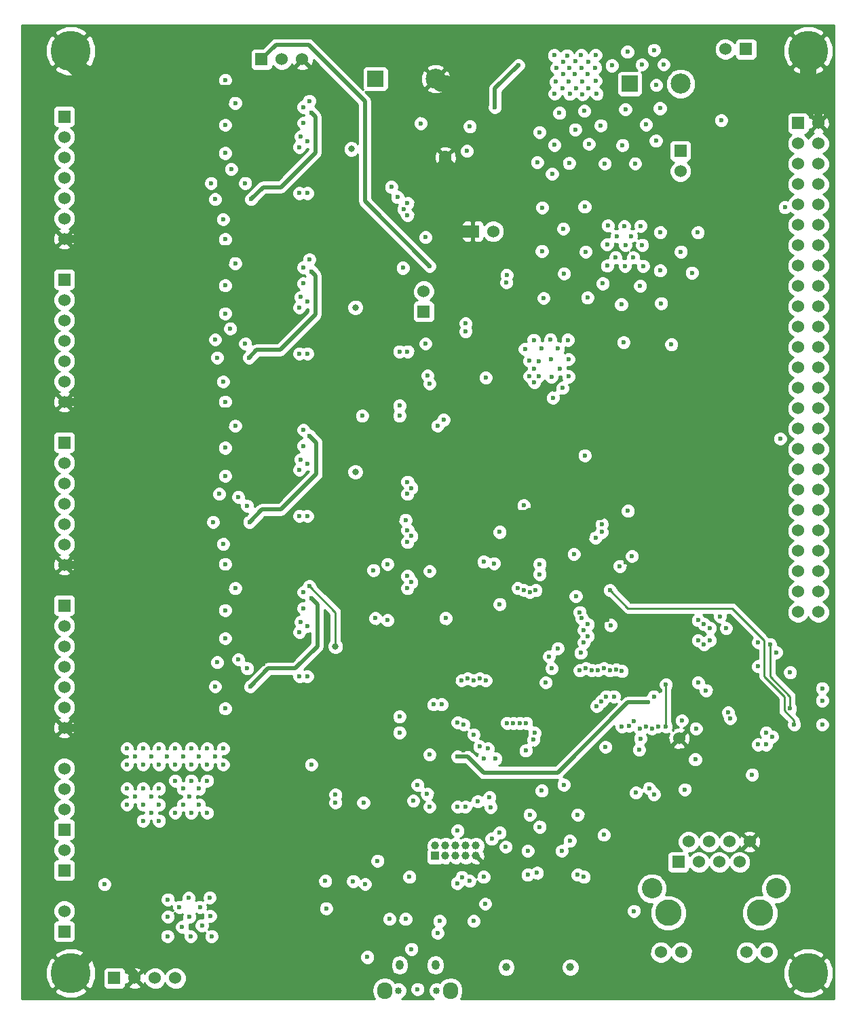
<source format=gbr>
G04 (created by PCBNEW (2013-05-18 BZR 4017)-stable) date Fri 16 Jan 2015 17:12:40 GMT*
%MOIN*%
G04 Gerber Fmt 3.4, Leading zero omitted, Abs format*
%FSLAX34Y34*%
G01*
G70*
G90*
G04 APERTURE LIST*
%ADD10C,0.00590551*%
%ADD11R,0.0787X0.0787*%
%ADD12C,0.0984*%
%ADD13C,0.1969*%
%ADD14O,0.0394X0.0492*%
%ADD15O,0.0748X0.0827*%
%ADD16C,0.0335*%
%ADD17R,0.06X0.06*%
%ADD18C,0.06*%
%ADD19R,0.0394X0.0394*%
%ADD20C,0.0394*%
%ADD21C,0.1299*%
%ADD22C,0.1*%
%ADD23C,0.0315*%
%ADD24C,0.0236*%
%ADD25C,0.02*%
%ADD26C,0.01*%
%ADD27C,0.08*%
%ADD28C,0.06*%
%ADD29C,0.04*%
%ADD30C,0.015*%
G04 APERTURE END LIST*
G54D10*
G54D11*
X17714Y45472D03*
G54D12*
X20667Y45472D03*
G54D13*
X2754Y1575D03*
G54D14*
X18905Y1968D03*
X20657Y1968D03*
G54D15*
X21395Y716D03*
X18167Y716D03*
G54D16*
X20716Y716D03*
X18846Y716D03*
G54D17*
X12114Y46430D03*
G54D18*
X13114Y46430D03*
X14114Y46430D03*
G54D17*
X2429Y43625D03*
G54D18*
X2429Y42625D03*
X2429Y41625D03*
X2429Y40625D03*
X2429Y39625D03*
X2429Y38625D03*
X2429Y37625D03*
G54D17*
X2429Y35625D03*
G54D18*
X2429Y34625D03*
X2429Y33625D03*
X2429Y32625D03*
X2429Y31625D03*
X2429Y30625D03*
X2429Y29625D03*
G54D17*
X2429Y27625D03*
G54D18*
X2429Y26625D03*
X2429Y25625D03*
X2429Y24625D03*
X2429Y23625D03*
X2429Y22625D03*
X2429Y21625D03*
G54D17*
X2429Y19625D03*
G54D18*
X2429Y18625D03*
X2429Y17625D03*
X2429Y16625D03*
X2429Y15625D03*
X2429Y14625D03*
X2429Y13625D03*
G54D17*
X35911Y46929D03*
G54D18*
X34911Y46929D03*
G54D19*
X20651Y7329D03*
G54D20*
X20651Y7829D03*
X21151Y7329D03*
X21151Y7829D03*
X21651Y7329D03*
X21651Y7829D03*
X22151Y7329D03*
X22151Y7829D03*
X22651Y7329D03*
X22651Y7829D03*
X24140Y1870D03*
X27282Y1870D03*
G54D17*
X38474Y43299D03*
G54D18*
X39474Y43299D03*
X38474Y38299D03*
X39474Y42299D03*
X38474Y37299D03*
X39474Y41299D03*
X38474Y36299D03*
X39474Y40299D03*
X38474Y35299D03*
X39474Y39299D03*
X38474Y34299D03*
X39474Y38299D03*
X38474Y33299D03*
X39474Y37299D03*
X38474Y32299D03*
X39474Y36299D03*
X38474Y31299D03*
X39474Y35299D03*
X38474Y30299D03*
X39474Y34299D03*
X38474Y29299D03*
X39474Y33299D03*
X38474Y28299D03*
X39474Y32299D03*
X39474Y31299D03*
X38474Y27299D03*
X39474Y30299D03*
X39474Y28299D03*
X39474Y27299D03*
X39474Y26299D03*
X39474Y25299D03*
X38474Y26299D03*
X38474Y25299D03*
X38474Y42299D03*
X38474Y41299D03*
X38474Y40299D03*
X38474Y39299D03*
X38474Y24299D03*
X39474Y24299D03*
X39474Y29299D03*
X38474Y23299D03*
X39474Y23299D03*
X38474Y22299D03*
X39474Y22299D03*
X38474Y21299D03*
X39474Y21299D03*
X38474Y20299D03*
X39474Y20299D03*
X38474Y19299D03*
X39474Y19299D03*
G54D21*
X32098Y4528D03*
X36598Y4528D03*
G54D18*
X36098Y8028D03*
X35600Y7028D03*
X35098Y8028D03*
X34600Y7028D03*
X34098Y8028D03*
X33600Y7028D03*
X33098Y8028D03*
G54D22*
X31298Y5729D03*
X37398Y5728D03*
G54D18*
X35956Y2599D03*
X32740Y2599D03*
X36956Y2599D03*
X31740Y2599D03*
G54D17*
X32600Y7028D03*
G54D23*
X16730Y26181D03*
X16533Y42028D03*
X16730Y34252D03*
X15746Y17618D03*
G54D17*
X32696Y41944D03*
G54D18*
X32696Y40944D03*
G54D17*
X20089Y34050D03*
G54D18*
X20089Y35050D03*
X32638Y13104D03*
X21148Y41630D03*
G54D17*
X22500Y37988D03*
G54D18*
X23500Y37988D03*
G54D11*
X30205Y45236D03*
G54D12*
X32705Y45236D03*
G54D17*
X4888Y1328D03*
G54D18*
X5888Y1328D03*
X6888Y1328D03*
X7888Y1328D03*
G54D13*
X38974Y46850D03*
X38974Y1575D03*
X2754Y46850D03*
G54D17*
X2429Y8625D03*
G54D18*
X2429Y9625D03*
X2429Y10625D03*
X2429Y11625D03*
G54D17*
X2429Y6625D03*
G54D18*
X2429Y7625D03*
G54D17*
X2429Y3625D03*
G54D18*
X2429Y4625D03*
G54D24*
X32720Y36988D03*
X31700Y37938D03*
X27990Y39198D03*
X28040Y36988D03*
X29510Y36718D03*
X26980Y35918D03*
X29940Y38248D03*
X30740Y38258D03*
X28880Y35428D03*
X25890Y37018D03*
X30860Y36288D03*
X33260Y35958D03*
X26940Y38118D03*
X29100Y36298D03*
X29130Y38278D03*
X30380Y36698D03*
X28130Y34738D03*
X29970Y36288D03*
X25970Y34708D03*
X30820Y37318D03*
X33550Y37938D03*
X29090Y37348D03*
X30270Y37758D03*
X29990Y37318D03*
X29790Y34398D03*
X25910Y39158D03*
X31750Y34458D03*
X30720Y35308D03*
X31700Y36068D03*
X29560Y37758D03*
X32250Y32438D03*
X20176Y32480D03*
X36218Y11319D03*
X11569Y15650D03*
X30411Y4626D03*
X31159Y10650D03*
X13974Y24016D03*
X13974Y18307D03*
X11605Y39567D03*
X25293Y9350D03*
X9840Y15650D03*
X23129Y30807D03*
X14565Y11811D03*
X22144Y9744D03*
X13974Y34252D03*
X11529Y23720D03*
X25490Y32657D03*
X26773Y31236D03*
X14368Y18602D03*
X27655Y6398D03*
X26683Y32228D03*
X14565Y43799D03*
X26309Y32685D03*
X31396Y15157D03*
X14368Y31988D03*
X14466Y27953D03*
X25522Y30579D03*
X22833Y12697D03*
X15297Y4752D03*
X13974Y42126D03*
X29722Y21555D03*
X13974Y26280D03*
X20372Y12303D03*
X23375Y9725D03*
X26360Y30854D03*
X27195Y31709D03*
X28935Y8366D03*
X18896Y32087D03*
X27262Y8071D03*
X33561Y15846D03*
X14368Y34547D03*
X14368Y24016D03*
X25742Y30890D03*
X14368Y42421D03*
X39663Y13780D03*
X23620Y12106D03*
X26868Y7579D03*
X20766Y3543D03*
X25498Y31232D03*
X14368Y26575D03*
X13974Y16142D03*
X25648Y6496D03*
X14565Y19980D03*
X21750Y9744D03*
X37399Y17323D03*
X25864Y32232D03*
X20372Y9744D03*
X13974Y31988D03*
X13974Y39862D03*
X23029Y21772D03*
X11506Y31791D03*
X22207Y41933D03*
X32911Y10591D03*
X25270Y30882D03*
X24112Y7776D03*
X26435Y29827D03*
X23817Y8465D03*
X26903Y30299D03*
X9742Y23720D03*
X14368Y16142D03*
X27195Y30862D03*
X33955Y15453D03*
X27655Y9350D03*
X18896Y29429D03*
X14565Y36024D03*
X25289Y31630D03*
X39663Y14961D03*
X25057Y32213D03*
X25746Y31626D03*
X9840Y39567D03*
X22045Y13780D03*
X27159Y32661D03*
X26333Y31717D03*
X9939Y31791D03*
X14368Y39862D03*
X33462Y13583D03*
X22350Y43138D03*
X24148Y35480D03*
X26390Y40813D03*
X22139Y33470D03*
X15746Y9941D03*
X19940Y43294D03*
X22144Y33071D03*
X19388Y6299D03*
X24159Y35846D03*
X17124Y9941D03*
X17813Y7087D03*
X23541Y21693D03*
X21750Y12205D03*
X31100Y14862D03*
X21750Y13878D03*
X18305Y18898D03*
X30313Y22047D03*
X23029Y12106D03*
X20374Y36283D03*
X28640Y16437D03*
X29525Y16476D03*
X29821Y16398D03*
X17204Y5946D03*
X25531Y13366D03*
X29014Y12677D03*
X28581Y14685D03*
X28817Y14921D03*
X28344Y16437D03*
X30090Y46798D03*
X27884Y44713D03*
X31510Y45168D03*
X27259Y44731D03*
X27241Y46009D03*
X28541Y45374D03*
X26510Y42228D03*
X27970Y43898D03*
X29850Y42218D03*
X26917Y44996D03*
X26516Y44749D03*
X28780Y43188D03*
X27230Y41338D03*
X28172Y45001D03*
X27530Y42988D03*
X28980Y41308D03*
X28141Y45716D03*
X26935Y45703D03*
X30470Y41318D03*
X26615Y46009D03*
X28172Y46301D03*
X25770Y42858D03*
X31870Y46178D03*
X28523Y46648D03*
X26570Y45334D03*
X31010Y43228D03*
X27205Y45356D03*
X27821Y46639D03*
X28519Y46018D03*
X31490Y42438D03*
X29330Y46128D03*
X31400Y46888D03*
X26930Y46319D03*
X27560Y45010D03*
X28200Y42278D03*
X30800Y46178D03*
X28582Y44740D03*
X26750Y43798D03*
X27124Y46621D03*
X27884Y45347D03*
X26498Y46634D03*
X27853Y46013D03*
X29990Y43978D03*
X27542Y46328D03*
X27518Y45709D03*
X25660Y41378D03*
X31690Y44028D03*
X28525Y22953D03*
X32768Y13982D03*
X18896Y13386D03*
X20962Y14764D03*
X18896Y14173D03*
X20569Y14764D03*
X5510Y12598D03*
X6298Y9843D03*
X8659Y12598D03*
X7085Y9843D03*
X9447Y11811D03*
X6691Y9449D03*
X7872Y11811D03*
X8659Y11024D03*
X8659Y11811D03*
X8266Y12205D03*
X5903Y12205D03*
X6691Y10236D03*
X9447Y11024D03*
X6297Y9055D03*
X7872Y9449D03*
X7478Y12205D03*
X8266Y10630D03*
X5510Y10630D03*
X7085Y10630D03*
X9840Y12205D03*
X10234Y12598D03*
X7872Y11024D03*
X8266Y9843D03*
X9447Y12598D03*
X6297Y10630D03*
X7085Y12598D03*
X6297Y12598D03*
X5903Y10236D03*
X7085Y11811D03*
X9053Y10630D03*
X7085Y9055D03*
X9053Y9843D03*
X6297Y11811D03*
X6691Y12205D03*
X8659Y9449D03*
X8561Y10236D03*
X7872Y12598D03*
X10234Y11811D03*
X9447Y9449D03*
X5510Y11811D03*
X5510Y9843D03*
X9053Y12205D03*
X10825Y20472D03*
X19486Y20768D03*
X19289Y20472D03*
X9939Y16831D03*
X15746Y10335D03*
X19787Y10813D03*
X17616Y21358D03*
X14466Y20571D03*
X19289Y21063D03*
X14171Y20276D03*
X17714Y18996D03*
X10333Y14567D03*
X23108Y4980D03*
X38088Y14567D03*
X37104Y17717D03*
X29230Y20374D03*
X38285Y13780D03*
X38088Y16339D03*
X34939Y18504D03*
X34644Y19094D03*
X39663Y15551D03*
X33856Y17717D03*
X33856Y18701D03*
X33561Y18898D03*
X33561Y17913D03*
X34151Y17913D03*
X34151Y18504D03*
X9660Y3388D03*
X8640Y3378D03*
X8563Y4331D03*
X7520Y4348D03*
X8220Y3848D03*
X8080Y4818D03*
X8540Y5268D03*
X9570Y5288D03*
X9090Y4818D03*
X9190Y3918D03*
X9600Y4378D03*
X7520Y5188D03*
X7500Y3388D03*
X22732Y10004D03*
X15254Y6102D03*
X19573Y10039D03*
X23226Y12598D03*
X24850Y41638D03*
X5900Y21188D03*
X5900Y19788D03*
X5900Y18238D03*
X5900Y15938D03*
X7675Y27756D03*
X5950Y29188D03*
X5950Y27738D03*
X5950Y26288D03*
X5900Y24988D03*
X7675Y35728D03*
X5900Y35738D03*
X5900Y34338D03*
X5950Y32088D03*
X5900Y37538D03*
X6691Y37598D03*
X5850Y39938D03*
X5850Y42138D03*
X7675Y43602D03*
X5850Y43438D03*
X12596Y40748D03*
X7675Y41437D03*
X12201Y35825D03*
X39663Y13189D03*
X11809Y44685D03*
X11809Y24902D03*
X23325Y10827D03*
X21356Y17323D03*
X12596Y27657D03*
X28640Y2047D03*
X12200Y16735D03*
X15352Y17815D03*
X12596Y16929D03*
X11809Y34252D03*
X12596Y28051D03*
X22045Y12500D03*
X21455Y30118D03*
X18207Y16634D03*
X15155Y7283D03*
X12596Y41535D03*
X12596Y17323D03*
X15155Y12008D03*
X34469Y39243D03*
X12596Y33268D03*
X11809Y20079D03*
X13384Y20965D03*
X22844Y32280D03*
X7675Y28051D03*
X11809Y28051D03*
X7675Y17618D03*
X13777Y20768D03*
X12596Y42126D03*
X12203Y19291D03*
X2090Y45253D03*
X20766Y6299D03*
X12596Y20079D03*
X11415Y20768D03*
X13384Y36909D03*
X28718Y30657D03*
X12203Y26673D03*
X19880Y16535D03*
X8561Y22244D03*
X12202Y40945D03*
X12201Y33071D03*
X7675Y19783D03*
X11809Y26969D03*
X11022Y28937D03*
X40057Y11811D03*
X11809Y33661D03*
X12203Y20768D03*
X38285Y10236D03*
X12596Y25295D03*
X19978Y14567D03*
X13777Y44488D03*
X12200Y17520D03*
X12202Y41339D03*
X8297Y45787D03*
X14171Y36909D03*
X11418Y28737D03*
X15451Y25787D03*
X12990Y20768D03*
X23325Y23622D03*
X11809Y20965D03*
X36514Y14764D03*
X17419Y20472D03*
X7675Y41142D03*
X7380Y21161D03*
X11809Y41535D03*
X24136Y41913D03*
X11809Y27657D03*
X12596Y18996D03*
X11809Y33268D03*
X7675Y35433D03*
X10037Y24311D03*
X11809Y43898D03*
X12203Y35236D03*
X15451Y33858D03*
X13777Y36713D03*
X12200Y25492D03*
X21573Y15945D03*
X11809Y36024D03*
X15943Y36319D03*
X39565Y17323D03*
X33561Y14469D03*
X7675Y43307D03*
X14171Y20965D03*
X12596Y43898D03*
X12201Y33465D03*
X8167Y37598D03*
X12596Y33661D03*
X21356Y5118D03*
X12200Y27851D03*
X18599Y36210D03*
X11809Y25689D03*
X28777Y5295D03*
X12596Y26969D03*
X19880Y18406D03*
X29090Y18923D03*
X21456Y31299D03*
X7380Y37106D03*
X11022Y44685D03*
X11809Y42126D03*
X7675Y25295D03*
X11022Y36909D03*
X12596Y26378D03*
X12596Y20965D03*
X12990Y44488D03*
X7675Y33563D03*
X15844Y28248D03*
X12202Y43700D03*
X12201Y36711D03*
X11809Y18996D03*
X25884Y9350D03*
X11415Y36713D03*
X12596Y41142D03*
X12990Y28740D03*
X38384Y9449D03*
X11809Y16929D03*
X11809Y28937D03*
X11809Y42815D03*
X12596Y17717D03*
X23305Y14173D03*
X12203Y41831D03*
X12200Y24708D03*
X7675Y20079D03*
X12596Y24902D03*
X12203Y34547D03*
X12596Y18406D03*
X20372Y19882D03*
X7380Y29134D03*
X11809Y35630D03*
X15549Y20866D03*
X34469Y38130D03*
X11809Y26378D03*
X24132Y20079D03*
X23325Y5315D03*
X18994Y2756D03*
X11415Y44488D03*
X12596Y28937D03*
X12596Y36024D03*
X12990Y36713D03*
X6494Y29626D03*
X15451Y41634D03*
X14171Y28937D03*
X24782Y6496D03*
X11809Y25295D03*
X12203Y27264D03*
X14171Y44685D03*
X12596Y44685D03*
X11809Y36909D03*
X12596Y32874D03*
X33462Y11614D03*
X15175Y7801D03*
X15155Y787D03*
X37203Y10531D03*
X12596Y35630D03*
X13384Y28937D03*
X7675Y33268D03*
X35431Y11909D03*
X12202Y40552D03*
X12596Y34252D03*
X20273Y29823D03*
X20273Y31398D03*
X9939Y16339D03*
X12596Y34941D03*
X38167Y7815D03*
X13384Y44685D03*
X12203Y18701D03*
X12203Y42520D03*
X19978Y12303D03*
X12203Y43110D03*
X11809Y43504D03*
X21800Y10666D03*
X12203Y33957D03*
X31691Y15453D03*
X27065Y9350D03*
X12596Y36909D03*
X12596Y42815D03*
X9939Y32185D03*
X12203Y26083D03*
X7380Y22146D03*
X11809Y19685D03*
X11809Y17323D03*
X21456Y30807D03*
X11022Y20965D03*
X22833Y14764D03*
X15844Y44094D03*
X32872Y14567D03*
X7427Y45280D03*
X22833Y23228D03*
X17616Y15650D03*
X15155Y12402D03*
X12200Y28737D03*
X11809Y32874D03*
X23620Y13878D03*
X8266Y29626D03*
X36415Y9744D03*
X39663Y12598D03*
X12200Y17126D03*
X19092Y24409D03*
X11809Y34941D03*
X27592Y29252D03*
X12201Y32679D03*
X15451Y12697D03*
X13777Y28740D03*
X6510Y45744D03*
X18403Y18209D03*
X16730Y4626D03*
X11809Y41142D03*
X12200Y25098D03*
X30018Y21752D03*
X11809Y18406D03*
X26474Y9350D03*
X27262Y8760D03*
X12596Y25689D03*
X12202Y44487D03*
X39663Y14370D03*
X7675Y25591D03*
X12203Y18110D03*
X18699Y22047D03*
X12203Y19882D03*
X12596Y43504D03*
X7675Y17913D03*
X12596Y19685D03*
X10037Y40354D03*
X11809Y40748D03*
X11809Y17717D03*
X25195Y6398D03*
X25195Y7579D03*
X31986Y13681D03*
X31986Y15748D03*
X27951Y6299D03*
X14171Y43307D03*
X14053Y42638D03*
X14171Y35433D03*
X14053Y34764D03*
X14053Y18819D03*
X14171Y19488D03*
X14171Y27461D03*
X14053Y26791D03*
X24742Y46142D03*
X23581Y44075D03*
X35037Y14370D03*
X37203Y13189D03*
X36907Y12795D03*
X36514Y12795D03*
X36514Y16634D03*
X36514Y17815D03*
X35136Y14075D03*
X36907Y13386D03*
X19781Y787D03*
X21947Y15945D03*
X27557Y20079D03*
X30510Y10433D03*
X22537Y15945D03*
X21750Y8563D03*
X22833Y16043D03*
X22242Y16043D03*
X25470Y13030D03*
X33423Y12067D03*
X24998Y20374D03*
X24703Y20472D03*
X28836Y23622D03*
X27459Y22146D03*
X27754Y16437D03*
X37600Y27814D03*
X28000Y26988D03*
X28049Y16535D03*
X26237Y17114D03*
X16622Y6088D03*
X27798Y17298D03*
X23321Y10207D03*
X29264Y18661D03*
X20255Y10372D03*
X29053Y15157D03*
X29427Y15157D03*
X29821Y13681D03*
X30175Y13720D03*
X30411Y13957D03*
X30707Y13583D03*
X31002Y13681D03*
X31297Y13583D03*
X31592Y13681D03*
X24171Y13858D03*
X27754Y19291D03*
X24486Y13858D03*
X24801Y13858D03*
X25116Y13858D03*
X25096Y12500D03*
X19059Y36195D03*
X20374Y21315D03*
X18494Y40170D03*
X22537Y4134D03*
X17321Y2362D03*
X37829Y39173D03*
X23128Y15945D03*
X25785Y21654D03*
X25588Y20374D03*
X27951Y17815D03*
X28148Y18110D03*
X28148Y18701D03*
X27852Y18996D03*
X27951Y18406D03*
X20766Y28445D03*
X23817Y19685D03*
X23817Y23228D03*
X20273Y30906D03*
X29230Y16437D03*
X21061Y28740D03*
X20372Y30512D03*
X28935Y16535D03*
X25785Y21161D03*
X25293Y20276D03*
X23423Y8169D03*
X22340Y6102D03*
X23029Y6299D03*
X22537Y13287D03*
X26376Y16535D03*
X19486Y2756D03*
X20864Y4134D03*
X21962Y6285D03*
X21733Y5993D03*
X26081Y15846D03*
X21159Y18996D03*
X24998Y24528D03*
X19191Y4232D03*
X18403Y4232D03*
X25884Y10531D03*
X25785Y8760D03*
X4400Y5938D03*
X31396Y10354D03*
X26966Y10827D03*
X30118Y24264D03*
X28836Y23228D03*
X30667Y12539D03*
X29900Y32538D03*
X34700Y43438D03*
X10334Y41829D03*
X10333Y18012D03*
X10333Y19390D03*
X10579Y33218D03*
X10333Y25984D03*
X11317Y32480D03*
X10333Y45417D03*
X10333Y35335D03*
X10333Y27362D03*
X10333Y37598D03*
X10972Y16978D03*
X11415Y24508D03*
X10333Y43209D03*
X10333Y33957D03*
X11317Y40354D03*
X11415Y16535D03*
X10333Y29626D03*
X10972Y24951D03*
X10333Y21654D03*
X10628Y41043D03*
X10825Y28445D03*
X19486Y23031D03*
X10037Y25098D03*
X19289Y22736D03*
X18896Y28937D03*
X17065Y28937D03*
X19289Y23327D03*
X14171Y28248D03*
X10234Y22638D03*
X18305Y21654D03*
X19486Y25394D03*
X10825Y36417D03*
X19289Y25098D03*
X9840Y32677D03*
X19289Y32087D03*
X14466Y36614D03*
X19289Y25689D03*
X14171Y36220D03*
X10234Y30610D03*
X19191Y23819D03*
X10825Y44291D03*
X19092Y39075D03*
X9644Y40354D03*
X19289Y38780D03*
X14466Y44390D03*
X18797Y39665D03*
X14171Y44094D03*
X19289Y39370D03*
X10234Y38583D03*
X20175Y37697D03*
X30726Y13091D03*
X26671Y17520D03*
G54D25*
X14801Y26063D02*
X14801Y27618D01*
X12281Y32165D02*
X13029Y32165D01*
X12140Y24331D02*
X12399Y24331D01*
X14762Y35827D02*
X14565Y36024D01*
X12195Y40157D02*
X12399Y40157D01*
X11605Y39567D02*
X12195Y40157D01*
X13069Y24331D02*
X14801Y26063D01*
X12399Y40157D02*
X13068Y40157D01*
X11880Y32165D02*
X12281Y32165D01*
X13068Y40157D02*
X14762Y41851D01*
X11506Y31791D02*
X11880Y32165D01*
X12399Y24331D02*
X13069Y24331D01*
X14860Y19685D02*
X14565Y19980D01*
X14762Y33898D02*
X14762Y35827D01*
X14762Y41851D02*
X14762Y43602D01*
X14801Y27618D02*
X14466Y27953D01*
X14762Y43602D02*
X14565Y43799D01*
X12454Y16535D02*
X12694Y16535D01*
X12694Y16535D02*
X13777Y16535D01*
X13777Y16535D02*
X14860Y17618D01*
X14860Y17618D02*
X14860Y19685D01*
X11569Y15650D02*
X12454Y16535D01*
X13029Y32165D02*
X14762Y33898D01*
X11529Y23720D02*
X12140Y24331D01*
X30116Y14862D02*
X31100Y14862D01*
X22242Y12205D02*
X23030Y11417D01*
X26671Y11417D02*
X30116Y14862D01*
X21750Y12205D02*
X22242Y12205D01*
X23030Y11417D02*
X26671Y11417D01*
X12824Y47140D02*
X12114Y46430D01*
X17194Y44370D02*
X14424Y47140D01*
X17194Y39463D02*
X17194Y44370D01*
X20374Y36283D02*
X17194Y39463D01*
X14424Y47140D02*
X12824Y47140D01*
G54D26*
X15746Y19291D02*
X14466Y20571D01*
X15746Y17618D02*
X15746Y19291D01*
X37104Y16142D02*
X37104Y17717D01*
X38088Y15158D02*
X37104Y16142D01*
X38088Y14567D02*
X38088Y15158D01*
X36809Y16142D02*
X36809Y17913D01*
X37793Y15158D02*
X36809Y16142D01*
X31100Y19488D02*
X35234Y19488D01*
X31100Y19488D02*
X30116Y19488D01*
X31100Y19488D02*
X31100Y19489D01*
X36809Y17913D02*
X35234Y19488D01*
X37793Y14469D02*
X37793Y15158D01*
X38285Y13977D02*
X37793Y14469D01*
X38285Y13780D02*
X38285Y13977D01*
X30116Y19488D02*
X29230Y20374D01*
G54D27*
X21250Y45238D02*
X20901Y45238D01*
G54D28*
X24850Y41638D02*
X21250Y45238D01*
G54D27*
X20901Y45238D02*
X20667Y45472D01*
G54D28*
X22500Y37988D02*
X21850Y37988D01*
X21148Y38690D02*
X21148Y41630D01*
X21850Y37988D02*
X21148Y38690D01*
G54D29*
X2429Y13625D02*
X3640Y13625D01*
X3650Y13638D02*
X3640Y13638D01*
X3650Y13635D02*
X3650Y13638D01*
X3640Y13625D02*
X3650Y13635D01*
G54D26*
X5900Y21188D02*
X7353Y21188D01*
X7353Y21188D02*
X7380Y21161D01*
X5900Y21188D02*
X5900Y21538D01*
X5900Y21538D02*
X5850Y21538D01*
X5850Y21538D02*
X5900Y21538D01*
X5900Y18238D02*
X5900Y18438D01*
X5900Y24988D02*
X5900Y21538D01*
X5900Y21538D02*
X5900Y19788D01*
X5900Y19788D02*
X5900Y18438D01*
X5900Y18438D02*
X5900Y15938D01*
G54D29*
X2429Y21625D02*
X3213Y21625D01*
X3213Y21625D02*
X3640Y21198D01*
G54D26*
X7675Y25295D02*
X6957Y25295D01*
X6650Y24988D02*
X5900Y24988D01*
X6957Y25295D02*
X6650Y24988D01*
X5950Y27738D02*
X7657Y27738D01*
X7657Y27738D02*
X7675Y27756D01*
X5950Y29188D02*
X5950Y29438D01*
X5950Y29438D02*
X5900Y29438D01*
X5900Y29438D02*
X5950Y29438D01*
X5950Y26288D02*
X5950Y26488D01*
X5950Y32088D02*
X5950Y29438D01*
X5950Y29438D02*
X5950Y27738D01*
X5950Y27738D02*
X5950Y26488D01*
X5950Y26488D02*
X5950Y25038D01*
X5950Y25038D02*
X5900Y24988D01*
X7675Y33268D02*
X5900Y33268D01*
X5900Y33268D02*
X5900Y33138D01*
X5900Y35738D02*
X7665Y35738D01*
X7665Y35738D02*
X7675Y35728D01*
G54D29*
X2429Y29625D02*
X3639Y29625D01*
X3639Y29625D02*
X3640Y29626D01*
G54D26*
X5850Y38388D02*
X3640Y38388D01*
X3700Y38338D02*
X3640Y38338D01*
X3690Y38338D02*
X3700Y38338D01*
X3640Y38388D02*
X3690Y38338D01*
X5850Y39938D02*
X5850Y38388D01*
X5850Y38388D02*
X5850Y37588D01*
X5850Y37588D02*
X5900Y37538D01*
X5900Y35738D02*
X5900Y35888D01*
X5900Y34338D02*
X5900Y34688D01*
X5900Y37538D02*
X5900Y35888D01*
X5900Y35888D02*
X5900Y34688D01*
X5900Y34688D02*
X5900Y33138D01*
X5900Y33138D02*
X5900Y32138D01*
X5900Y32138D02*
X5950Y32088D01*
X5900Y37538D02*
X5960Y37598D01*
X5960Y37598D02*
X6691Y37598D01*
X7675Y41142D02*
X6004Y41142D01*
X6004Y41142D02*
X5850Y40988D01*
G54D29*
X2429Y37625D02*
X3640Y37625D01*
X3640Y37625D02*
X3640Y37626D01*
G54D26*
X5850Y39938D02*
X5850Y40988D01*
X5850Y40988D02*
X5850Y42138D01*
X5850Y42138D02*
X5850Y43438D01*
X6014Y43602D02*
X7675Y43602D01*
X5850Y43438D02*
X6014Y43602D01*
G54D27*
X2754Y46850D02*
X2754Y46277D01*
X2754Y46277D02*
X3502Y45529D01*
G54D28*
X3640Y45391D02*
X3651Y45402D01*
X3640Y34598D02*
X3640Y36417D01*
G54D30*
X3502Y45253D02*
X3640Y45391D01*
X2090Y45253D02*
X3502Y45253D01*
G54D27*
X3502Y45529D02*
X3502Y45253D01*
G54D28*
X3640Y37272D02*
X3640Y37626D01*
X3640Y26685D02*
X3640Y28543D01*
G54D25*
X9939Y32185D02*
X9545Y32185D01*
X8462Y33268D02*
X7675Y33268D01*
X28718Y30657D02*
X29033Y30020D01*
G54D28*
X3640Y29626D02*
X3640Y29992D01*
X3640Y42213D02*
X3640Y45079D01*
X3640Y38838D02*
X3640Y42213D01*
X3640Y45079D02*
X3640Y45391D01*
X3640Y38338D02*
X3640Y38838D01*
X8561Y29626D02*
X9152Y29035D01*
G54D25*
X10037Y40650D02*
X9545Y41142D01*
G54D28*
X3620Y30141D02*
X3640Y29626D01*
X29055Y24431D02*
X28738Y24114D01*
X11711Y29035D02*
X11809Y28937D01*
X3640Y32625D02*
X3640Y32579D01*
X3640Y20625D02*
X3640Y21198D01*
X3640Y21198D02*
X3640Y21654D01*
G54D29*
X11613Y21161D02*
X11809Y20965D01*
X7380Y21161D02*
X11613Y21161D01*
G54D28*
X3640Y38016D02*
X3640Y38338D01*
X3640Y37626D02*
X3640Y38016D01*
X11710Y37008D02*
X11809Y36909D01*
X3640Y36417D02*
X3640Y37272D01*
G54D25*
X9742Y16339D02*
X8463Y17618D01*
G54D28*
X9152Y29035D02*
X11711Y29035D01*
G54D25*
X29055Y29724D02*
X27163Y29724D01*
G54D29*
X3640Y37625D02*
X3640Y37626D01*
G54D28*
X3640Y24606D02*
X3640Y26685D01*
X3640Y34598D02*
X3640Y32579D01*
X8856Y37008D02*
X11710Y37008D01*
X3640Y31449D02*
X3640Y32579D01*
G54D25*
X10037Y24311D02*
X9643Y24311D01*
X8659Y25295D02*
X7675Y25295D01*
G54D28*
X28718Y30657D02*
X29055Y24431D01*
X8364Y45472D02*
X8954Y44882D01*
G54D25*
X9545Y41142D02*
X7675Y41142D01*
G54D26*
X14171Y28937D02*
X15155Y28937D01*
G54D28*
X3640Y15717D02*
X3640Y18693D01*
G54D25*
X9643Y24311D02*
X8659Y25295D01*
G54D27*
X38974Y46850D02*
X38974Y45522D01*
G54D25*
X9545Y32185D02*
X8462Y33268D01*
G54D28*
X3640Y18693D02*
X3640Y20625D01*
X3640Y28543D02*
X3640Y29626D01*
X25293Y24114D02*
X25195Y24016D01*
X8266Y29626D02*
X8561Y29626D01*
G54D25*
X22242Y29331D02*
X21455Y30118D01*
G54D28*
X3640Y14370D02*
X3640Y14428D01*
G54D25*
X10037Y40354D02*
X10037Y40650D01*
G54D28*
X3640Y14428D02*
X3640Y13638D01*
X3640Y13638D02*
X3640Y5658D01*
G54D29*
X39474Y43299D02*
X39474Y43884D01*
G54D28*
X3640Y29992D02*
X3640Y31449D01*
X3640Y28625D02*
X3640Y28543D01*
X3640Y21654D02*
X3640Y22098D01*
G54D29*
X5888Y1328D02*
X5888Y1541D01*
X3676Y2675D02*
X3640Y2639D01*
X4754Y2675D02*
X3676Y2675D01*
X5888Y1541D02*
X4754Y2675D01*
G54D28*
X3640Y3193D02*
X3640Y2639D01*
X3640Y2639D02*
X3640Y2461D01*
G54D26*
X15155Y28937D02*
X15844Y28248D01*
G54D28*
X4230Y13780D02*
X17518Y13780D01*
X8954Y44882D02*
X11612Y44882D01*
X8167Y37598D02*
X8266Y37598D01*
G54D29*
X39474Y43884D02*
X38495Y44863D01*
G54D28*
X3640Y21625D02*
X3640Y21654D01*
X3640Y14428D02*
X3640Y15717D01*
G54D29*
X38495Y44863D02*
X38315Y44863D01*
G54D27*
X38974Y45522D02*
X38315Y44863D01*
G54D28*
X17518Y13780D02*
X17616Y13878D01*
X3620Y30141D02*
X3640Y29626D01*
G54D25*
X8463Y17618D02*
X7675Y17618D01*
G54D28*
X3640Y5658D02*
X3640Y5128D01*
X3640Y2461D02*
X2754Y1575D01*
X3640Y22555D02*
X3640Y23354D01*
X3640Y22098D02*
X3640Y22555D01*
X3640Y5128D02*
X3640Y3193D01*
X17616Y13878D02*
X17616Y15650D01*
X25195Y24016D02*
X23719Y24016D01*
X3640Y28625D02*
X3640Y28543D01*
X28738Y24114D02*
X25293Y24114D01*
X3640Y23354D02*
X3640Y24606D01*
G54D27*
X38315Y44863D02*
X37100Y43648D01*
X37100Y43648D02*
X37100Y41548D01*
G54D25*
X27163Y29724D02*
X26770Y29331D01*
G54D28*
X3640Y14370D02*
X4230Y13780D01*
X8297Y45787D02*
X8364Y45472D01*
G54D25*
X26770Y29331D02*
X22242Y29331D01*
G54D28*
X23719Y24016D02*
X23325Y23622D01*
X8266Y37598D02*
X8856Y37008D01*
G54D25*
X9939Y16339D02*
X9742Y16339D01*
G54D26*
X31986Y13681D02*
X31986Y15748D01*
G54D25*
X23581Y45000D02*
X24742Y46142D01*
X23581Y44075D02*
X23581Y45000D01*
G54D10*
G36*
X21207Y7306D02*
X21156Y7254D01*
X21151Y7260D01*
X21145Y7254D01*
X21098Y7302D01*
X21098Y7355D01*
X21124Y7382D01*
X21177Y7381D01*
X21204Y7355D01*
X21207Y7306D01*
X21207Y7306D01*
G37*
G54D26*
X21207Y7306D02*
X21156Y7254D01*
X21151Y7260D01*
X21145Y7254D01*
X21098Y7302D01*
X21098Y7355D01*
X21124Y7382D01*
X21177Y7381D01*
X21204Y7355D01*
X21207Y7306D01*
G54D10*
G36*
X21704Y7355D02*
X21703Y7302D01*
X21656Y7254D01*
X21651Y7260D01*
X21645Y7254D01*
X21597Y7302D01*
X21594Y7351D01*
X21624Y7382D01*
X21677Y7381D01*
X21704Y7355D01*
X21704Y7355D01*
G37*
G54D26*
X21704Y7355D02*
X21703Y7302D01*
X21656Y7254D01*
X21651Y7260D01*
X21645Y7254D01*
X21597Y7302D01*
X21594Y7351D01*
X21624Y7382D01*
X21677Y7381D01*
X21704Y7355D01*
G54D10*
G36*
X40224Y325D02*
X40205Y325D01*
X40205Y1819D01*
X40205Y47094D01*
X40018Y47546D01*
X40017Y47548D01*
X39851Y47659D01*
X39783Y47590D01*
X39783Y47727D01*
X39672Y47893D01*
X39219Y48081D01*
X38729Y48081D01*
X38277Y47894D01*
X38275Y47893D01*
X38164Y47727D01*
X38974Y46918D01*
X39783Y47727D01*
X39783Y47590D01*
X39042Y46850D01*
X39851Y46040D01*
X40017Y46151D01*
X40205Y46604D01*
X40205Y47094D01*
X40205Y1819D01*
X40031Y2241D01*
X40031Y13852D01*
X40031Y15033D01*
X39975Y15169D01*
X39888Y15256D01*
X39974Y15342D01*
X40030Y15477D01*
X40031Y15623D01*
X40025Y15637D01*
X40025Y43216D01*
X40015Y43433D01*
X39951Y43586D01*
X39857Y43613D01*
X39788Y43545D01*
X39788Y43682D01*
X39783Y43701D01*
X39783Y45972D01*
X38974Y46781D01*
X38905Y46713D01*
X38905Y46850D01*
X38096Y47659D01*
X37930Y47548D01*
X37742Y47095D01*
X37742Y46605D01*
X37929Y46153D01*
X37930Y46151D01*
X38096Y46040D01*
X38905Y46850D01*
X38905Y46713D01*
X38164Y45972D01*
X38275Y45806D01*
X38728Y45618D01*
X39218Y45618D01*
X39670Y45805D01*
X39672Y45806D01*
X39783Y45972D01*
X39783Y43701D01*
X39761Y43776D01*
X39556Y43850D01*
X39339Y43840D01*
X39186Y43776D01*
X39159Y43682D01*
X39474Y43367D01*
X39788Y43682D01*
X39788Y43545D01*
X39542Y43299D01*
X39857Y42984D01*
X39951Y43011D01*
X40025Y43216D01*
X40025Y15637D01*
X40024Y15640D01*
X40024Y19407D01*
X39940Y19610D01*
X39785Y19764D01*
X39704Y19798D01*
X39785Y19832D01*
X39939Y19987D01*
X40023Y20189D01*
X40024Y20407D01*
X39940Y20610D01*
X39785Y20764D01*
X39704Y20798D01*
X39785Y20832D01*
X39939Y20987D01*
X40023Y21189D01*
X40024Y21407D01*
X39940Y21610D01*
X39785Y21764D01*
X39704Y21798D01*
X39785Y21832D01*
X39939Y21987D01*
X40023Y22189D01*
X40024Y22407D01*
X39940Y22610D01*
X39785Y22764D01*
X39704Y22798D01*
X39785Y22832D01*
X39939Y22987D01*
X40023Y23189D01*
X40024Y23407D01*
X39940Y23610D01*
X39785Y23764D01*
X39704Y23798D01*
X39785Y23832D01*
X39939Y23987D01*
X40023Y24189D01*
X40024Y24407D01*
X39940Y24610D01*
X39785Y24764D01*
X39704Y24798D01*
X39785Y24832D01*
X39939Y24987D01*
X40023Y25189D01*
X40024Y25407D01*
X39940Y25610D01*
X39785Y25764D01*
X39704Y25798D01*
X39785Y25832D01*
X39939Y25987D01*
X40023Y26189D01*
X40024Y26407D01*
X39940Y26610D01*
X39785Y26764D01*
X39704Y26798D01*
X39785Y26832D01*
X39939Y26987D01*
X40023Y27189D01*
X40024Y27407D01*
X39940Y27610D01*
X39785Y27764D01*
X39704Y27798D01*
X39785Y27832D01*
X39939Y27987D01*
X40023Y28189D01*
X40024Y28407D01*
X39940Y28610D01*
X39785Y28764D01*
X39704Y28798D01*
X39785Y28832D01*
X39939Y28987D01*
X40023Y29189D01*
X40024Y29407D01*
X39940Y29610D01*
X39785Y29764D01*
X39704Y29798D01*
X39785Y29832D01*
X39939Y29987D01*
X40023Y30189D01*
X40024Y30407D01*
X39940Y30610D01*
X39785Y30764D01*
X39704Y30798D01*
X39785Y30832D01*
X39939Y30987D01*
X40023Y31189D01*
X40024Y31407D01*
X39940Y31610D01*
X39785Y31764D01*
X39704Y31798D01*
X39785Y31832D01*
X39939Y31987D01*
X40023Y32189D01*
X40024Y32407D01*
X39940Y32610D01*
X39785Y32764D01*
X39704Y32798D01*
X39785Y32832D01*
X39939Y32987D01*
X40023Y33189D01*
X40024Y33407D01*
X39940Y33610D01*
X39785Y33764D01*
X39704Y33798D01*
X39785Y33832D01*
X39939Y33987D01*
X40023Y34189D01*
X40024Y34407D01*
X39940Y34610D01*
X39785Y34764D01*
X39704Y34798D01*
X39785Y34832D01*
X39939Y34987D01*
X40023Y35189D01*
X40024Y35407D01*
X39940Y35610D01*
X39785Y35764D01*
X39704Y35798D01*
X39785Y35832D01*
X39939Y35987D01*
X40023Y36189D01*
X40024Y36407D01*
X39940Y36610D01*
X39785Y36764D01*
X39704Y36798D01*
X39785Y36832D01*
X39939Y36987D01*
X40023Y37189D01*
X40024Y37407D01*
X39940Y37610D01*
X39785Y37764D01*
X39704Y37798D01*
X39785Y37832D01*
X39939Y37987D01*
X40023Y38189D01*
X40024Y38407D01*
X39940Y38610D01*
X39785Y38764D01*
X39704Y38798D01*
X39785Y38832D01*
X39939Y38987D01*
X40023Y39189D01*
X40024Y39407D01*
X39940Y39610D01*
X39785Y39764D01*
X39704Y39798D01*
X39785Y39832D01*
X39939Y39987D01*
X40023Y40189D01*
X40024Y40407D01*
X39940Y40610D01*
X39785Y40764D01*
X39704Y40798D01*
X39785Y40832D01*
X39939Y40987D01*
X40023Y41189D01*
X40024Y41407D01*
X39940Y41610D01*
X39785Y41764D01*
X39704Y41798D01*
X39785Y41832D01*
X39939Y41987D01*
X40023Y42189D01*
X40024Y42407D01*
X39940Y42610D01*
X39785Y42764D01*
X39705Y42798D01*
X39761Y42821D01*
X39788Y42915D01*
X39474Y43230D01*
X39159Y42915D01*
X39186Y42821D01*
X39245Y42799D01*
X39162Y42765D01*
X39008Y42610D01*
X38974Y42529D01*
X38940Y42610D01*
X38801Y42748D01*
X38823Y42748D01*
X38915Y42786D01*
X38985Y42857D01*
X39023Y42949D01*
X39024Y43003D01*
X39090Y42984D01*
X39405Y43299D01*
X39090Y43613D01*
X39024Y43594D01*
X39024Y43648D01*
X38986Y43740D01*
X38915Y43810D01*
X38823Y43848D01*
X38724Y43849D01*
X38124Y43849D01*
X38032Y43811D01*
X37962Y43740D01*
X37924Y43648D01*
X37923Y43549D01*
X37923Y42949D01*
X37961Y42857D01*
X38032Y42787D01*
X38124Y42749D01*
X38146Y42749D01*
X38008Y42610D01*
X37924Y42408D01*
X37923Y42190D01*
X38007Y41987D01*
X38162Y41833D01*
X38243Y41799D01*
X38162Y41765D01*
X38008Y41610D01*
X37924Y41408D01*
X37923Y41190D01*
X38007Y40987D01*
X38162Y40833D01*
X38243Y40799D01*
X38162Y40765D01*
X38008Y40610D01*
X37924Y40408D01*
X37923Y40190D01*
X38007Y39987D01*
X38162Y39833D01*
X38243Y39799D01*
X38162Y39765D01*
X38008Y39610D01*
X37967Y39513D01*
X37902Y39540D01*
X37756Y39541D01*
X37620Y39485D01*
X37517Y39381D01*
X37461Y39246D01*
X37460Y39100D01*
X37516Y38964D01*
X37620Y38861D01*
X37755Y38805D01*
X37901Y38804D01*
X38037Y38860D01*
X38085Y38909D01*
X38162Y38833D01*
X38243Y38799D01*
X38162Y38765D01*
X38008Y38610D01*
X37924Y38408D01*
X37923Y38190D01*
X38007Y37987D01*
X38162Y37833D01*
X38243Y37799D01*
X38162Y37765D01*
X38008Y37610D01*
X37924Y37408D01*
X37923Y37190D01*
X38007Y36987D01*
X38162Y36833D01*
X38243Y36799D01*
X38162Y36765D01*
X38008Y36610D01*
X37924Y36408D01*
X37923Y36190D01*
X38007Y35987D01*
X38162Y35833D01*
X38243Y35799D01*
X38162Y35765D01*
X38008Y35610D01*
X37924Y35408D01*
X37923Y35190D01*
X38007Y34987D01*
X38162Y34833D01*
X38243Y34799D01*
X38162Y34765D01*
X38008Y34610D01*
X37924Y34408D01*
X37923Y34190D01*
X38007Y33987D01*
X38162Y33833D01*
X38243Y33799D01*
X38162Y33765D01*
X38008Y33610D01*
X37924Y33408D01*
X37923Y33190D01*
X38007Y32987D01*
X38162Y32833D01*
X38243Y32799D01*
X38162Y32765D01*
X38008Y32610D01*
X37924Y32408D01*
X37923Y32190D01*
X38007Y31987D01*
X38162Y31833D01*
X38243Y31799D01*
X38162Y31765D01*
X38008Y31610D01*
X37924Y31408D01*
X37923Y31190D01*
X38007Y30987D01*
X38162Y30833D01*
X38243Y30799D01*
X38162Y30765D01*
X38008Y30610D01*
X37924Y30408D01*
X37923Y30190D01*
X38007Y29987D01*
X38162Y29833D01*
X38243Y29799D01*
X38162Y29765D01*
X38008Y29610D01*
X37924Y29408D01*
X37923Y29190D01*
X38007Y28987D01*
X38162Y28833D01*
X38243Y28799D01*
X38162Y28765D01*
X38008Y28610D01*
X37924Y28408D01*
X37923Y28190D01*
X38007Y27987D01*
X38162Y27833D01*
X38243Y27799D01*
X38162Y27765D01*
X38008Y27610D01*
X37968Y27514D01*
X37968Y27886D01*
X37912Y28022D01*
X37808Y28125D01*
X37673Y28181D01*
X37527Y28182D01*
X37391Y28126D01*
X37288Y28022D01*
X37232Y27887D01*
X37231Y27741D01*
X37287Y27605D01*
X37391Y27502D01*
X37526Y27446D01*
X37672Y27445D01*
X37808Y27501D01*
X37911Y27605D01*
X37967Y27740D01*
X37968Y27886D01*
X37968Y27514D01*
X37924Y27408D01*
X37923Y27190D01*
X38007Y26987D01*
X38162Y26833D01*
X38243Y26799D01*
X38162Y26765D01*
X38008Y26610D01*
X37924Y26408D01*
X37923Y26190D01*
X38007Y25987D01*
X38162Y25833D01*
X38243Y25799D01*
X38162Y25765D01*
X38008Y25610D01*
X37924Y25408D01*
X37923Y25190D01*
X38007Y24987D01*
X38162Y24833D01*
X38243Y24799D01*
X38162Y24765D01*
X38008Y24610D01*
X37924Y24408D01*
X37923Y24190D01*
X38007Y23987D01*
X38162Y23833D01*
X38243Y23799D01*
X38162Y23765D01*
X38008Y23610D01*
X37924Y23408D01*
X37923Y23190D01*
X38007Y22987D01*
X38162Y22833D01*
X38243Y22799D01*
X38162Y22765D01*
X38008Y22610D01*
X37924Y22408D01*
X37923Y22190D01*
X38007Y21987D01*
X38162Y21833D01*
X38243Y21799D01*
X38162Y21765D01*
X38008Y21610D01*
X37924Y21408D01*
X37923Y21190D01*
X38007Y20987D01*
X38162Y20833D01*
X38243Y20799D01*
X38162Y20765D01*
X38008Y20610D01*
X37924Y20408D01*
X37923Y20190D01*
X38007Y19987D01*
X38162Y19833D01*
X38243Y19799D01*
X38162Y19765D01*
X38008Y19610D01*
X37924Y19408D01*
X37923Y19190D01*
X38007Y18987D01*
X38162Y18833D01*
X38364Y18749D01*
X38582Y18748D01*
X38785Y18832D01*
X38939Y18987D01*
X38973Y19068D01*
X39007Y18987D01*
X39162Y18833D01*
X39364Y18749D01*
X39582Y18748D01*
X39785Y18832D01*
X39939Y18987D01*
X40023Y19189D01*
X40024Y19407D01*
X40024Y15640D01*
X39975Y15759D01*
X39871Y15862D01*
X39736Y15918D01*
X39590Y15919D01*
X39454Y15863D01*
X39351Y15759D01*
X39295Y15624D01*
X39294Y15478D01*
X39350Y15342D01*
X39437Y15255D01*
X39351Y15169D01*
X39295Y15034D01*
X39294Y14888D01*
X39350Y14752D01*
X39454Y14649D01*
X39589Y14593D01*
X39735Y14592D01*
X39871Y14648D01*
X39974Y14752D01*
X40030Y14887D01*
X40031Y15033D01*
X40031Y13852D01*
X39975Y13988D01*
X39871Y14091D01*
X39736Y14147D01*
X39590Y14148D01*
X39454Y14092D01*
X39351Y13988D01*
X39295Y13853D01*
X39294Y13707D01*
X39350Y13571D01*
X39454Y13468D01*
X39589Y13412D01*
X39735Y13411D01*
X39871Y13467D01*
X39974Y13571D01*
X40030Y13706D01*
X40031Y13852D01*
X40031Y2241D01*
X40018Y2271D01*
X40017Y2273D01*
X39851Y2384D01*
X39783Y2315D01*
X39783Y2452D01*
X39672Y2618D01*
X39219Y2806D01*
X38729Y2806D01*
X38653Y2774D01*
X38653Y13852D01*
X38597Y13988D01*
X38579Y14006D01*
X38579Y14006D01*
X38562Y14091D01*
X38497Y14189D01*
X38497Y14189D01*
X38363Y14322D01*
X38399Y14358D01*
X38455Y14493D01*
X38456Y14639D01*
X38456Y16411D01*
X38400Y16547D01*
X38296Y16650D01*
X38161Y16706D01*
X38015Y16707D01*
X37879Y16651D01*
X37776Y16547D01*
X37720Y16412D01*
X37719Y16266D01*
X37775Y16130D01*
X37879Y16027D01*
X38014Y15971D01*
X38160Y15970D01*
X38296Y16026D01*
X38399Y16130D01*
X38455Y16265D01*
X38456Y16411D01*
X38456Y14639D01*
X38400Y14775D01*
X38388Y14787D01*
X38388Y15158D01*
X38387Y15158D01*
X38365Y15272D01*
X38300Y15370D01*
X38300Y15370D01*
X37404Y16266D01*
X37404Y16954D01*
X37471Y16954D01*
X37607Y17010D01*
X37710Y17114D01*
X37766Y17249D01*
X37767Y17395D01*
X37711Y17531D01*
X37607Y17634D01*
X37472Y17690D01*
X37471Y17690D01*
X37472Y17789D01*
X37416Y17925D01*
X37312Y18028D01*
X37177Y18084D01*
X37047Y18085D01*
X37047Y18085D01*
X37021Y18125D01*
X37021Y18125D01*
X36461Y18685D01*
X36461Y46678D01*
X36461Y47278D01*
X36423Y47370D01*
X36352Y47440D01*
X36260Y47478D01*
X36161Y47479D01*
X35561Y47479D01*
X35469Y47441D01*
X35399Y47370D01*
X35361Y47278D01*
X35361Y47256D01*
X35222Y47394D01*
X35020Y47478D01*
X34802Y47479D01*
X34599Y47395D01*
X34445Y47240D01*
X34361Y47038D01*
X34360Y46820D01*
X34444Y46617D01*
X34599Y46463D01*
X34801Y46379D01*
X35019Y46378D01*
X35222Y46462D01*
X35360Y46601D01*
X35360Y46579D01*
X35398Y46487D01*
X35469Y46417D01*
X35561Y46379D01*
X35660Y46378D01*
X36260Y46378D01*
X36352Y46416D01*
X36422Y46487D01*
X36460Y46579D01*
X36461Y46678D01*
X36461Y18685D01*
X35446Y19700D01*
X35348Y19765D01*
X35234Y19788D01*
X35068Y19788D01*
X35068Y43510D01*
X35012Y43646D01*
X34908Y43749D01*
X34773Y43805D01*
X34627Y43806D01*
X34491Y43750D01*
X34388Y43646D01*
X34332Y43511D01*
X34331Y43365D01*
X34387Y43229D01*
X34491Y43126D01*
X34626Y43070D01*
X34772Y43069D01*
X34908Y43125D01*
X35011Y43229D01*
X35067Y43364D01*
X35068Y43510D01*
X35068Y19788D01*
X33918Y19788D01*
X33918Y38010D01*
X33862Y38146D01*
X33758Y38249D01*
X33623Y38305D01*
X33477Y38306D01*
X33447Y38293D01*
X33447Y45382D01*
X33334Y45655D01*
X33125Y45864D01*
X32853Y45977D01*
X32558Y45978D01*
X32285Y45865D01*
X32238Y45818D01*
X32238Y46250D01*
X32182Y46386D01*
X32078Y46489D01*
X31943Y46545D01*
X31797Y46546D01*
X31768Y46534D01*
X31768Y46960D01*
X31712Y47096D01*
X31608Y47199D01*
X31473Y47255D01*
X31327Y47256D01*
X31191Y47200D01*
X31088Y47096D01*
X31032Y46961D01*
X31031Y46815D01*
X31087Y46679D01*
X31191Y46576D01*
X31326Y46520D01*
X31472Y46519D01*
X31608Y46575D01*
X31711Y46679D01*
X31767Y46814D01*
X31768Y46960D01*
X31768Y46534D01*
X31661Y46490D01*
X31558Y46386D01*
X31502Y46251D01*
X31501Y46105D01*
X31557Y45969D01*
X31661Y45866D01*
X31796Y45810D01*
X31942Y45809D01*
X32078Y45865D01*
X32181Y45969D01*
X32237Y46104D01*
X32238Y46250D01*
X32238Y45818D01*
X32076Y45656D01*
X31963Y45384D01*
X31962Y45089D01*
X32075Y44816D01*
X32284Y44607D01*
X32556Y44494D01*
X32851Y44493D01*
X33124Y44606D01*
X33333Y44815D01*
X33446Y45087D01*
X33447Y45382D01*
X33447Y38293D01*
X33341Y38250D01*
X33246Y38154D01*
X33246Y41052D01*
X33162Y41255D01*
X33023Y41393D01*
X33045Y41393D01*
X33137Y41431D01*
X33207Y41502D01*
X33245Y41594D01*
X33246Y41693D01*
X33246Y42293D01*
X33208Y42385D01*
X33137Y42455D01*
X33045Y42493D01*
X32946Y42494D01*
X32346Y42494D01*
X32254Y42456D01*
X32184Y42385D01*
X32146Y42293D01*
X32145Y42194D01*
X32145Y41594D01*
X32183Y41502D01*
X32254Y41432D01*
X32346Y41394D01*
X32368Y41394D01*
X32230Y41255D01*
X32146Y41053D01*
X32145Y40835D01*
X32229Y40632D01*
X32384Y40478D01*
X32586Y40394D01*
X32804Y40393D01*
X33007Y40477D01*
X33161Y40632D01*
X33245Y40834D01*
X33246Y41052D01*
X33246Y38154D01*
X33238Y38146D01*
X33182Y38011D01*
X33181Y37865D01*
X33237Y37729D01*
X33341Y37626D01*
X33476Y37570D01*
X33622Y37569D01*
X33758Y37625D01*
X33861Y37729D01*
X33917Y37864D01*
X33918Y38010D01*
X33918Y19788D01*
X33628Y19788D01*
X33628Y36030D01*
X33572Y36166D01*
X33468Y36269D01*
X33333Y36325D01*
X33187Y36326D01*
X33088Y36285D01*
X33088Y37060D01*
X33032Y37196D01*
X32928Y37299D01*
X32793Y37355D01*
X32647Y37356D01*
X32511Y37300D01*
X32408Y37196D01*
X32352Y37061D01*
X32351Y36915D01*
X32407Y36779D01*
X32511Y36676D01*
X32646Y36620D01*
X32792Y36619D01*
X32928Y36675D01*
X33031Y36779D01*
X33087Y36914D01*
X33088Y37060D01*
X33088Y36285D01*
X33051Y36270D01*
X32948Y36166D01*
X32892Y36031D01*
X32891Y35885D01*
X32947Y35749D01*
X33051Y35646D01*
X33186Y35590D01*
X33332Y35589D01*
X33468Y35645D01*
X33571Y35749D01*
X33627Y35884D01*
X33628Y36030D01*
X33628Y19788D01*
X32618Y19788D01*
X32618Y32510D01*
X32562Y32646D01*
X32458Y32749D01*
X32323Y32805D01*
X32177Y32806D01*
X32118Y32781D01*
X32118Y34530D01*
X32068Y34651D01*
X32068Y36140D01*
X32068Y38010D01*
X32058Y38035D01*
X32058Y44100D01*
X32002Y44236D01*
X31898Y44339D01*
X31878Y44348D01*
X31878Y45240D01*
X31822Y45376D01*
X31718Y45479D01*
X31583Y45535D01*
X31437Y45536D01*
X31301Y45480D01*
X31198Y45376D01*
X31168Y45304D01*
X31168Y46250D01*
X31112Y46386D01*
X31008Y46489D01*
X30873Y46545D01*
X30727Y46546D01*
X30591Y46490D01*
X30488Y46386D01*
X30458Y46314D01*
X30458Y46870D01*
X30402Y47006D01*
X30298Y47109D01*
X30163Y47165D01*
X30017Y47166D01*
X29881Y47110D01*
X29778Y47006D01*
X29722Y46871D01*
X29721Y46725D01*
X29777Y46589D01*
X29881Y46486D01*
X30016Y46430D01*
X30162Y46429D01*
X30298Y46485D01*
X30401Y46589D01*
X30457Y46724D01*
X30458Y46870D01*
X30458Y46314D01*
X30432Y46251D01*
X30431Y46105D01*
X30487Y45969D01*
X30577Y45879D01*
X30548Y45879D01*
X29761Y45879D01*
X29698Y45853D01*
X29698Y46200D01*
X29642Y46336D01*
X29538Y46439D01*
X29403Y46495D01*
X29257Y46496D01*
X29121Y46440D01*
X29018Y46336D01*
X28962Y46201D01*
X28961Y46055D01*
X29017Y45919D01*
X29121Y45816D01*
X29256Y45760D01*
X29402Y45759D01*
X29538Y45815D01*
X29641Y45919D01*
X29697Y46054D01*
X29698Y46200D01*
X29698Y45853D01*
X29670Y45841D01*
X29599Y45771D01*
X29561Y45679D01*
X29561Y45579D01*
X29561Y44792D01*
X29599Y44701D01*
X29669Y44630D01*
X29761Y44592D01*
X29861Y44592D01*
X30648Y44592D01*
X30739Y44630D01*
X30810Y44700D01*
X30848Y44792D01*
X30848Y44892D01*
X30848Y45679D01*
X30810Y45770D01*
X30771Y45810D01*
X30872Y45809D01*
X31008Y45865D01*
X31111Y45969D01*
X31167Y46104D01*
X31168Y46250D01*
X31168Y45304D01*
X31142Y45241D01*
X31141Y45095D01*
X31197Y44959D01*
X31301Y44856D01*
X31436Y44800D01*
X31582Y44799D01*
X31718Y44855D01*
X31821Y44959D01*
X31877Y45094D01*
X31878Y45240D01*
X31878Y44348D01*
X31763Y44395D01*
X31617Y44396D01*
X31481Y44340D01*
X31378Y44236D01*
X31322Y44101D01*
X31321Y43955D01*
X31377Y43819D01*
X31481Y43716D01*
X31616Y43660D01*
X31762Y43659D01*
X31898Y43715D01*
X32001Y43819D01*
X32057Y43954D01*
X32058Y44100D01*
X32058Y38035D01*
X32012Y38146D01*
X31908Y38249D01*
X31858Y38270D01*
X31858Y42510D01*
X31802Y42646D01*
X31698Y42749D01*
X31563Y42805D01*
X31417Y42806D01*
X31378Y42789D01*
X31378Y43300D01*
X31322Y43436D01*
X31218Y43539D01*
X31083Y43595D01*
X30937Y43596D01*
X30801Y43540D01*
X30698Y43436D01*
X30642Y43301D01*
X30641Y43155D01*
X30697Y43019D01*
X30801Y42916D01*
X30936Y42860D01*
X31082Y42859D01*
X31218Y42915D01*
X31321Y43019D01*
X31377Y43154D01*
X31378Y43300D01*
X31378Y42789D01*
X31281Y42750D01*
X31178Y42646D01*
X31122Y42511D01*
X31121Y42365D01*
X31177Y42229D01*
X31281Y42126D01*
X31416Y42070D01*
X31562Y42069D01*
X31698Y42125D01*
X31801Y42229D01*
X31857Y42364D01*
X31858Y42510D01*
X31858Y38270D01*
X31773Y38305D01*
X31627Y38306D01*
X31491Y38250D01*
X31388Y38146D01*
X31332Y38011D01*
X31331Y37865D01*
X31387Y37729D01*
X31491Y37626D01*
X31626Y37570D01*
X31772Y37569D01*
X31908Y37625D01*
X32011Y37729D01*
X32067Y37864D01*
X32068Y38010D01*
X32068Y36140D01*
X32012Y36276D01*
X31908Y36379D01*
X31773Y36435D01*
X31627Y36436D01*
X31491Y36380D01*
X31388Y36276D01*
X31332Y36141D01*
X31331Y35995D01*
X31387Y35859D01*
X31491Y35756D01*
X31626Y35700D01*
X31772Y35699D01*
X31908Y35755D01*
X32011Y35859D01*
X32067Y35994D01*
X32068Y36140D01*
X32068Y34651D01*
X32062Y34666D01*
X31958Y34769D01*
X31823Y34825D01*
X31677Y34826D01*
X31541Y34770D01*
X31438Y34666D01*
X31382Y34531D01*
X31381Y34385D01*
X31437Y34249D01*
X31541Y34146D01*
X31676Y34090D01*
X31822Y34089D01*
X31958Y34145D01*
X32061Y34249D01*
X32117Y34384D01*
X32118Y34530D01*
X32118Y32781D01*
X32041Y32750D01*
X31938Y32646D01*
X31882Y32511D01*
X31881Y32365D01*
X31937Y32229D01*
X32041Y32126D01*
X32176Y32070D01*
X32322Y32069D01*
X32458Y32125D01*
X32561Y32229D01*
X32617Y32364D01*
X32618Y32510D01*
X32618Y19788D01*
X31228Y19788D01*
X31228Y36360D01*
X31172Y36496D01*
X31068Y36599D01*
X30933Y36655D01*
X30787Y36656D01*
X30747Y36639D01*
X30748Y36770D01*
X30692Y36906D01*
X30588Y37009D01*
X30453Y37065D01*
X30307Y37066D01*
X30224Y37031D01*
X30301Y37109D01*
X30357Y37244D01*
X30358Y37390D01*
X30356Y37395D01*
X30473Y37444D01*
X30452Y37391D01*
X30451Y37245D01*
X30507Y37109D01*
X30611Y37006D01*
X30746Y36950D01*
X30892Y36949D01*
X31028Y37005D01*
X31131Y37109D01*
X31187Y37244D01*
X31188Y37390D01*
X31132Y37526D01*
X31028Y37629D01*
X30893Y37685D01*
X30747Y37686D01*
X30616Y37631D01*
X30637Y37684D01*
X30638Y37830D01*
X30602Y37916D01*
X30666Y37890D01*
X30812Y37889D01*
X30948Y37945D01*
X31051Y38049D01*
X31107Y38184D01*
X31108Y38330D01*
X31052Y38466D01*
X30948Y38569D01*
X30838Y38615D01*
X30838Y41390D01*
X30782Y41526D01*
X30678Y41629D01*
X30543Y41685D01*
X30397Y41686D01*
X30358Y41669D01*
X30358Y44050D01*
X30302Y44186D01*
X30198Y44289D01*
X30063Y44345D01*
X29917Y44346D01*
X29781Y44290D01*
X29678Y44186D01*
X29622Y44051D01*
X29621Y43905D01*
X29677Y43769D01*
X29781Y43666D01*
X29916Y43610D01*
X30062Y43609D01*
X30198Y43665D01*
X30301Y43769D01*
X30357Y43904D01*
X30358Y44050D01*
X30358Y41669D01*
X30261Y41630D01*
X30218Y41586D01*
X30218Y42290D01*
X30162Y42426D01*
X30058Y42529D01*
X29923Y42585D01*
X29777Y42586D01*
X29641Y42530D01*
X29538Y42426D01*
X29482Y42291D01*
X29481Y42145D01*
X29537Y42009D01*
X29641Y41906D01*
X29776Y41850D01*
X29922Y41849D01*
X30058Y41905D01*
X30161Y42009D01*
X30217Y42144D01*
X30218Y42290D01*
X30218Y41586D01*
X30158Y41526D01*
X30102Y41391D01*
X30101Y41245D01*
X30157Y41109D01*
X30261Y41006D01*
X30396Y40950D01*
X30542Y40949D01*
X30678Y41005D01*
X30781Y41109D01*
X30837Y41244D01*
X30838Y41390D01*
X30838Y38615D01*
X30813Y38625D01*
X30667Y38626D01*
X30531Y38570D01*
X30428Y38466D01*
X30372Y38331D01*
X30371Y38185D01*
X30407Y38099D01*
X30343Y38125D01*
X30287Y38125D01*
X30307Y38174D01*
X30308Y38320D01*
X30252Y38456D01*
X30148Y38559D01*
X30013Y38615D01*
X29867Y38616D01*
X29731Y38560D01*
X29628Y38456D01*
X29572Y38321D01*
X29571Y38175D01*
X29592Y38125D01*
X29487Y38126D01*
X29460Y38115D01*
X29497Y38204D01*
X29498Y38350D01*
X29442Y38486D01*
X29348Y38580D01*
X29348Y41380D01*
X29292Y41516D01*
X29188Y41619D01*
X29148Y41636D01*
X29148Y43260D01*
X29092Y43396D01*
X28988Y43499D01*
X28950Y43515D01*
X28950Y44812D01*
X28894Y44948D01*
X28790Y45051D01*
X28754Y45066D01*
X28852Y45165D01*
X28908Y45300D01*
X28909Y45446D01*
X28853Y45582D01*
X28749Y45685D01*
X28714Y45700D01*
X28727Y45705D01*
X28830Y45809D01*
X28886Y45944D01*
X28887Y46090D01*
X28831Y46226D01*
X28727Y46329D01*
X28722Y46332D01*
X28731Y46335D01*
X28834Y46439D01*
X28890Y46574D01*
X28891Y46720D01*
X28835Y46856D01*
X28731Y46959D01*
X28596Y47015D01*
X28450Y47016D01*
X28314Y46960D01*
X28211Y46856D01*
X28170Y46757D01*
X28133Y46847D01*
X28029Y46950D01*
X27894Y47006D01*
X27748Y47007D01*
X27612Y46951D01*
X27509Y46847D01*
X27468Y46750D01*
X27436Y46829D01*
X27332Y46932D01*
X27197Y46988D01*
X27051Y46989D01*
X26915Y46933D01*
X26814Y46831D01*
X26810Y46842D01*
X26706Y46945D01*
X26571Y47001D01*
X26425Y47002D01*
X26289Y46946D01*
X26186Y46842D01*
X26130Y46707D01*
X26129Y46561D01*
X26185Y46425D01*
X26289Y46322D01*
X26373Y46287D01*
X26303Y46217D01*
X26247Y46082D01*
X26246Y45936D01*
X26302Y45800D01*
X26406Y45697D01*
X26445Y45680D01*
X26361Y45646D01*
X26258Y45542D01*
X26202Y45407D01*
X26201Y45261D01*
X26257Y45125D01*
X26318Y45065D01*
X26307Y45061D01*
X26204Y44957D01*
X26148Y44822D01*
X26147Y44676D01*
X26203Y44540D01*
X26307Y44437D01*
X26442Y44381D01*
X26588Y44380D01*
X26724Y44436D01*
X26827Y44540D01*
X26864Y44628D01*
X26903Y44628D01*
X26946Y44522D01*
X27050Y44419D01*
X27185Y44363D01*
X27331Y44362D01*
X27467Y44418D01*
X27566Y44517D01*
X27571Y44504D01*
X27675Y44401D01*
X27810Y44345D01*
X27956Y44344D01*
X28092Y44400D01*
X28195Y44504D01*
X28238Y44607D01*
X28269Y44531D01*
X28373Y44428D01*
X28508Y44372D01*
X28654Y44371D01*
X28790Y44427D01*
X28893Y44531D01*
X28949Y44666D01*
X28950Y44812D01*
X28950Y43515D01*
X28853Y43555D01*
X28707Y43556D01*
X28571Y43500D01*
X28468Y43396D01*
X28412Y43261D01*
X28411Y43115D01*
X28467Y42979D01*
X28571Y42876D01*
X28706Y42820D01*
X28852Y42819D01*
X28988Y42875D01*
X29091Y42979D01*
X29147Y43114D01*
X29148Y43260D01*
X29148Y41636D01*
X29053Y41675D01*
X28907Y41676D01*
X28771Y41620D01*
X28668Y41516D01*
X28612Y41381D01*
X28611Y41235D01*
X28667Y41099D01*
X28771Y40996D01*
X28906Y40940D01*
X29052Y40939D01*
X29188Y40995D01*
X29291Y41099D01*
X29347Y41234D01*
X29348Y41380D01*
X29348Y38580D01*
X29338Y38589D01*
X29203Y38645D01*
X29057Y38646D01*
X28921Y38590D01*
X28818Y38486D01*
X28762Y38351D01*
X28761Y38205D01*
X28817Y38069D01*
X28921Y37966D01*
X29056Y37910D01*
X29202Y37909D01*
X29229Y37920D01*
X29192Y37831D01*
X29191Y37704D01*
X29163Y37715D01*
X29017Y37716D01*
X28881Y37660D01*
X28778Y37556D01*
X28722Y37421D01*
X28721Y37275D01*
X28777Y37139D01*
X28881Y37036D01*
X29016Y36980D01*
X29162Y36979D01*
X29298Y37035D01*
X29401Y37139D01*
X29457Y37274D01*
X29458Y37401D01*
X29486Y37390D01*
X29622Y37389D01*
X29621Y37245D01*
X29677Y37109D01*
X29781Y37006D01*
X29916Y36950D01*
X30062Y36949D01*
X30145Y36984D01*
X30068Y36906D01*
X30012Y36771D01*
X30011Y36655D01*
X29897Y36656D01*
X29877Y36648D01*
X29878Y36790D01*
X29822Y36926D01*
X29718Y37029D01*
X29583Y37085D01*
X29437Y37086D01*
X29301Y37030D01*
X29198Y36926D01*
X29142Y36791D01*
X29141Y36665D01*
X29027Y36666D01*
X28891Y36610D01*
X28788Y36506D01*
X28732Y36371D01*
X28731Y36225D01*
X28787Y36089D01*
X28891Y35986D01*
X29026Y35930D01*
X29172Y35929D01*
X29308Y35985D01*
X29411Y36089D01*
X29467Y36224D01*
X29468Y36350D01*
X29582Y36349D01*
X29602Y36357D01*
X29601Y36215D01*
X29657Y36079D01*
X29761Y35976D01*
X29896Y35920D01*
X30042Y35919D01*
X30178Y35975D01*
X30281Y36079D01*
X30337Y36214D01*
X30338Y36330D01*
X30452Y36329D01*
X30492Y36346D01*
X30491Y36215D01*
X30547Y36079D01*
X30651Y35976D01*
X30786Y35920D01*
X30932Y35919D01*
X31068Y35975D01*
X31171Y36079D01*
X31227Y36214D01*
X31228Y36360D01*
X31228Y19788D01*
X31105Y19788D01*
X31100Y19789D01*
X31094Y19788D01*
X31088Y19788D01*
X31088Y35380D01*
X31032Y35516D01*
X30928Y35619D01*
X30793Y35675D01*
X30647Y35676D01*
X30511Y35620D01*
X30408Y35516D01*
X30352Y35381D01*
X30351Y35235D01*
X30407Y35099D01*
X30511Y34996D01*
X30646Y34940D01*
X30792Y34939D01*
X30928Y34995D01*
X31031Y35099D01*
X31087Y35234D01*
X31088Y35380D01*
X31088Y19788D01*
X30681Y19788D01*
X30681Y22119D01*
X30625Y22255D01*
X30521Y22358D01*
X30486Y22373D01*
X30486Y24336D01*
X30430Y24472D01*
X30326Y24575D01*
X30268Y24600D01*
X30268Y32610D01*
X30212Y32746D01*
X30158Y32800D01*
X30158Y34470D01*
X30102Y34606D01*
X29998Y34709D01*
X29863Y34765D01*
X29717Y34766D01*
X29581Y34710D01*
X29478Y34606D01*
X29422Y34471D01*
X29421Y34325D01*
X29477Y34189D01*
X29581Y34086D01*
X29716Y34030D01*
X29862Y34029D01*
X29998Y34085D01*
X30101Y34189D01*
X30157Y34324D01*
X30158Y34470D01*
X30158Y32800D01*
X30108Y32849D01*
X29973Y32905D01*
X29827Y32906D01*
X29691Y32850D01*
X29588Y32746D01*
X29532Y32611D01*
X29531Y32465D01*
X29587Y32329D01*
X29691Y32226D01*
X29826Y32170D01*
X29972Y32169D01*
X30108Y32225D01*
X30211Y32329D01*
X30267Y32464D01*
X30268Y32610D01*
X30268Y24600D01*
X30191Y24631D01*
X30045Y24632D01*
X29909Y24576D01*
X29806Y24472D01*
X29750Y24337D01*
X29749Y24191D01*
X29805Y24055D01*
X29909Y23952D01*
X30044Y23896D01*
X30190Y23895D01*
X30326Y23951D01*
X30429Y24055D01*
X30485Y24190D01*
X30486Y24336D01*
X30486Y22373D01*
X30386Y22414D01*
X30240Y22415D01*
X30104Y22359D01*
X30001Y22255D01*
X29945Y22120D01*
X29944Y21974D01*
X30000Y21838D01*
X30104Y21735D01*
X30239Y21679D01*
X30385Y21678D01*
X30521Y21734D01*
X30624Y21838D01*
X30680Y21973D01*
X30681Y22119D01*
X30681Y19788D01*
X30240Y19788D01*
X30090Y19938D01*
X30090Y21627D01*
X30034Y21763D01*
X29930Y21866D01*
X29795Y21922D01*
X29649Y21923D01*
X29513Y21867D01*
X29410Y21763D01*
X29354Y21628D01*
X29353Y21482D01*
X29409Y21346D01*
X29513Y21243D01*
X29648Y21187D01*
X29794Y21186D01*
X29930Y21242D01*
X30033Y21346D01*
X30089Y21481D01*
X30090Y21627D01*
X30090Y19938D01*
X29598Y20430D01*
X29598Y20446D01*
X29542Y20582D01*
X29438Y20685D01*
X29303Y20741D01*
X29248Y20741D01*
X29248Y35500D01*
X29192Y35636D01*
X29088Y35739D01*
X28953Y35795D01*
X28807Y35796D01*
X28671Y35740D01*
X28568Y35636D01*
X28568Y35636D01*
X28568Y42350D01*
X28512Y42486D01*
X28408Y42589D01*
X28338Y42619D01*
X28338Y43970D01*
X28282Y44106D01*
X28178Y44209D01*
X28043Y44265D01*
X27897Y44266D01*
X27761Y44210D01*
X27658Y44106D01*
X27602Y43971D01*
X27601Y43825D01*
X27657Y43689D01*
X27761Y43586D01*
X27896Y43530D01*
X28042Y43529D01*
X28178Y43585D01*
X28281Y43689D01*
X28337Y43824D01*
X28338Y43970D01*
X28338Y42619D01*
X28273Y42645D01*
X28127Y42646D01*
X27991Y42590D01*
X27898Y42496D01*
X27898Y43060D01*
X27842Y43196D01*
X27738Y43299D01*
X27603Y43355D01*
X27457Y43356D01*
X27321Y43300D01*
X27218Y43196D01*
X27162Y43061D01*
X27161Y42915D01*
X27217Y42779D01*
X27321Y42676D01*
X27456Y42620D01*
X27602Y42619D01*
X27738Y42675D01*
X27841Y42779D01*
X27897Y42914D01*
X27898Y43060D01*
X27898Y42496D01*
X27888Y42486D01*
X27832Y42351D01*
X27831Y42205D01*
X27887Y42069D01*
X27991Y41966D01*
X28126Y41910D01*
X28272Y41909D01*
X28408Y41965D01*
X28511Y42069D01*
X28567Y42204D01*
X28568Y42350D01*
X28568Y35636D01*
X28512Y35501D01*
X28511Y35355D01*
X28567Y35219D01*
X28671Y35116D01*
X28806Y35060D01*
X28952Y35059D01*
X29088Y35115D01*
X29191Y35219D01*
X29247Y35354D01*
X29248Y35500D01*
X29248Y20741D01*
X29204Y20742D01*
X29204Y23300D01*
X29152Y23425D01*
X29203Y23548D01*
X29204Y23694D01*
X29148Y23830D01*
X29044Y23933D01*
X28909Y23989D01*
X28763Y23990D01*
X28627Y23934D01*
X28524Y23830D01*
X28498Y23767D01*
X28498Y34810D01*
X28442Y34946D01*
X28408Y34980D01*
X28408Y37060D01*
X28358Y37181D01*
X28358Y39270D01*
X28302Y39406D01*
X28198Y39509D01*
X28063Y39565D01*
X27917Y39566D01*
X27781Y39510D01*
X27678Y39406D01*
X27622Y39271D01*
X27621Y39125D01*
X27677Y38989D01*
X27781Y38886D01*
X27916Y38830D01*
X28062Y38829D01*
X28198Y38885D01*
X28301Y38989D01*
X28357Y39124D01*
X28358Y39270D01*
X28358Y37181D01*
X28352Y37196D01*
X28248Y37299D01*
X28113Y37355D01*
X27967Y37356D01*
X27831Y37300D01*
X27728Y37196D01*
X27672Y37061D01*
X27671Y36915D01*
X27727Y36779D01*
X27831Y36676D01*
X27966Y36620D01*
X28112Y36619D01*
X28248Y36675D01*
X28351Y36779D01*
X28407Y36914D01*
X28408Y37060D01*
X28408Y34980D01*
X28338Y35049D01*
X28203Y35105D01*
X28057Y35106D01*
X27921Y35050D01*
X27818Y34946D01*
X27762Y34811D01*
X27761Y34665D01*
X27817Y34529D01*
X27921Y34426D01*
X28056Y34370D01*
X28202Y34369D01*
X28338Y34425D01*
X28441Y34529D01*
X28497Y34664D01*
X28498Y34810D01*
X28498Y23767D01*
X28468Y23695D01*
X28467Y23549D01*
X28519Y23424D01*
X28476Y23321D01*
X28452Y23321D01*
X28368Y23286D01*
X28368Y27060D01*
X28312Y27196D01*
X28208Y27299D01*
X28073Y27355D01*
X27927Y27356D01*
X27791Y27300D01*
X27688Y27196D01*
X27632Y27061D01*
X27631Y26915D01*
X27687Y26779D01*
X27791Y26676D01*
X27926Y26620D01*
X28072Y26619D01*
X28208Y26675D01*
X28311Y26779D01*
X28367Y26914D01*
X28368Y27060D01*
X28368Y23286D01*
X28316Y23265D01*
X28213Y23161D01*
X28157Y23026D01*
X28156Y22880D01*
X28212Y22744D01*
X28316Y22641D01*
X28451Y22585D01*
X28597Y22584D01*
X28733Y22640D01*
X28836Y22744D01*
X28884Y22859D01*
X28908Y22859D01*
X29044Y22915D01*
X29147Y23019D01*
X29203Y23154D01*
X29204Y23300D01*
X29204Y20742D01*
X29157Y20742D01*
X29021Y20686D01*
X28918Y20582D01*
X28862Y20447D01*
X28861Y20301D01*
X28917Y20165D01*
X29021Y20062D01*
X29156Y20006D01*
X29173Y20006D01*
X29903Y19275D01*
X29903Y19275D01*
X30001Y19210D01*
X30115Y19188D01*
X30116Y19188D01*
X31100Y19188D01*
X33330Y19188D01*
X33249Y19106D01*
X33193Y18971D01*
X33192Y18825D01*
X33248Y18689D01*
X33352Y18586D01*
X33487Y18530D01*
X33528Y18530D01*
X33543Y18492D01*
X33647Y18389D01*
X33782Y18333D01*
X33823Y18333D01*
X33838Y18295D01*
X33926Y18208D01*
X33855Y18138D01*
X33769Y18224D01*
X33634Y18280D01*
X33488Y18281D01*
X33352Y18225D01*
X33249Y18121D01*
X33193Y17986D01*
X33192Y17840D01*
X33248Y17704D01*
X33352Y17601D01*
X33487Y17545D01*
X33528Y17545D01*
X33543Y17508D01*
X33647Y17405D01*
X33782Y17349D01*
X33928Y17348D01*
X34064Y17404D01*
X34167Y17508D01*
X34183Y17544D01*
X34223Y17544D01*
X34359Y17600D01*
X34462Y17704D01*
X34518Y17839D01*
X34519Y17985D01*
X34463Y18121D01*
X34375Y18208D01*
X34462Y18295D01*
X34518Y18430D01*
X34519Y18576D01*
X34463Y18712D01*
X34359Y18815D01*
X34224Y18871D01*
X34183Y18871D01*
X34168Y18909D01*
X34064Y19012D01*
X33929Y19068D01*
X33888Y19068D01*
X33873Y19106D01*
X33791Y19188D01*
X34284Y19188D01*
X34276Y19167D01*
X34275Y19021D01*
X34331Y18885D01*
X34435Y18782D01*
X34570Y18726D01*
X34640Y18726D01*
X34627Y18712D01*
X34571Y18577D01*
X34570Y18431D01*
X34626Y18295D01*
X34730Y18192D01*
X34865Y18136D01*
X35011Y18135D01*
X35147Y18191D01*
X35250Y18295D01*
X35306Y18430D01*
X35307Y18576D01*
X35251Y18712D01*
X35147Y18815D01*
X35012Y18871D01*
X34942Y18871D01*
X34955Y18885D01*
X35011Y19020D01*
X35012Y19166D01*
X35003Y19188D01*
X35109Y19188D01*
X36238Y18059D01*
X36202Y18023D01*
X36146Y17888D01*
X36145Y17742D01*
X36201Y17606D01*
X36305Y17503D01*
X36440Y17447D01*
X36509Y17447D01*
X36509Y17002D01*
X36441Y17002D01*
X36305Y16946D01*
X36202Y16842D01*
X36146Y16707D01*
X36145Y16561D01*
X36201Y16425D01*
X36305Y16322D01*
X36440Y16266D01*
X36509Y16266D01*
X36509Y16142D01*
X36531Y16027D01*
X36596Y15929D01*
X37493Y15033D01*
X37493Y14469D01*
X37515Y14354D01*
X37580Y14256D01*
X37936Y13900D01*
X37917Y13853D01*
X37916Y13707D01*
X37972Y13571D01*
X38076Y13468D01*
X38211Y13412D01*
X38357Y13411D01*
X38493Y13467D01*
X38596Y13571D01*
X38652Y13706D01*
X38653Y13852D01*
X38653Y2774D01*
X38277Y2619D01*
X38275Y2618D01*
X38164Y2452D01*
X38974Y1643D01*
X39783Y2452D01*
X39783Y2315D01*
X39042Y1575D01*
X39851Y765D01*
X40017Y876D01*
X40205Y1329D01*
X40205Y1819D01*
X40205Y325D01*
X39783Y325D01*
X39783Y697D01*
X38974Y1506D01*
X38905Y1438D01*
X38905Y1575D01*
X38148Y2332D01*
X38148Y5876D01*
X38034Y6152D01*
X37823Y6363D01*
X37571Y6468D01*
X37571Y13261D01*
X37515Y13397D01*
X37411Y13500D01*
X37276Y13556D01*
X37234Y13556D01*
X37219Y13594D01*
X37115Y13697D01*
X36980Y13753D01*
X36834Y13754D01*
X36698Y13698D01*
X36595Y13594D01*
X36539Y13459D01*
X36538Y13313D01*
X36594Y13177D01*
X36625Y13147D01*
X36587Y13162D01*
X36441Y13163D01*
X36305Y13107D01*
X36202Y13003D01*
X36146Y12868D01*
X36145Y12722D01*
X36201Y12586D01*
X36305Y12483D01*
X36440Y12427D01*
X36586Y12426D01*
X36710Y12478D01*
X36833Y12427D01*
X36979Y12426D01*
X37115Y12482D01*
X37218Y12586D01*
X37274Y12721D01*
X37275Y12820D01*
X37275Y12820D01*
X37411Y12876D01*
X37514Y12980D01*
X37570Y13115D01*
X37571Y13261D01*
X37571Y6468D01*
X37547Y6477D01*
X37249Y6478D01*
X36973Y6364D01*
X36762Y6153D01*
X36649Y5880D01*
X36649Y7945D01*
X36639Y8162D01*
X36586Y8290D01*
X36586Y11391D01*
X36530Y11527D01*
X36426Y11630D01*
X36291Y11686D01*
X36145Y11687D01*
X36009Y11631D01*
X35906Y11527D01*
X35850Y11392D01*
X35849Y11246D01*
X35905Y11110D01*
X36009Y11007D01*
X36144Y10951D01*
X36290Y10950D01*
X36426Y11006D01*
X36529Y11110D01*
X36585Y11245D01*
X36586Y11391D01*
X36586Y8290D01*
X36575Y8315D01*
X36481Y8342D01*
X36412Y8274D01*
X36412Y8411D01*
X36385Y8505D01*
X36180Y8579D01*
X35963Y8569D01*
X35810Y8505D01*
X35783Y8411D01*
X36098Y8096D01*
X36412Y8411D01*
X36412Y8274D01*
X36166Y8028D01*
X36481Y7713D01*
X36575Y7740D01*
X36649Y7945D01*
X36649Y5880D01*
X36648Y5877D01*
X36647Y5579D01*
X36710Y5427D01*
X36419Y5427D01*
X36412Y5424D01*
X36412Y7644D01*
X36098Y7959D01*
X35783Y7644D01*
X35810Y7550D01*
X36015Y7476D01*
X36232Y7486D01*
X36385Y7550D01*
X36412Y7644D01*
X36412Y5424D01*
X36150Y5316D01*
X36150Y7136D01*
X36066Y7339D01*
X35911Y7493D01*
X35709Y7577D01*
X35491Y7578D01*
X35288Y7494D01*
X35134Y7339D01*
X35100Y7258D01*
X35066Y7339D01*
X34911Y7493D01*
X34709Y7577D01*
X34491Y7578D01*
X34288Y7494D01*
X34134Y7339D01*
X34100Y7258D01*
X34066Y7339D01*
X33911Y7493D01*
X33709Y7577D01*
X33491Y7578D01*
X33288Y7494D01*
X33150Y7355D01*
X33150Y7377D01*
X33112Y7469D01*
X33103Y7477D01*
X33206Y7477D01*
X33409Y7561D01*
X33563Y7716D01*
X33597Y7797D01*
X33631Y7716D01*
X33786Y7562D01*
X33988Y7478D01*
X34206Y7477D01*
X34409Y7561D01*
X34563Y7716D01*
X34597Y7797D01*
X34631Y7716D01*
X34786Y7562D01*
X34988Y7478D01*
X35206Y7477D01*
X35409Y7561D01*
X35563Y7716D01*
X35597Y7796D01*
X35620Y7740D01*
X35714Y7713D01*
X36029Y8028D01*
X35714Y8342D01*
X35620Y8315D01*
X35598Y8256D01*
X35564Y8339D01*
X35504Y8399D01*
X35504Y14147D01*
X35448Y14283D01*
X35404Y14326D01*
X35405Y14442D01*
X35349Y14578D01*
X35245Y14681D01*
X35110Y14737D01*
X34964Y14738D01*
X34828Y14682D01*
X34725Y14578D01*
X34669Y14443D01*
X34668Y14297D01*
X34724Y14161D01*
X34768Y14118D01*
X34767Y14002D01*
X34823Y13866D01*
X34927Y13763D01*
X35062Y13707D01*
X35208Y13706D01*
X35344Y13762D01*
X35447Y13866D01*
X35503Y14001D01*
X35504Y14147D01*
X35504Y8399D01*
X35409Y8493D01*
X35207Y8577D01*
X34989Y8578D01*
X34786Y8494D01*
X34632Y8339D01*
X34598Y8258D01*
X34564Y8339D01*
X34409Y8493D01*
X34323Y8530D01*
X34323Y15525D01*
X34267Y15661D01*
X34163Y15764D01*
X34028Y15820D01*
X33928Y15821D01*
X33929Y15918D01*
X33873Y16054D01*
X33769Y16157D01*
X33634Y16213D01*
X33488Y16214D01*
X33352Y16158D01*
X33249Y16054D01*
X33193Y15919D01*
X33192Y15773D01*
X33248Y15637D01*
X33352Y15534D01*
X33487Y15478D01*
X33587Y15477D01*
X33586Y15380D01*
X33642Y15244D01*
X33746Y15141D01*
X33881Y15085D01*
X34027Y15084D01*
X34163Y15140D01*
X34266Y15244D01*
X34322Y15379D01*
X34323Y15525D01*
X34323Y8530D01*
X34207Y8577D01*
X33989Y8578D01*
X33830Y8512D01*
X33830Y13655D01*
X33774Y13791D01*
X33670Y13894D01*
X33535Y13950D01*
X33389Y13951D01*
X33253Y13895D01*
X33150Y13791D01*
X33136Y13757D01*
X33136Y14054D01*
X33080Y14190D01*
X32976Y14293D01*
X32841Y14349D01*
X32695Y14350D01*
X32559Y14294D01*
X32456Y14190D01*
X32400Y14055D01*
X32399Y13909D01*
X32455Y13773D01*
X32559Y13670D01*
X32607Y13650D01*
X32503Y13645D01*
X32350Y13581D01*
X32323Y13487D01*
X32309Y13500D01*
X32353Y13607D01*
X32354Y13753D01*
X32298Y13889D01*
X32286Y13901D01*
X32286Y15527D01*
X32297Y15539D01*
X32353Y15674D01*
X32354Y15820D01*
X32298Y15956D01*
X32194Y16059D01*
X32059Y16115D01*
X31913Y16116D01*
X31777Y16060D01*
X31674Y15956D01*
X31618Y15821D01*
X31617Y15675D01*
X31673Y15539D01*
X31686Y15527D01*
X31686Y15387D01*
X31604Y15468D01*
X31469Y15524D01*
X31323Y15525D01*
X31187Y15469D01*
X31084Y15365D01*
X31028Y15230D01*
X31028Y15230D01*
X31027Y15230D01*
X30983Y15212D01*
X30189Y15212D01*
X30189Y16470D01*
X30133Y16606D01*
X30029Y16709D01*
X29894Y16765D01*
X29755Y16766D01*
X29733Y16787D01*
X29632Y16830D01*
X29632Y18733D01*
X29576Y18869D01*
X29472Y18972D01*
X29337Y19028D01*
X29191Y19029D01*
X29055Y18973D01*
X28952Y18869D01*
X28896Y18734D01*
X28895Y18588D01*
X28951Y18452D01*
X29055Y18349D01*
X29190Y18293D01*
X29336Y18292D01*
X29472Y18348D01*
X29575Y18452D01*
X29631Y18587D01*
X29632Y18733D01*
X29632Y16830D01*
X29598Y16843D01*
X29452Y16844D01*
X29330Y16793D01*
X29303Y16804D01*
X29185Y16805D01*
X29143Y16846D01*
X29008Y16902D01*
X28862Y16903D01*
X28726Y16847D01*
X28684Y16804D01*
X28567Y16805D01*
X28516Y16783D01*
X28516Y18182D01*
X28460Y18318D01*
X28372Y18405D01*
X28459Y18492D01*
X28515Y18627D01*
X28516Y18773D01*
X28460Y18909D01*
X28356Y19012D01*
X28221Y19068D01*
X28220Y19068D01*
X28164Y19204D01*
X28121Y19246D01*
X28122Y19363D01*
X28066Y19499D01*
X27962Y19602D01*
X27925Y19618D01*
X27925Y20151D01*
X27869Y20287D01*
X27827Y20329D01*
X27827Y22218D01*
X27771Y22354D01*
X27667Y22457D01*
X27598Y22486D01*
X27598Y41410D01*
X27542Y41546D01*
X27438Y41649D01*
X27303Y41705D01*
X27157Y41706D01*
X27118Y41689D01*
X27118Y43870D01*
X27062Y44006D01*
X26958Y44109D01*
X26823Y44165D01*
X26677Y44166D01*
X26541Y44110D01*
X26438Y44006D01*
X26382Y43871D01*
X26381Y43725D01*
X26437Y43589D01*
X26541Y43486D01*
X26676Y43430D01*
X26822Y43429D01*
X26958Y43485D01*
X27061Y43589D01*
X27117Y43724D01*
X27118Y43870D01*
X27118Y41689D01*
X27021Y41650D01*
X26918Y41546D01*
X26878Y41450D01*
X26878Y42300D01*
X26822Y42436D01*
X26718Y42539D01*
X26583Y42595D01*
X26437Y42596D01*
X26301Y42540D01*
X26198Y42436D01*
X26142Y42301D01*
X26141Y42155D01*
X26197Y42019D01*
X26301Y41916D01*
X26436Y41860D01*
X26582Y41859D01*
X26718Y41915D01*
X26821Y42019D01*
X26877Y42154D01*
X26878Y42300D01*
X26878Y41450D01*
X26862Y41411D01*
X26861Y41265D01*
X26917Y41129D01*
X27021Y41026D01*
X27156Y40970D01*
X27302Y40969D01*
X27438Y41025D01*
X27541Y41129D01*
X27597Y41264D01*
X27598Y41410D01*
X27598Y22486D01*
X27563Y22501D01*
X27563Y30934D01*
X27507Y31070D01*
X27403Y31173D01*
X27268Y31229D01*
X27140Y31230D01*
X27141Y31308D01*
X27127Y31341D01*
X27267Y31340D01*
X27403Y31396D01*
X27506Y31500D01*
X27562Y31635D01*
X27563Y31781D01*
X27507Y31917D01*
X27403Y32020D01*
X27268Y32076D01*
X27122Y32077D01*
X26997Y32025D01*
X27050Y32154D01*
X27051Y32300D01*
X27047Y32308D01*
X27085Y32293D01*
X27231Y32292D01*
X27367Y32348D01*
X27470Y32452D01*
X27526Y32587D01*
X27527Y32733D01*
X27471Y32869D01*
X27367Y32972D01*
X27348Y32980D01*
X27348Y35990D01*
X27308Y36087D01*
X27308Y38190D01*
X27252Y38326D01*
X27148Y38429D01*
X27013Y38485D01*
X26867Y38486D01*
X26758Y38441D01*
X26758Y40885D01*
X26702Y41021D01*
X26598Y41124D01*
X26463Y41180D01*
X26317Y41181D01*
X26181Y41125D01*
X26138Y41081D01*
X26138Y42930D01*
X26082Y43066D01*
X25978Y43169D01*
X25843Y43225D01*
X25697Y43226D01*
X25561Y43170D01*
X25458Y43066D01*
X25402Y42931D01*
X25401Y42785D01*
X25457Y42649D01*
X25561Y42546D01*
X25696Y42490D01*
X25842Y42489D01*
X25978Y42545D01*
X26081Y42649D01*
X26137Y42784D01*
X26138Y42930D01*
X26138Y41081D01*
X26078Y41021D01*
X26028Y40900D01*
X26028Y41450D01*
X25972Y41586D01*
X25868Y41689D01*
X25733Y41745D01*
X25587Y41746D01*
X25451Y41690D01*
X25348Y41586D01*
X25292Y41451D01*
X25291Y41305D01*
X25347Y41169D01*
X25451Y41066D01*
X25586Y41010D01*
X25732Y41009D01*
X25868Y41065D01*
X25971Y41169D01*
X26027Y41304D01*
X26028Y41450D01*
X26028Y40900D01*
X26022Y40886D01*
X26021Y40740D01*
X26077Y40604D01*
X26181Y40501D01*
X26316Y40445D01*
X26462Y40444D01*
X26598Y40500D01*
X26701Y40604D01*
X26757Y40739D01*
X26758Y40885D01*
X26758Y38441D01*
X26731Y38430D01*
X26628Y38326D01*
X26572Y38191D01*
X26571Y38045D01*
X26627Y37909D01*
X26731Y37806D01*
X26866Y37750D01*
X27012Y37749D01*
X27148Y37805D01*
X27251Y37909D01*
X27307Y38044D01*
X27308Y38190D01*
X27308Y36087D01*
X27292Y36126D01*
X27188Y36229D01*
X27053Y36285D01*
X26907Y36286D01*
X26771Y36230D01*
X26668Y36126D01*
X26612Y35991D01*
X26611Y35845D01*
X26667Y35709D01*
X26771Y35606D01*
X26906Y35550D01*
X27052Y35549D01*
X27188Y35605D01*
X27291Y35709D01*
X27347Y35844D01*
X27348Y35990D01*
X27348Y32980D01*
X27232Y33028D01*
X27086Y33029D01*
X26950Y32973D01*
X26847Y32869D01*
X26791Y32734D01*
X26790Y32588D01*
X26794Y32580D01*
X26756Y32595D01*
X26670Y32596D01*
X26676Y32611D01*
X26677Y32757D01*
X26621Y32893D01*
X26517Y32996D01*
X26382Y33052D01*
X26338Y33052D01*
X26338Y34780D01*
X26282Y34916D01*
X26278Y34920D01*
X26278Y39230D01*
X26222Y39366D01*
X26118Y39469D01*
X25983Y39525D01*
X25837Y39526D01*
X25701Y39470D01*
X25598Y39366D01*
X25542Y39231D01*
X25541Y39085D01*
X25597Y38949D01*
X25701Y38846D01*
X25836Y38790D01*
X25982Y38789D01*
X26118Y38845D01*
X26221Y38949D01*
X26277Y39084D01*
X26278Y39230D01*
X26278Y34920D01*
X26258Y34940D01*
X26258Y37090D01*
X26202Y37226D01*
X26098Y37329D01*
X25963Y37385D01*
X25817Y37386D01*
X25681Y37330D01*
X25578Y37226D01*
X25522Y37091D01*
X25521Y36945D01*
X25577Y36809D01*
X25681Y36706D01*
X25816Y36650D01*
X25962Y36649D01*
X26098Y36705D01*
X26201Y36809D01*
X26257Y36944D01*
X26258Y37090D01*
X26258Y34940D01*
X26178Y35019D01*
X26043Y35075D01*
X25897Y35076D01*
X25761Y35020D01*
X25658Y34916D01*
X25602Y34781D01*
X25601Y34635D01*
X25657Y34499D01*
X25761Y34396D01*
X25896Y34340D01*
X26042Y34339D01*
X26178Y34395D01*
X26281Y34499D01*
X26337Y34634D01*
X26338Y34780D01*
X26338Y33052D01*
X26236Y33053D01*
X26100Y32997D01*
X25997Y32893D01*
X25941Y32758D01*
X25940Y32612D01*
X25947Y32595D01*
X25937Y32599D01*
X25857Y32600D01*
X25858Y32729D01*
X25802Y32865D01*
X25698Y32968D01*
X25563Y33024D01*
X25417Y33025D01*
X25281Y32969D01*
X25178Y32865D01*
X25122Y32730D01*
X25121Y32584D01*
X25123Y32580D01*
X25110Y32580D01*
X25110Y46214D01*
X25054Y46350D01*
X24950Y46453D01*
X24815Y46509D01*
X24669Y46510D01*
X24533Y46454D01*
X24430Y46350D01*
X24412Y46307D01*
X23335Y45249D01*
X23334Y45248D01*
X23333Y45247D01*
X23296Y45191D01*
X23258Y45136D01*
X23258Y45135D01*
X23257Y45133D01*
X23244Y45068D01*
X23231Y45003D01*
X23231Y45001D01*
X23231Y45000D01*
X23231Y44191D01*
X23213Y44148D01*
X23212Y44002D01*
X23268Y43866D01*
X23372Y43763D01*
X23507Y43707D01*
X23653Y43706D01*
X23789Y43762D01*
X23892Y43866D01*
X23948Y44001D01*
X23949Y44147D01*
X23931Y44191D01*
X23931Y44853D01*
X24906Y45811D01*
X24950Y45829D01*
X25053Y45933D01*
X25109Y46068D01*
X25110Y46214D01*
X25110Y32580D01*
X24984Y32581D01*
X24848Y32525D01*
X24745Y32421D01*
X24689Y32286D01*
X24688Y32140D01*
X24744Y32004D01*
X24848Y31901D01*
X24983Y31845D01*
X24983Y31845D01*
X24977Y31838D01*
X24921Y31703D01*
X24920Y31557D01*
X24976Y31421D01*
X25080Y31318D01*
X25130Y31297D01*
X25129Y31222D01*
X25061Y31194D01*
X24958Y31090D01*
X24902Y30955D01*
X24901Y30809D01*
X24957Y30673D01*
X25061Y30570D01*
X25153Y30531D01*
X25153Y30506D01*
X25209Y30370D01*
X25313Y30267D01*
X25448Y30211D01*
X25594Y30210D01*
X25730Y30266D01*
X25833Y30370D01*
X25889Y30505D01*
X25889Y30552D01*
X25950Y30577D01*
X26039Y30666D01*
X26047Y30645D01*
X26151Y30542D01*
X26286Y30486D01*
X26432Y30485D01*
X26568Y30541D01*
X26671Y30645D01*
X26727Y30780D01*
X26728Y30868D01*
X26827Y30867D01*
X26826Y30789D01*
X26877Y30667D01*
X26830Y30667D01*
X26694Y30611D01*
X26591Y30507D01*
X26535Y30372D01*
X26534Y30226D01*
X26555Y30175D01*
X26508Y30194D01*
X26362Y30195D01*
X26226Y30139D01*
X26123Y30035D01*
X26067Y29900D01*
X26066Y29754D01*
X26122Y29618D01*
X26226Y29515D01*
X26361Y29459D01*
X26507Y29458D01*
X26643Y29514D01*
X26746Y29618D01*
X26802Y29753D01*
X26803Y29899D01*
X26782Y29950D01*
X26829Y29931D01*
X26975Y29930D01*
X27111Y29986D01*
X27214Y30090D01*
X27270Y30225D01*
X27271Y30371D01*
X27220Y30493D01*
X27267Y30493D01*
X27403Y30549D01*
X27506Y30653D01*
X27562Y30788D01*
X27563Y30934D01*
X27563Y22501D01*
X27532Y22513D01*
X27386Y22514D01*
X27250Y22458D01*
X27147Y22354D01*
X27091Y22219D01*
X27090Y22073D01*
X27146Y21937D01*
X27250Y21834D01*
X27385Y21778D01*
X27531Y21777D01*
X27667Y21833D01*
X27770Y21937D01*
X27826Y22072D01*
X27827Y22218D01*
X27827Y20329D01*
X27765Y20390D01*
X27630Y20446D01*
X27484Y20447D01*
X27348Y20391D01*
X27245Y20287D01*
X27189Y20152D01*
X27188Y20006D01*
X27244Y19870D01*
X27348Y19767D01*
X27483Y19711D01*
X27629Y19710D01*
X27765Y19766D01*
X27868Y19870D01*
X27924Y20005D01*
X27925Y20151D01*
X27925Y19618D01*
X27827Y19658D01*
X27681Y19659D01*
X27545Y19603D01*
X27442Y19499D01*
X27386Y19364D01*
X27385Y19218D01*
X27441Y19082D01*
X27484Y19040D01*
X27483Y18923D01*
X27539Y18787D01*
X27643Y18684D01*
X27689Y18664D01*
X27639Y18614D01*
X27583Y18479D01*
X27582Y18333D01*
X27638Y18197D01*
X27726Y18110D01*
X27639Y18023D01*
X27583Y17888D01*
X27582Y17742D01*
X27630Y17626D01*
X27589Y17610D01*
X27486Y17506D01*
X27430Y17371D01*
X27429Y17225D01*
X27485Y17089D01*
X27589Y16986D01*
X27724Y16930D01*
X27870Y16929D01*
X28006Y16985D01*
X28109Y17089D01*
X28165Y17224D01*
X28166Y17370D01*
X28118Y17486D01*
X28159Y17502D01*
X28262Y17606D01*
X28318Y17741D01*
X28318Y17782D01*
X28356Y17797D01*
X28459Y17901D01*
X28515Y18036D01*
X28516Y18182D01*
X28516Y16783D01*
X28491Y16774D01*
X28417Y16804D01*
X28299Y16805D01*
X28257Y16846D01*
X28122Y16902D01*
X27976Y16903D01*
X27840Y16847D01*
X27798Y16804D01*
X27681Y16805D01*
X27545Y16749D01*
X27442Y16645D01*
X27386Y16510D01*
X27385Y16364D01*
X27441Y16228D01*
X27545Y16125D01*
X27680Y16069D01*
X27826Y16068D01*
X27962Y16124D01*
X28004Y16167D01*
X28093Y16166D01*
X28135Y16125D01*
X28270Y16069D01*
X28416Y16068D01*
X28492Y16099D01*
X28566Y16069D01*
X28712Y16068D01*
X28848Y16124D01*
X28890Y16167D01*
X28979Y16166D01*
X29021Y16125D01*
X29156Y16069D01*
X29302Y16068D01*
X29424Y16119D01*
X29451Y16108D01*
X29590Y16107D01*
X29612Y16086D01*
X29747Y16030D01*
X29893Y16029D01*
X30029Y16085D01*
X30132Y16189D01*
X30188Y16324D01*
X30189Y16470D01*
X30189Y15212D01*
X30116Y15212D01*
X29982Y15185D01*
X29868Y15109D01*
X29868Y15109D01*
X29868Y15109D01*
X29761Y15002D01*
X29794Y15083D01*
X29795Y15229D01*
X29739Y15365D01*
X29635Y15468D01*
X29500Y15524D01*
X29354Y15525D01*
X29239Y15477D01*
X29126Y15524D01*
X28980Y15525D01*
X28844Y15469D01*
X28741Y15365D01*
X28702Y15271D01*
X28608Y15233D01*
X28505Y15129D01*
X28466Y15035D01*
X28372Y14997D01*
X28269Y14893D01*
X28213Y14758D01*
X28212Y14612D01*
X28268Y14476D01*
X28372Y14373D01*
X28507Y14317D01*
X28653Y14316D01*
X28789Y14372D01*
X28892Y14476D01*
X28931Y14570D01*
X29025Y14608D01*
X29128Y14712D01*
X29167Y14806D01*
X29240Y14836D01*
X29353Y14789D01*
X29499Y14788D01*
X29581Y14822D01*
X27039Y12280D01*
X27039Y17592D01*
X26983Y17728D01*
X26879Y17831D01*
X26744Y17887D01*
X26598Y17888D01*
X26462Y17832D01*
X26359Y17728D01*
X26303Y17593D01*
X26302Y17481D01*
X26164Y17482D01*
X26153Y17477D01*
X26153Y21233D01*
X26097Y21369D01*
X26058Y21407D01*
X26096Y21445D01*
X26152Y21580D01*
X26153Y21726D01*
X26097Y21862D01*
X25993Y21965D01*
X25858Y22021D01*
X25712Y22022D01*
X25576Y21966D01*
X25473Y21862D01*
X25417Y21727D01*
X25416Y21581D01*
X25472Y21445D01*
X25511Y21407D01*
X25473Y21369D01*
X25417Y21234D01*
X25416Y21088D01*
X25472Y20952D01*
X25576Y20849D01*
X25711Y20793D01*
X25857Y20792D01*
X25993Y20848D01*
X26096Y20952D01*
X26152Y21087D01*
X26153Y21233D01*
X26153Y17477D01*
X26028Y17426D01*
X25956Y17353D01*
X25956Y20446D01*
X25900Y20582D01*
X25796Y20685D01*
X25661Y20741D01*
X25515Y20742D01*
X25379Y20686D01*
X25366Y20672D01*
X25366Y24600D01*
X25310Y24736D01*
X25206Y24839D01*
X25071Y24895D01*
X24925Y24896D01*
X24789Y24840D01*
X24686Y24736D01*
X24630Y24601D01*
X24629Y24455D01*
X24685Y24319D01*
X24789Y24216D01*
X24924Y24160D01*
X25070Y24159D01*
X25206Y24215D01*
X25309Y24319D01*
X25365Y24454D01*
X25366Y24600D01*
X25366Y20672D01*
X25337Y20643D01*
X25248Y20644D01*
X25206Y20685D01*
X25071Y20741D01*
X24953Y20742D01*
X24911Y20783D01*
X24776Y20839D01*
X24630Y20840D01*
X24527Y20797D01*
X24527Y35918D01*
X24471Y36054D01*
X24367Y36157D01*
X24232Y36213D01*
X24086Y36214D01*
X24050Y36199D01*
X24050Y38096D01*
X23966Y38299D01*
X23811Y38453D01*
X23609Y38537D01*
X23391Y38538D01*
X23188Y38454D01*
X23046Y38312D01*
X23046Y38337D01*
X23009Y38428D01*
X22939Y38497D01*
X22848Y38534D01*
X22718Y38534D01*
X22718Y43210D01*
X22662Y43346D01*
X22558Y43449D01*
X22423Y43505D01*
X22277Y43506D01*
X22141Y43450D01*
X22038Y43346D01*
X21982Y43211D01*
X21981Y43065D01*
X22037Y42929D01*
X22141Y42826D01*
X22276Y42770D01*
X22422Y42769D01*
X22558Y42825D01*
X22661Y42929D01*
X22717Y43064D01*
X22718Y43210D01*
X22718Y38534D01*
X22610Y38534D01*
X22575Y38499D01*
X22575Y42005D01*
X22519Y42141D01*
X22415Y42244D01*
X22280Y42300D01*
X22134Y42301D01*
X21998Y42245D01*
X21895Y42141D01*
X21839Y42006D01*
X21838Y41860D01*
X21894Y41724D01*
X21998Y41621D01*
X22133Y41565D01*
X22279Y41564D01*
X22415Y41620D01*
X22518Y41724D01*
X22574Y41859D01*
X22575Y42005D01*
X22575Y38499D01*
X22548Y38473D01*
X22548Y38036D01*
X22556Y38036D01*
X22556Y37939D01*
X22548Y37939D01*
X22548Y37502D01*
X22610Y37441D01*
X22848Y37441D01*
X22939Y37478D01*
X23009Y37547D01*
X23046Y37638D01*
X23046Y37663D01*
X23188Y37522D01*
X23390Y37438D01*
X23608Y37437D01*
X23811Y37521D01*
X23965Y37676D01*
X24049Y37878D01*
X24050Y38096D01*
X24050Y36199D01*
X23950Y36158D01*
X23847Y36054D01*
X23791Y35919D01*
X23790Y35773D01*
X23830Y35676D01*
X23780Y35553D01*
X23779Y35407D01*
X23835Y35271D01*
X23939Y35168D01*
X24074Y35112D01*
X24220Y35111D01*
X24356Y35167D01*
X24459Y35271D01*
X24515Y35406D01*
X24516Y35552D01*
X24476Y35649D01*
X24526Y35772D01*
X24527Y35918D01*
X24527Y20797D01*
X24494Y20784D01*
X24391Y20680D01*
X24335Y20545D01*
X24334Y20399D01*
X24390Y20263D01*
X24494Y20160D01*
X24629Y20104D01*
X24747Y20103D01*
X24789Y20062D01*
X24924Y20006D01*
X25042Y20005D01*
X25084Y19964D01*
X25219Y19908D01*
X25365Y19907D01*
X25501Y19963D01*
X25543Y20006D01*
X25660Y20005D01*
X25796Y20061D01*
X25899Y20165D01*
X25955Y20300D01*
X25956Y20446D01*
X25956Y17353D01*
X25925Y17322D01*
X25869Y17187D01*
X25868Y17041D01*
X25924Y16905D01*
X26028Y16802D01*
X26095Y16774D01*
X26064Y16743D01*
X26008Y16608D01*
X26007Y16462D01*
X26063Y16326D01*
X26167Y16223D01*
X26302Y16167D01*
X26448Y16166D01*
X26584Y16222D01*
X26687Y16326D01*
X26743Y16461D01*
X26744Y16607D01*
X26688Y16743D01*
X26584Y16846D01*
X26517Y16874D01*
X26548Y16905D01*
X26604Y17040D01*
X26605Y17152D01*
X26743Y17151D01*
X26879Y17207D01*
X26982Y17311D01*
X27038Y17446D01*
X27039Y17592D01*
X27039Y12280D01*
X26526Y11767D01*
X26449Y11767D01*
X26449Y15918D01*
X26393Y16054D01*
X26289Y16157D01*
X26154Y16213D01*
X26008Y16214D01*
X25872Y16158D01*
X25769Y16054D01*
X25713Y15919D01*
X25712Y15773D01*
X25768Y15637D01*
X25872Y15534D01*
X26007Y15478D01*
X26153Y15477D01*
X26289Y15533D01*
X26392Y15637D01*
X26448Y15772D01*
X26449Y15918D01*
X26449Y11767D01*
X25899Y11767D01*
X25899Y13438D01*
X25843Y13574D01*
X25739Y13677D01*
X25604Y13733D01*
X25462Y13734D01*
X25483Y13784D01*
X25484Y13930D01*
X25428Y14066D01*
X25324Y14169D01*
X25189Y14225D01*
X25043Y14226D01*
X24958Y14191D01*
X24874Y14225D01*
X24728Y14226D01*
X24643Y14191D01*
X24559Y14225D01*
X24413Y14226D01*
X24328Y14191D01*
X24244Y14225D01*
X24185Y14225D01*
X24185Y19757D01*
X24185Y23300D01*
X24129Y23436D01*
X24025Y23539D01*
X23890Y23595D01*
X23744Y23596D01*
X23608Y23540D01*
X23505Y23436D01*
X23497Y23417D01*
X23497Y30879D01*
X23441Y31015D01*
X23337Y31118D01*
X23202Y31174D01*
X23056Y31175D01*
X22920Y31119D01*
X22817Y31015D01*
X22761Y30880D01*
X22760Y30734D01*
X22816Y30598D01*
X22920Y30495D01*
X23055Y30439D01*
X23201Y30438D01*
X23337Y30494D01*
X23440Y30598D01*
X23496Y30733D01*
X23497Y30879D01*
X23497Y23417D01*
X23449Y23301D01*
X23448Y23155D01*
X23504Y23019D01*
X23608Y22916D01*
X23743Y22860D01*
X23889Y22859D01*
X24025Y22915D01*
X24128Y23019D01*
X24184Y23154D01*
X24185Y23300D01*
X24185Y19757D01*
X24129Y19893D01*
X24025Y19996D01*
X23909Y20045D01*
X23909Y21765D01*
X23853Y21901D01*
X23749Y22004D01*
X23614Y22060D01*
X23468Y22061D01*
X23332Y22005D01*
X23324Y21996D01*
X23237Y22083D01*
X23102Y22139D01*
X22956Y22140D01*
X22820Y22084D01*
X22717Y21980D01*
X22661Y21845D01*
X22660Y21699D01*
X22716Y21563D01*
X22820Y21460D01*
X22955Y21404D01*
X23101Y21403D01*
X23237Y21459D01*
X23245Y21468D01*
X23332Y21381D01*
X23467Y21325D01*
X23613Y21324D01*
X23749Y21380D01*
X23852Y21484D01*
X23908Y21619D01*
X23909Y21765D01*
X23909Y20045D01*
X23890Y20052D01*
X23744Y20053D01*
X23608Y19997D01*
X23505Y19893D01*
X23449Y19758D01*
X23448Y19612D01*
X23504Y19476D01*
X23608Y19373D01*
X23743Y19317D01*
X23889Y19316D01*
X24025Y19372D01*
X24128Y19476D01*
X24184Y19611D01*
X24185Y19757D01*
X24185Y14225D01*
X24098Y14226D01*
X23962Y14170D01*
X23859Y14066D01*
X23803Y13931D01*
X23802Y13785D01*
X23858Y13649D01*
X23962Y13546D01*
X24097Y13490D01*
X24243Y13489D01*
X24328Y13524D01*
X24412Y13490D01*
X24558Y13489D01*
X24643Y13524D01*
X24727Y13490D01*
X24873Y13489D01*
X24958Y13524D01*
X25042Y13490D01*
X25184Y13489D01*
X25163Y13439D01*
X25162Y13293D01*
X25177Y13257D01*
X25158Y13238D01*
X25102Y13103D01*
X25101Y12957D01*
X25138Y12867D01*
X25023Y12868D01*
X24887Y12812D01*
X24784Y12708D01*
X24728Y12573D01*
X24727Y12427D01*
X24783Y12291D01*
X24887Y12188D01*
X25022Y12132D01*
X25168Y12131D01*
X25304Y12187D01*
X25407Y12291D01*
X25463Y12426D01*
X25464Y12572D01*
X25427Y12662D01*
X25542Y12661D01*
X25678Y12717D01*
X25781Y12821D01*
X25837Y12956D01*
X25838Y13102D01*
X25823Y13138D01*
X25842Y13157D01*
X25898Y13292D01*
X25899Y13438D01*
X25899Y11767D01*
X23763Y11767D01*
X23828Y11793D01*
X23931Y11897D01*
X23987Y12032D01*
X23988Y12178D01*
X23932Y12314D01*
X23828Y12417D01*
X23693Y12473D01*
X23572Y12474D01*
X23593Y12524D01*
X23594Y12670D01*
X23538Y12806D01*
X23496Y12848D01*
X23496Y16017D01*
X23440Y16153D01*
X23336Y16256D01*
X23201Y16312D01*
X23083Y16313D01*
X23041Y16354D01*
X22906Y16410D01*
X22760Y16411D01*
X22624Y16355D01*
X22582Y16312D01*
X22512Y16313D01*
X22512Y33143D01*
X22457Y33276D01*
X22506Y33396D01*
X22507Y33542D01*
X22451Y33677D01*
X22451Y37502D01*
X22451Y37939D01*
X22451Y38036D01*
X22451Y38473D01*
X22389Y38534D01*
X22151Y38534D01*
X22060Y38497D01*
X21990Y38428D01*
X21953Y38337D01*
X21953Y38239D01*
X21953Y38098D01*
X22014Y38036D01*
X22451Y38036D01*
X22451Y37939D01*
X22014Y37939D01*
X21953Y37877D01*
X21953Y37736D01*
X21953Y37638D01*
X21990Y37547D01*
X22060Y37478D01*
X22151Y37441D01*
X22389Y37441D01*
X22451Y37502D01*
X22451Y33677D01*
X22451Y33678D01*
X22347Y33781D01*
X22212Y33837D01*
X22066Y33838D01*
X21930Y33782D01*
X21827Y33678D01*
X21771Y33543D01*
X21770Y33397D01*
X21825Y33264D01*
X21776Y33144D01*
X21775Y32998D01*
X21831Y32862D01*
X21935Y32759D01*
X22070Y32703D01*
X22216Y32702D01*
X22352Y32758D01*
X22455Y32862D01*
X22511Y32997D01*
X22512Y33143D01*
X22512Y16313D01*
X22492Y16313D01*
X22450Y16354D01*
X22315Y16410D01*
X22169Y16411D01*
X22033Y16355D01*
X21991Y16312D01*
X21874Y16313D01*
X21738Y16257D01*
X21699Y16217D01*
X21699Y41547D01*
X21689Y41764D01*
X21625Y41917D01*
X21531Y41944D01*
X21462Y41876D01*
X21462Y42013D01*
X21435Y42107D01*
X21409Y42117D01*
X21409Y45343D01*
X21402Y45637D01*
X21304Y45874D01*
X21189Y45925D01*
X21120Y45857D01*
X21120Y45994D01*
X21070Y46108D01*
X20795Y46214D01*
X20501Y46206D01*
X20264Y46108D01*
X20213Y45994D01*
X20667Y45540D01*
X21120Y45994D01*
X21120Y45857D01*
X20735Y45472D01*
X21189Y45018D01*
X21304Y45069D01*
X21409Y45343D01*
X21409Y42117D01*
X21230Y42181D01*
X21120Y42176D01*
X21120Y44949D01*
X20667Y45403D01*
X20598Y45335D01*
X20598Y45472D01*
X20145Y45925D01*
X20030Y45874D01*
X19925Y45600D01*
X19932Y45306D01*
X20030Y45069D01*
X20145Y45018D01*
X20598Y45472D01*
X20598Y45335D01*
X20213Y44949D01*
X20264Y44835D01*
X20538Y44729D01*
X20832Y44737D01*
X21070Y44835D01*
X21120Y44949D01*
X21120Y42176D01*
X21013Y42171D01*
X20860Y42107D01*
X20833Y42013D01*
X21148Y41698D01*
X21462Y42013D01*
X21462Y41876D01*
X21216Y41630D01*
X21531Y41315D01*
X21625Y41342D01*
X21699Y41547D01*
X21699Y16217D01*
X21635Y16153D01*
X21579Y16018D01*
X21578Y15872D01*
X21634Y15736D01*
X21738Y15633D01*
X21873Y15577D01*
X22019Y15576D01*
X22155Y15632D01*
X22197Y15675D01*
X22286Y15674D01*
X22328Y15633D01*
X22463Y15577D01*
X22609Y15576D01*
X22745Y15632D01*
X22787Y15675D01*
X22877Y15674D01*
X22919Y15633D01*
X23054Y15577D01*
X23200Y15576D01*
X23336Y15632D01*
X23439Y15736D01*
X23495Y15871D01*
X23496Y16017D01*
X23496Y12848D01*
X23434Y12909D01*
X23299Y12965D01*
X23153Y12966D01*
X23104Y12945D01*
X23041Y13008D01*
X22906Y13064D01*
X22835Y13064D01*
X22848Y13078D01*
X22904Y13213D01*
X22905Y13359D01*
X22849Y13495D01*
X22745Y13598D01*
X22610Y13654D01*
X22464Y13655D01*
X22376Y13618D01*
X22412Y13706D01*
X22413Y13852D01*
X22357Y13988D01*
X22253Y14091D01*
X22118Y14147D01*
X22000Y14148D01*
X21958Y14189D01*
X21823Y14245D01*
X21677Y14246D01*
X21541Y14190D01*
X21527Y14175D01*
X21527Y19068D01*
X21471Y19204D01*
X21462Y19212D01*
X21462Y41246D01*
X21148Y41561D01*
X21079Y41493D01*
X21079Y41630D01*
X20764Y41944D01*
X20670Y41917D01*
X20596Y41712D01*
X20606Y41495D01*
X20670Y41342D01*
X20764Y41315D01*
X21079Y41630D01*
X21079Y41493D01*
X20833Y41246D01*
X20860Y41152D01*
X21065Y41078D01*
X21282Y41088D01*
X21435Y41152D01*
X21462Y41246D01*
X21462Y19212D01*
X21429Y19246D01*
X21429Y28812D01*
X21373Y28948D01*
X21269Y29051D01*
X21134Y29107D01*
X20988Y29108D01*
X20852Y29052D01*
X20749Y28948D01*
X20742Y28931D01*
X20742Y36355D01*
X20686Y36491D01*
X20582Y36594D01*
X20543Y36611D01*
X20543Y37769D01*
X20487Y37905D01*
X20383Y38008D01*
X20308Y38040D01*
X20308Y43366D01*
X20252Y43502D01*
X20148Y43605D01*
X20013Y43661D01*
X19867Y43662D01*
X19731Y43606D01*
X19628Y43502D01*
X19572Y43367D01*
X19571Y43221D01*
X19627Y43085D01*
X19731Y42982D01*
X19866Y42926D01*
X20012Y42925D01*
X20148Y42981D01*
X20251Y43085D01*
X20307Y43220D01*
X20308Y43366D01*
X20308Y38040D01*
X20248Y38064D01*
X20102Y38065D01*
X19966Y38009D01*
X19863Y37905D01*
X19807Y37770D01*
X19806Y37624D01*
X19862Y37488D01*
X19966Y37385D01*
X20101Y37329D01*
X20247Y37328D01*
X20383Y37384D01*
X20486Y37488D01*
X20542Y37623D01*
X20543Y37769D01*
X20543Y36611D01*
X20539Y36612D01*
X19657Y37494D01*
X19657Y38852D01*
X19601Y38988D01*
X19514Y39075D01*
X19600Y39161D01*
X19656Y39296D01*
X19657Y39442D01*
X19601Y39578D01*
X19497Y39681D01*
X19362Y39737D01*
X19216Y39738D01*
X19165Y39716D01*
X19165Y39737D01*
X19109Y39873D01*
X19005Y39976D01*
X18870Y40032D01*
X18835Y40032D01*
X18861Y40096D01*
X18862Y40242D01*
X18806Y40378D01*
X18702Y40481D01*
X18567Y40537D01*
X18421Y40538D01*
X18285Y40482D01*
X18182Y40378D01*
X18126Y40243D01*
X18125Y40097D01*
X18181Y39961D01*
X18285Y39858D01*
X18420Y39802D01*
X18455Y39802D01*
X18429Y39738D01*
X18428Y39592D01*
X18484Y39456D01*
X18588Y39353D01*
X18723Y39297D01*
X18793Y39297D01*
X18780Y39283D01*
X18724Y39148D01*
X18723Y39002D01*
X18779Y38866D01*
X18883Y38763D01*
X18920Y38747D01*
X18920Y38707D01*
X18976Y38571D01*
X19080Y38468D01*
X19215Y38412D01*
X19361Y38411D01*
X19497Y38467D01*
X19600Y38571D01*
X19656Y38706D01*
X19657Y38852D01*
X19657Y37494D01*
X17544Y39607D01*
X17544Y44370D01*
X17543Y44370D01*
X17544Y44370D01*
X17517Y44503D01*
X17441Y44617D01*
X17441Y44617D01*
X17201Y44857D01*
X17271Y44828D01*
X17370Y44828D01*
X18157Y44828D01*
X18249Y44866D01*
X18319Y44936D01*
X18358Y45028D01*
X18358Y45128D01*
X18358Y45915D01*
X18320Y46006D01*
X18249Y46077D01*
X18158Y46115D01*
X18058Y46115D01*
X17271Y46115D01*
X17179Y46077D01*
X17109Y46007D01*
X17071Y45915D01*
X17071Y45815D01*
X17071Y45028D01*
X17100Y44958D01*
X14671Y47387D01*
X14557Y47463D01*
X14424Y47490D01*
X12824Y47490D01*
X12823Y47490D01*
X12690Y47463D01*
X12576Y47387D01*
X12576Y47387D01*
X12169Y46980D01*
X11764Y46980D01*
X11672Y46942D01*
X11602Y46871D01*
X11564Y46779D01*
X11563Y46680D01*
X11563Y46080D01*
X11601Y45988D01*
X11672Y45918D01*
X11764Y45880D01*
X11863Y45879D01*
X12463Y45879D01*
X12555Y45917D01*
X12625Y45988D01*
X12663Y46080D01*
X12663Y46102D01*
X12802Y45964D01*
X13004Y45880D01*
X13222Y45879D01*
X13425Y45963D01*
X13579Y46118D01*
X13613Y46198D01*
X13636Y46142D01*
X13730Y46115D01*
X14045Y46430D01*
X14039Y46435D01*
X14108Y46504D01*
X14114Y46498D01*
X14119Y46504D01*
X14188Y46435D01*
X14182Y46430D01*
X14497Y46115D01*
X14591Y46142D01*
X14665Y46347D01*
X14662Y46406D01*
X16844Y44225D01*
X16844Y42293D01*
X16764Y42373D01*
X16614Y42435D01*
X16452Y42435D01*
X16302Y42373D01*
X16187Y42259D01*
X16125Y42109D01*
X16125Y41947D01*
X16187Y41797D01*
X16301Y41682D01*
X16451Y41620D01*
X16613Y41620D01*
X16763Y41682D01*
X16844Y41762D01*
X16844Y39463D01*
X16870Y39329D01*
X16946Y39215D01*
X20043Y36118D01*
X20061Y36074D01*
X20165Y35971D01*
X20300Y35915D01*
X20446Y35914D01*
X20582Y35970D01*
X20685Y36074D01*
X20741Y36209D01*
X20742Y36355D01*
X20742Y28931D01*
X20740Y28926D01*
X20740Y30584D01*
X20684Y30720D01*
X20620Y30783D01*
X20640Y30832D01*
X20641Y30978D01*
X20639Y30983D01*
X20639Y35158D01*
X20555Y35361D01*
X20400Y35515D01*
X20198Y35599D01*
X19980Y35600D01*
X19777Y35516D01*
X19623Y35361D01*
X19539Y35159D01*
X19538Y34941D01*
X19622Y34738D01*
X19761Y34600D01*
X19739Y34600D01*
X19647Y34562D01*
X19577Y34491D01*
X19539Y34399D01*
X19538Y34300D01*
X19538Y33700D01*
X19576Y33608D01*
X19647Y33538D01*
X19739Y33500D01*
X19838Y33499D01*
X20438Y33499D01*
X20530Y33537D01*
X20600Y33608D01*
X20638Y33700D01*
X20639Y33799D01*
X20639Y34399D01*
X20601Y34491D01*
X20530Y34561D01*
X20438Y34599D01*
X20416Y34599D01*
X20554Y34738D01*
X20638Y34940D01*
X20639Y35158D01*
X20639Y30983D01*
X20585Y31114D01*
X20544Y31155D01*
X20544Y32552D01*
X20488Y32688D01*
X20384Y32791D01*
X20249Y32847D01*
X20103Y32848D01*
X19967Y32792D01*
X19864Y32688D01*
X19808Y32553D01*
X19807Y32407D01*
X19863Y32271D01*
X19967Y32168D01*
X20102Y32112D01*
X20248Y32111D01*
X20384Y32167D01*
X20487Y32271D01*
X20543Y32406D01*
X20544Y32552D01*
X20544Y31155D01*
X20481Y31217D01*
X20346Y31273D01*
X20200Y31274D01*
X20064Y31218D01*
X19961Y31114D01*
X19905Y30979D01*
X19904Y30833D01*
X19960Y30697D01*
X20024Y30634D01*
X20004Y30585D01*
X20003Y30439D01*
X20059Y30303D01*
X20163Y30200D01*
X20298Y30144D01*
X20444Y30143D01*
X20580Y30199D01*
X20683Y30303D01*
X20739Y30438D01*
X20740Y30584D01*
X20740Y28926D01*
X20693Y28813D01*
X20693Y28813D01*
X20557Y28757D01*
X20454Y28653D01*
X20398Y28518D01*
X20397Y28372D01*
X20453Y28236D01*
X20557Y28133D01*
X20692Y28077D01*
X20838Y28076D01*
X20974Y28132D01*
X21077Y28236D01*
X21133Y28371D01*
X21133Y28371D01*
X21269Y28427D01*
X21372Y28531D01*
X21428Y28666D01*
X21429Y28812D01*
X21429Y19246D01*
X21367Y19307D01*
X21232Y19363D01*
X21086Y19364D01*
X20950Y19308D01*
X20847Y19204D01*
X20791Y19069D01*
X20790Y18923D01*
X20846Y18787D01*
X20950Y18684D01*
X21085Y18628D01*
X21231Y18627D01*
X21367Y18683D01*
X21470Y18787D01*
X21526Y18922D01*
X21527Y19068D01*
X21527Y14175D01*
X21438Y14086D01*
X21382Y13951D01*
X21381Y13805D01*
X21437Y13669D01*
X21541Y13566D01*
X21676Y13510D01*
X21794Y13509D01*
X21836Y13468D01*
X21971Y13412D01*
X22117Y13411D01*
X22205Y13448D01*
X22169Y13360D01*
X22168Y13214D01*
X22224Y13078D01*
X22328Y12975D01*
X22463Y12919D01*
X22534Y12919D01*
X22521Y12905D01*
X22465Y12770D01*
X22464Y12624D01*
X22520Y12488D01*
X22624Y12385D01*
X22739Y12337D01*
X22717Y12314D01*
X22690Y12251D01*
X22489Y12452D01*
X22375Y12528D01*
X22242Y12555D01*
X21866Y12555D01*
X21823Y12572D01*
X21677Y12573D01*
X21541Y12517D01*
X21438Y12413D01*
X21382Y12278D01*
X21381Y12132D01*
X21437Y11996D01*
X21541Y11893D01*
X21676Y11837D01*
X21822Y11836D01*
X21866Y11855D01*
X22097Y11855D01*
X22782Y11169D01*
X22782Y11169D01*
X22896Y11093D01*
X23029Y11067D01*
X23029Y11067D01*
X23030Y11067D01*
X26671Y11067D01*
X26689Y11070D01*
X26654Y11035D01*
X26598Y10900D01*
X26597Y10754D01*
X26653Y10618D01*
X26757Y10515D01*
X26892Y10459D01*
X27038Y10458D01*
X27174Y10514D01*
X27277Y10618D01*
X27333Y10753D01*
X27334Y10899D01*
X27278Y11035D01*
X27174Y11138D01*
X27039Y11194D01*
X26943Y11195D01*
X29453Y13704D01*
X29452Y13608D01*
X29508Y13472D01*
X29612Y13369D01*
X29747Y13313D01*
X29893Y13312D01*
X30029Y13368D01*
X30038Y13378D01*
X30101Y13352D01*
X30247Y13351D01*
X30381Y13407D01*
X30394Y13374D01*
X30442Y13327D01*
X30414Y13299D01*
X30358Y13164D01*
X30357Y13018D01*
X30413Y12882D01*
X30452Y12844D01*
X30355Y12747D01*
X30299Y12612D01*
X30298Y12466D01*
X30354Y12330D01*
X30458Y12227D01*
X30593Y12171D01*
X30739Y12170D01*
X30875Y12226D01*
X30978Y12330D01*
X31034Y12465D01*
X31035Y12611D01*
X30979Y12747D01*
X30940Y12785D01*
X31037Y12882D01*
X31093Y13017D01*
X31094Y13163D01*
X31038Y13299D01*
X31024Y13312D01*
X31046Y13312D01*
X31088Y13271D01*
X31223Y13215D01*
X31369Y13214D01*
X31505Y13270D01*
X31547Y13313D01*
X31664Y13312D01*
X31789Y13364D01*
X31912Y13313D01*
X32058Y13312D01*
X32144Y13348D01*
X32086Y13186D01*
X32096Y12969D01*
X32160Y12816D01*
X32254Y12789D01*
X32569Y13104D01*
X32563Y13109D01*
X32632Y13178D01*
X32638Y13172D01*
X32952Y13487D01*
X32925Y13581D01*
X32835Y13613D01*
X32840Y13613D01*
X32976Y13669D01*
X33079Y13773D01*
X33135Y13908D01*
X33136Y14054D01*
X33136Y13757D01*
X33094Y13656D01*
X33093Y13510D01*
X33149Y13374D01*
X33253Y13271D01*
X33388Y13215D01*
X33534Y13214D01*
X33670Y13270D01*
X33773Y13374D01*
X33829Y13509D01*
X33830Y13655D01*
X33830Y8512D01*
X33791Y8496D01*
X33791Y12139D01*
X33735Y12275D01*
X33631Y12378D01*
X33496Y12434D01*
X33350Y12435D01*
X33214Y12379D01*
X33189Y12353D01*
X33189Y13021D01*
X33179Y13238D01*
X33115Y13391D01*
X33021Y13418D01*
X32706Y13104D01*
X33021Y12789D01*
X33115Y12816D01*
X33189Y13021D01*
X33189Y12353D01*
X33111Y12275D01*
X33055Y12140D01*
X33054Y11994D01*
X33110Y11858D01*
X33214Y11755D01*
X33349Y11699D01*
X33495Y11698D01*
X33631Y11754D01*
X33734Y11858D01*
X33790Y11993D01*
X33791Y12139D01*
X33791Y8496D01*
X33786Y8494D01*
X33632Y8339D01*
X33598Y8258D01*
X33564Y8339D01*
X33409Y8493D01*
X33279Y8548D01*
X33279Y10663D01*
X33223Y10799D01*
X33119Y10902D01*
X32984Y10958D01*
X32952Y10958D01*
X32952Y12720D01*
X32638Y13035D01*
X32569Y12967D01*
X32323Y12720D01*
X32350Y12626D01*
X32555Y12552D01*
X32772Y12562D01*
X32925Y12626D01*
X32952Y12720D01*
X32952Y10958D01*
X32838Y10959D01*
X32702Y10903D01*
X32599Y10799D01*
X32543Y10664D01*
X32542Y10518D01*
X32598Y10382D01*
X32702Y10279D01*
X32837Y10223D01*
X32983Y10222D01*
X33119Y10278D01*
X33222Y10382D01*
X33278Y10517D01*
X33279Y10663D01*
X33279Y8548D01*
X33207Y8577D01*
X32989Y8578D01*
X32786Y8494D01*
X32632Y8339D01*
X32548Y8137D01*
X32547Y7919D01*
X32631Y7716D01*
X32770Y7578D01*
X32250Y7578D01*
X32158Y7540D01*
X32088Y7469D01*
X32050Y7377D01*
X32049Y7278D01*
X32049Y6678D01*
X32087Y6586D01*
X32158Y6516D01*
X32250Y6478D01*
X32349Y6477D01*
X32949Y6477D01*
X33041Y6515D01*
X33111Y6586D01*
X33149Y6678D01*
X33149Y6700D01*
X33288Y6562D01*
X33490Y6478D01*
X33708Y6477D01*
X33911Y6561D01*
X34065Y6716D01*
X34099Y6797D01*
X34133Y6716D01*
X34288Y6562D01*
X34490Y6478D01*
X34708Y6477D01*
X34911Y6561D01*
X35065Y6716D01*
X35099Y6797D01*
X35133Y6716D01*
X35288Y6562D01*
X35490Y6478D01*
X35708Y6477D01*
X35911Y6561D01*
X36065Y6716D01*
X36149Y6918D01*
X36150Y7136D01*
X36150Y5316D01*
X36089Y5291D01*
X35835Y5038D01*
X35698Y4707D01*
X35698Y4349D01*
X35834Y4019D01*
X36087Y3765D01*
X36418Y3628D01*
X36776Y3628D01*
X37106Y3764D01*
X37360Y4017D01*
X37497Y4348D01*
X37497Y4706D01*
X37385Y4978D01*
X37546Y4977D01*
X37822Y5091D01*
X38033Y5302D01*
X38147Y5578D01*
X38148Y5876D01*
X38148Y2332D01*
X38096Y2384D01*
X37930Y2273D01*
X37742Y1820D01*
X37742Y1330D01*
X37929Y878D01*
X37930Y876D01*
X38096Y765D01*
X38905Y1575D01*
X38905Y1438D01*
X38164Y697D01*
X38275Y531D01*
X38728Y343D01*
X39218Y343D01*
X39670Y530D01*
X39672Y531D01*
X39783Y697D01*
X39783Y325D01*
X37506Y325D01*
X37506Y2707D01*
X37422Y2910D01*
X37267Y3064D01*
X37065Y3148D01*
X36847Y3149D01*
X36644Y3065D01*
X36490Y2910D01*
X36456Y2829D01*
X36422Y2910D01*
X36267Y3064D01*
X36065Y3148D01*
X35847Y3149D01*
X35644Y3065D01*
X35490Y2910D01*
X35406Y2708D01*
X35405Y2490D01*
X35489Y2287D01*
X35644Y2133D01*
X35846Y2049D01*
X36064Y2048D01*
X36267Y2132D01*
X36421Y2287D01*
X36455Y2368D01*
X36489Y2287D01*
X36644Y2133D01*
X36846Y2049D01*
X37064Y2048D01*
X37267Y2132D01*
X37421Y2287D01*
X37505Y2489D01*
X37506Y2707D01*
X37506Y325D01*
X33290Y325D01*
X33290Y2707D01*
X33206Y2910D01*
X33051Y3064D01*
X32997Y3087D01*
X32997Y4706D01*
X32861Y5036D01*
X32608Y5290D01*
X32277Y5427D01*
X31984Y5427D01*
X32047Y5579D01*
X32048Y5877D01*
X31934Y6153D01*
X31764Y6323D01*
X31764Y10426D01*
X31708Y10562D01*
X31604Y10665D01*
X31527Y10698D01*
X31527Y10722D01*
X31471Y10858D01*
X31367Y10961D01*
X31232Y11017D01*
X31086Y11018D01*
X30950Y10962D01*
X30847Y10858D01*
X30791Y10723D01*
X30791Y10672D01*
X30718Y10744D01*
X30583Y10800D01*
X30437Y10801D01*
X30301Y10745D01*
X30198Y10641D01*
X30142Y10506D01*
X30141Y10360D01*
X30197Y10224D01*
X30301Y10121D01*
X30436Y10065D01*
X30582Y10064D01*
X30718Y10120D01*
X30821Y10224D01*
X30877Y10359D01*
X30877Y10410D01*
X30950Y10338D01*
X31027Y10305D01*
X31027Y10281D01*
X31083Y10145D01*
X31187Y10042D01*
X31322Y9986D01*
X31468Y9985D01*
X31604Y10041D01*
X31707Y10145D01*
X31763Y10280D01*
X31764Y10426D01*
X31764Y6323D01*
X31723Y6364D01*
X31447Y6478D01*
X31149Y6479D01*
X30873Y6365D01*
X30662Y6154D01*
X30548Y5878D01*
X30547Y5580D01*
X30661Y5304D01*
X30872Y5093D01*
X31148Y4979D01*
X31311Y4978D01*
X31198Y4707D01*
X31198Y4349D01*
X31334Y4019D01*
X31587Y3765D01*
X31918Y3628D01*
X32276Y3628D01*
X32606Y3764D01*
X32860Y4017D01*
X32997Y4348D01*
X32997Y4706D01*
X32997Y3087D01*
X32849Y3148D01*
X32631Y3149D01*
X32428Y3065D01*
X32274Y2910D01*
X32240Y2829D01*
X32206Y2910D01*
X32051Y3064D01*
X31849Y3148D01*
X31631Y3149D01*
X31428Y3065D01*
X31274Y2910D01*
X31190Y2708D01*
X31189Y2490D01*
X31273Y2287D01*
X31428Y2133D01*
X31630Y2049D01*
X31848Y2048D01*
X32051Y2132D01*
X32205Y2287D01*
X32239Y2368D01*
X32273Y2287D01*
X32428Y2133D01*
X32630Y2049D01*
X32848Y2048D01*
X33051Y2132D01*
X33205Y2287D01*
X33289Y2489D01*
X33290Y2707D01*
X33290Y325D01*
X30779Y325D01*
X30779Y4698D01*
X30723Y4834D01*
X30619Y4937D01*
X30484Y4993D01*
X30338Y4994D01*
X30202Y4938D01*
X30099Y4834D01*
X30043Y4699D01*
X30042Y4553D01*
X30098Y4417D01*
X30202Y4314D01*
X30337Y4258D01*
X30483Y4257D01*
X30619Y4313D01*
X30722Y4417D01*
X30778Y4552D01*
X30779Y4698D01*
X30779Y325D01*
X29382Y325D01*
X29382Y12749D01*
X29326Y12885D01*
X29222Y12988D01*
X29087Y13044D01*
X28941Y13045D01*
X28805Y12989D01*
X28702Y12885D01*
X28646Y12750D01*
X28645Y12604D01*
X28701Y12468D01*
X28805Y12365D01*
X28940Y12309D01*
X29086Y12308D01*
X29222Y12364D01*
X29325Y12468D01*
X29381Y12603D01*
X29382Y12749D01*
X29382Y325D01*
X29303Y325D01*
X29303Y8438D01*
X29247Y8574D01*
X29143Y8677D01*
X29008Y8733D01*
X28862Y8734D01*
X28726Y8678D01*
X28623Y8574D01*
X28567Y8439D01*
X28566Y8293D01*
X28622Y8157D01*
X28726Y8054D01*
X28861Y7998D01*
X29007Y7997D01*
X29143Y8053D01*
X29246Y8157D01*
X29302Y8292D01*
X29303Y8438D01*
X29303Y325D01*
X28319Y325D01*
X28319Y6371D01*
X28263Y6507D01*
X28159Y6610D01*
X28024Y6666D01*
X28023Y6666D01*
X28023Y9422D01*
X27967Y9558D01*
X27863Y9661D01*
X27728Y9717D01*
X27582Y9718D01*
X27446Y9662D01*
X27343Y9558D01*
X27287Y9423D01*
X27286Y9277D01*
X27342Y9141D01*
X27446Y9038D01*
X27581Y8982D01*
X27727Y8981D01*
X27863Y9037D01*
X27966Y9141D01*
X28022Y9276D01*
X28023Y9422D01*
X28023Y6666D01*
X27906Y6667D01*
X27863Y6709D01*
X27728Y6765D01*
X27630Y6766D01*
X27630Y8143D01*
X27574Y8279D01*
X27470Y8382D01*
X27335Y8438D01*
X27189Y8439D01*
X27053Y8383D01*
X26950Y8279D01*
X26894Y8144D01*
X26893Y7998D01*
X26915Y7946D01*
X26795Y7947D01*
X26659Y7891D01*
X26556Y7787D01*
X26500Y7652D01*
X26499Y7506D01*
X26555Y7370D01*
X26659Y7267D01*
X26794Y7211D01*
X26940Y7210D01*
X27076Y7266D01*
X27179Y7370D01*
X27235Y7505D01*
X27236Y7651D01*
X27214Y7703D01*
X27334Y7702D01*
X27470Y7758D01*
X27573Y7862D01*
X27629Y7997D01*
X27630Y8143D01*
X27630Y6766D01*
X27582Y6766D01*
X27446Y6710D01*
X27343Y6606D01*
X27287Y6471D01*
X27286Y6325D01*
X27342Y6189D01*
X27446Y6086D01*
X27581Y6030D01*
X27699Y6029D01*
X27742Y5987D01*
X27877Y5931D01*
X28023Y5930D01*
X28159Y5986D01*
X28262Y6090D01*
X28318Y6225D01*
X28319Y6371D01*
X28319Y325D01*
X27729Y325D01*
X27729Y1958D01*
X27661Y2122D01*
X27535Y2248D01*
X27371Y2316D01*
X27193Y2317D01*
X27029Y2249D01*
X26903Y2123D01*
X26835Y1959D01*
X26834Y1781D01*
X26902Y1617D01*
X27028Y1491D01*
X27192Y1423D01*
X27370Y1422D01*
X27534Y1490D01*
X27660Y1616D01*
X27728Y1780D01*
X27729Y1958D01*
X27729Y325D01*
X26252Y325D01*
X26252Y10603D01*
X26196Y10739D01*
X26092Y10842D01*
X25957Y10898D01*
X25811Y10899D01*
X25675Y10843D01*
X25572Y10739D01*
X25516Y10604D01*
X25515Y10458D01*
X25571Y10322D01*
X25675Y10219D01*
X25810Y10163D01*
X25956Y10162D01*
X26092Y10218D01*
X26195Y10322D01*
X26251Y10457D01*
X26252Y10603D01*
X26252Y325D01*
X26153Y325D01*
X26153Y8832D01*
X26097Y8968D01*
X25993Y9071D01*
X25858Y9127D01*
X25712Y9128D01*
X25661Y9106D01*
X25661Y9422D01*
X25605Y9558D01*
X25501Y9661D01*
X25366Y9717D01*
X25220Y9718D01*
X25084Y9662D01*
X24981Y9558D01*
X24925Y9423D01*
X24924Y9277D01*
X24980Y9141D01*
X25084Y9038D01*
X25219Y8982D01*
X25365Y8981D01*
X25501Y9037D01*
X25604Y9141D01*
X25660Y9276D01*
X25661Y9422D01*
X25661Y9106D01*
X25576Y9072D01*
X25473Y8968D01*
X25417Y8833D01*
X25416Y8687D01*
X25472Y8551D01*
X25576Y8448D01*
X25711Y8392D01*
X25857Y8391D01*
X25993Y8447D01*
X26096Y8551D01*
X26152Y8686D01*
X26153Y8832D01*
X26153Y325D01*
X26016Y325D01*
X26016Y6568D01*
X25960Y6704D01*
X25856Y6807D01*
X25721Y6863D01*
X25575Y6864D01*
X25563Y6859D01*
X25563Y7651D01*
X25507Y7787D01*
X25403Y7890D01*
X25268Y7946D01*
X25122Y7947D01*
X24986Y7891D01*
X24883Y7787D01*
X24827Y7652D01*
X24826Y7506D01*
X24882Y7370D01*
X24986Y7267D01*
X25121Y7211D01*
X25267Y7210D01*
X25403Y7266D01*
X25506Y7370D01*
X25562Y7505D01*
X25563Y7651D01*
X25563Y6859D01*
X25439Y6808D01*
X25359Y6728D01*
X25268Y6765D01*
X25122Y6766D01*
X24986Y6710D01*
X24883Y6606D01*
X24827Y6471D01*
X24826Y6325D01*
X24882Y6189D01*
X24986Y6086D01*
X25121Y6030D01*
X25267Y6029D01*
X25403Y6085D01*
X25483Y6165D01*
X25574Y6128D01*
X25720Y6127D01*
X25856Y6183D01*
X25959Y6287D01*
X26015Y6422D01*
X26016Y6568D01*
X26016Y325D01*
X24587Y325D01*
X24587Y1958D01*
X24519Y2122D01*
X24480Y2162D01*
X24480Y7848D01*
X24424Y7984D01*
X24320Y8087D01*
X24185Y8143D01*
X24185Y8143D01*
X24185Y8537D01*
X24129Y8673D01*
X24025Y8776D01*
X23890Y8832D01*
X23744Y8833D01*
X23743Y8832D01*
X23743Y9797D01*
X23687Y9933D01*
X23627Y9992D01*
X23632Y9998D01*
X23688Y10133D01*
X23689Y10279D01*
X23633Y10415D01*
X23529Y10518D01*
X23394Y10574D01*
X23248Y10575D01*
X23112Y10519D01*
X23009Y10415D01*
X22959Y10296D01*
X22940Y10315D01*
X22805Y10371D01*
X22659Y10372D01*
X22523Y10316D01*
X22420Y10212D01*
X22364Y10077D01*
X22364Y10044D01*
X22352Y10055D01*
X22217Y10111D01*
X22071Y10112D01*
X21946Y10060D01*
X21823Y10111D01*
X21677Y10112D01*
X21541Y10056D01*
X21438Y9952D01*
X21382Y9817D01*
X21381Y9671D01*
X21437Y9535D01*
X21541Y9432D01*
X21676Y9376D01*
X21822Y9375D01*
X21947Y9427D01*
X22070Y9376D01*
X22216Y9375D01*
X22352Y9431D01*
X22455Y9535D01*
X22511Y9670D01*
X22511Y9703D01*
X22523Y9692D01*
X22658Y9636D01*
X22804Y9635D01*
X22940Y9691D01*
X23007Y9758D01*
X23006Y9652D01*
X23062Y9516D01*
X23166Y9413D01*
X23301Y9357D01*
X23447Y9356D01*
X23583Y9412D01*
X23686Y9516D01*
X23742Y9651D01*
X23743Y9797D01*
X23743Y8832D01*
X23608Y8777D01*
X23505Y8673D01*
X23449Y8538D01*
X23449Y8536D01*
X23350Y8537D01*
X23214Y8481D01*
X23111Y8377D01*
X23055Y8242D01*
X23054Y8096D01*
X23110Y7960D01*
X23214Y7857D01*
X23349Y7801D01*
X23495Y7800D01*
X23631Y7856D01*
X23734Y7960D01*
X23790Y8095D01*
X23790Y8097D01*
X23889Y8096D01*
X24025Y8152D01*
X24128Y8256D01*
X24184Y8391D01*
X24185Y8537D01*
X24185Y8143D01*
X24039Y8144D01*
X23903Y8088D01*
X23800Y7984D01*
X23744Y7849D01*
X23743Y7703D01*
X23799Y7567D01*
X23903Y7464D01*
X24038Y7408D01*
X24184Y7407D01*
X24320Y7463D01*
X24423Y7567D01*
X24479Y7702D01*
X24480Y7848D01*
X24480Y2162D01*
X24393Y2248D01*
X24229Y2316D01*
X24051Y2317D01*
X23887Y2249D01*
X23761Y2123D01*
X23693Y1959D01*
X23692Y1781D01*
X23760Y1617D01*
X23886Y1491D01*
X24050Y1423D01*
X24228Y1422D01*
X24392Y1490D01*
X24518Y1616D01*
X24586Y1780D01*
X24587Y1958D01*
X24587Y325D01*
X23476Y325D01*
X23476Y5052D01*
X23420Y5188D01*
X23397Y5211D01*
X23397Y6371D01*
X23341Y6507D01*
X23237Y6610D01*
X23102Y6666D01*
X23099Y6666D01*
X23099Y7271D01*
X23087Y7447D01*
X23043Y7554D01*
X23013Y7559D01*
X23029Y7575D01*
X23097Y7739D01*
X23098Y7917D01*
X23030Y8081D01*
X22904Y8207D01*
X22740Y8275D01*
X22562Y8276D01*
X22400Y8209D01*
X22240Y8275D01*
X22062Y8276D01*
X21900Y8209D01*
X21879Y8218D01*
X21958Y8250D01*
X22061Y8354D01*
X22117Y8489D01*
X22118Y8635D01*
X22062Y8771D01*
X21958Y8874D01*
X21823Y8930D01*
X21677Y8931D01*
X21541Y8875D01*
X21438Y8771D01*
X21382Y8636D01*
X21381Y8490D01*
X21437Y8354D01*
X21529Y8262D01*
X21400Y8209D01*
X21330Y8238D01*
X21330Y14836D01*
X21274Y14972D01*
X21170Y15075D01*
X21035Y15131D01*
X20889Y15132D01*
X20765Y15080D01*
X20742Y15090D01*
X20742Y21387D01*
X20686Y21523D01*
X20582Y21626D01*
X20447Y21682D01*
X20301Y21683D01*
X20165Y21627D01*
X20062Y21523D01*
X20006Y21388D01*
X20005Y21242D01*
X20061Y21106D01*
X20165Y21003D01*
X20300Y20947D01*
X20446Y20946D01*
X20582Y21002D01*
X20685Y21106D01*
X20741Y21241D01*
X20742Y21387D01*
X20742Y15090D01*
X20642Y15131D01*
X20496Y15132D01*
X20360Y15076D01*
X20257Y14972D01*
X20201Y14837D01*
X20200Y14691D01*
X20256Y14555D01*
X20360Y14452D01*
X20495Y14396D01*
X20641Y14395D01*
X20765Y14447D01*
X20888Y14396D01*
X21034Y14395D01*
X21170Y14451D01*
X21273Y14555D01*
X21329Y14690D01*
X21330Y14836D01*
X21330Y8238D01*
X21240Y8275D01*
X21062Y8276D01*
X20900Y8209D01*
X20740Y8275D01*
X20740Y8275D01*
X20740Y9816D01*
X20740Y12375D01*
X20684Y12511D01*
X20580Y12614D01*
X20445Y12670D01*
X20299Y12671D01*
X20163Y12615D01*
X20060Y12511D01*
X20004Y12376D01*
X20003Y12230D01*
X20059Y12094D01*
X20163Y11991D01*
X20298Y11935D01*
X20444Y11934D01*
X20580Y11990D01*
X20683Y12094D01*
X20739Y12229D01*
X20740Y12375D01*
X20740Y9816D01*
X20684Y9952D01*
X20580Y10055D01*
X20494Y10091D01*
X20566Y10163D01*
X20622Y10298D01*
X20623Y10444D01*
X20567Y10580D01*
X20463Y10683D01*
X20328Y10739D01*
X20182Y10740D01*
X20149Y10726D01*
X20154Y10739D01*
X20155Y10885D01*
X20099Y11021D01*
X19995Y11124D01*
X19860Y11180D01*
X19854Y11180D01*
X19854Y20840D01*
X19854Y23103D01*
X19854Y25466D01*
X19798Y25602D01*
X19694Y25705D01*
X19657Y25721D01*
X19657Y25761D01*
X19657Y32159D01*
X19601Y32295D01*
X19497Y32398D01*
X19427Y32428D01*
X19427Y36267D01*
X19371Y36403D01*
X19267Y36506D01*
X19132Y36562D01*
X18986Y36563D01*
X18850Y36507D01*
X18747Y36403D01*
X18691Y36268D01*
X18690Y36122D01*
X18746Y35986D01*
X18850Y35883D01*
X18985Y35827D01*
X19131Y35826D01*
X19267Y35882D01*
X19370Y35986D01*
X19426Y36121D01*
X19427Y36267D01*
X19427Y32428D01*
X19362Y32454D01*
X19216Y32455D01*
X19092Y32403D01*
X18969Y32454D01*
X18823Y32455D01*
X18687Y32399D01*
X18584Y32295D01*
X18528Y32160D01*
X18527Y32014D01*
X18583Y31878D01*
X18687Y31775D01*
X18822Y31719D01*
X18968Y31718D01*
X19092Y31770D01*
X19215Y31719D01*
X19361Y31718D01*
X19497Y31774D01*
X19600Y31878D01*
X19656Y32013D01*
X19657Y32159D01*
X19657Y25761D01*
X19601Y25897D01*
X19497Y26000D01*
X19362Y26056D01*
X19264Y26057D01*
X19264Y29009D01*
X19208Y29145D01*
X19170Y29182D01*
X19207Y29220D01*
X19263Y29355D01*
X19264Y29501D01*
X19208Y29637D01*
X19104Y29740D01*
X18969Y29796D01*
X18823Y29797D01*
X18687Y29741D01*
X18584Y29637D01*
X18528Y29502D01*
X18527Y29356D01*
X18583Y29220D01*
X18621Y29183D01*
X18584Y29145D01*
X18528Y29010D01*
X18527Y28864D01*
X18583Y28728D01*
X18687Y28625D01*
X18822Y28569D01*
X18968Y28568D01*
X19104Y28624D01*
X19207Y28728D01*
X19263Y28863D01*
X19264Y29009D01*
X19264Y26057D01*
X19216Y26057D01*
X19080Y26001D01*
X18977Y25897D01*
X18921Y25762D01*
X18920Y25616D01*
X18976Y25480D01*
X19064Y25393D01*
X18977Y25306D01*
X18921Y25171D01*
X18920Y25025D01*
X18976Y24889D01*
X19080Y24786D01*
X19215Y24730D01*
X19361Y24729D01*
X19497Y24785D01*
X19600Y24889D01*
X19656Y25024D01*
X19656Y25066D01*
X19694Y25081D01*
X19797Y25185D01*
X19853Y25320D01*
X19854Y25466D01*
X19854Y23103D01*
X19798Y23239D01*
X19694Y23342D01*
X19657Y23358D01*
X19657Y23399D01*
X19601Y23535D01*
X19509Y23626D01*
X19558Y23745D01*
X19559Y23891D01*
X19503Y24027D01*
X19399Y24130D01*
X19264Y24186D01*
X19118Y24187D01*
X18982Y24131D01*
X18879Y24027D01*
X18823Y23892D01*
X18822Y23746D01*
X18878Y23610D01*
X18970Y23519D01*
X18921Y23400D01*
X18920Y23254D01*
X18976Y23118D01*
X19064Y23031D01*
X18977Y22944D01*
X18921Y22809D01*
X18920Y22663D01*
X18976Y22527D01*
X19080Y22424D01*
X19215Y22368D01*
X19361Y22367D01*
X19497Y22423D01*
X19600Y22527D01*
X19656Y22662D01*
X19656Y22703D01*
X19694Y22718D01*
X19797Y22822D01*
X19853Y22957D01*
X19854Y23103D01*
X19854Y20840D01*
X19798Y20976D01*
X19694Y21079D01*
X19657Y21095D01*
X19657Y21135D01*
X19601Y21271D01*
X19497Y21374D01*
X19362Y21430D01*
X19216Y21431D01*
X19080Y21375D01*
X18977Y21271D01*
X18921Y21136D01*
X18920Y20990D01*
X18976Y20854D01*
X19064Y20767D01*
X18977Y20680D01*
X18921Y20545D01*
X18920Y20399D01*
X18976Y20263D01*
X19080Y20160D01*
X19215Y20104D01*
X19361Y20103D01*
X19497Y20159D01*
X19600Y20263D01*
X19656Y20398D01*
X19656Y20440D01*
X19694Y20455D01*
X19797Y20559D01*
X19853Y20694D01*
X19854Y20840D01*
X19854Y11180D01*
X19714Y11181D01*
X19578Y11125D01*
X19475Y11021D01*
X19419Y10886D01*
X19418Y10740D01*
X19474Y10604D01*
X19578Y10501D01*
X19713Y10445D01*
X19859Y10444D01*
X19892Y10458D01*
X19887Y10445D01*
X19886Y10299D01*
X19942Y10163D01*
X20046Y10060D01*
X20132Y10024D01*
X20060Y9952D01*
X20004Y9817D01*
X20003Y9671D01*
X20059Y9535D01*
X20163Y9432D01*
X20298Y9376D01*
X20444Y9375D01*
X20580Y9431D01*
X20683Y9535D01*
X20739Y9670D01*
X20740Y9816D01*
X20740Y8275D01*
X20562Y8276D01*
X20398Y8208D01*
X20272Y8082D01*
X20204Y7918D01*
X20203Y7740D01*
X20238Y7657D01*
X20204Y7575D01*
X20203Y7476D01*
X20203Y7082D01*
X20241Y6990D01*
X20312Y6920D01*
X20404Y6882D01*
X20503Y6881D01*
X20897Y6881D01*
X20982Y6917D01*
X21093Y6880D01*
X21269Y6892D01*
X21376Y6936D01*
X21386Y6996D01*
X21401Y7010D01*
X21415Y6996D01*
X21425Y6936D01*
X21593Y6880D01*
X21769Y6892D01*
X21876Y6936D01*
X21881Y6966D01*
X21897Y6950D01*
X22061Y6882D01*
X22239Y6881D01*
X22403Y6949D01*
X22420Y6966D01*
X22425Y6936D01*
X22593Y6880D01*
X22769Y6892D01*
X22876Y6936D01*
X22890Y7020D01*
X22651Y7260D01*
X22645Y7254D01*
X22597Y7302D01*
X22598Y7355D01*
X22624Y7382D01*
X22677Y7381D01*
X22725Y7334D01*
X22719Y7329D01*
X22959Y7089D01*
X23043Y7103D01*
X23099Y7271D01*
X23099Y6666D01*
X22956Y6667D01*
X22820Y6611D01*
X22717Y6507D01*
X22661Y6372D01*
X22660Y6288D01*
X22652Y6310D01*
X22548Y6413D01*
X22413Y6469D01*
X22283Y6470D01*
X22274Y6493D01*
X22170Y6596D01*
X22035Y6652D01*
X21889Y6653D01*
X21753Y6597D01*
X21650Y6493D01*
X21594Y6358D01*
X21594Y6333D01*
X21524Y6305D01*
X21421Y6201D01*
X21365Y6066D01*
X21364Y5920D01*
X21420Y5784D01*
X21524Y5681D01*
X21659Y5625D01*
X21805Y5624D01*
X21941Y5680D01*
X22044Y5784D01*
X22071Y5849D01*
X22131Y5790D01*
X22266Y5734D01*
X22412Y5733D01*
X22548Y5789D01*
X22651Y5893D01*
X22707Y6028D01*
X22708Y6112D01*
X22716Y6090D01*
X22820Y5987D01*
X22955Y5931D01*
X23101Y5930D01*
X23237Y5986D01*
X23340Y6090D01*
X23396Y6225D01*
X23397Y6371D01*
X23397Y5211D01*
X23316Y5291D01*
X23181Y5347D01*
X23035Y5348D01*
X22899Y5292D01*
X22796Y5188D01*
X22740Y5053D01*
X22739Y4907D01*
X22795Y4771D01*
X22899Y4668D01*
X23034Y4612D01*
X23180Y4611D01*
X23316Y4667D01*
X23419Y4771D01*
X23475Y4906D01*
X23476Y5052D01*
X23476Y325D01*
X22905Y325D01*
X22905Y4206D01*
X22849Y4342D01*
X22745Y4445D01*
X22610Y4501D01*
X22464Y4502D01*
X22328Y4446D01*
X22225Y4342D01*
X22169Y4207D01*
X22168Y4061D01*
X22224Y3925D01*
X22328Y3822D01*
X22463Y3766D01*
X22609Y3765D01*
X22745Y3821D01*
X22848Y3925D01*
X22904Y4060D01*
X22905Y4206D01*
X22905Y325D01*
X21904Y325D01*
X21971Y424D01*
X22019Y663D01*
X22019Y768D01*
X21971Y1007D01*
X21836Y1209D01*
X21633Y1344D01*
X21395Y1392D01*
X21232Y1360D01*
X21232Y4206D01*
X21176Y4342D01*
X21072Y4445D01*
X20937Y4501D01*
X20791Y4502D01*
X20655Y4446D01*
X20552Y4342D01*
X20496Y4207D01*
X20495Y4061D01*
X20551Y3925D01*
X20603Y3874D01*
X20557Y3855D01*
X20454Y3751D01*
X20398Y3616D01*
X20397Y3470D01*
X20453Y3334D01*
X20557Y3231D01*
X20692Y3175D01*
X20838Y3174D01*
X20974Y3230D01*
X21077Y3334D01*
X21133Y3469D01*
X21134Y3615D01*
X21078Y3751D01*
X21026Y3802D01*
X21072Y3821D01*
X21175Y3925D01*
X21231Y4060D01*
X21232Y4206D01*
X21232Y1360D01*
X21156Y1344D01*
X21104Y1310D01*
X21104Y1909D01*
X21104Y2026D01*
X21069Y2197D01*
X20973Y2342D01*
X20828Y2439D01*
X20657Y2473D01*
X20485Y2439D01*
X20340Y2342D01*
X20244Y2197D01*
X20210Y2026D01*
X20210Y1909D01*
X20244Y1738D01*
X20340Y1593D01*
X20485Y1496D01*
X20657Y1462D01*
X20828Y1496D01*
X20973Y1593D01*
X21069Y1738D01*
X21104Y1909D01*
X21104Y1310D01*
X20953Y1209D01*
X20880Y1099D01*
X20799Y1133D01*
X20633Y1133D01*
X20479Y1070D01*
X20362Y952D01*
X20298Y799D01*
X20298Y633D01*
X20361Y479D01*
X20479Y362D01*
X20568Y325D01*
X20149Y325D01*
X20149Y859D01*
X20093Y995D01*
X19989Y1098D01*
X19941Y1119D01*
X19941Y10111D01*
X19885Y10247D01*
X19781Y10350D01*
X19646Y10406D01*
X19500Y10407D01*
X19364Y10351D01*
X19264Y10250D01*
X19264Y13458D01*
X19264Y14245D01*
X19208Y14381D01*
X19104Y14484D01*
X18969Y14540D01*
X18823Y14541D01*
X18687Y14485D01*
X18673Y14470D01*
X18673Y18970D01*
X18673Y21726D01*
X18617Y21862D01*
X18513Y21965D01*
X18378Y22021D01*
X18232Y22022D01*
X18096Y21966D01*
X17993Y21862D01*
X17937Y21727D01*
X17936Y21581D01*
X17992Y21445D01*
X18096Y21342D01*
X18231Y21286D01*
X18377Y21285D01*
X18513Y21341D01*
X18616Y21445D01*
X18672Y21580D01*
X18673Y21726D01*
X18673Y18970D01*
X18617Y19106D01*
X18513Y19209D01*
X18378Y19265D01*
X18232Y19266D01*
X18096Y19210D01*
X18045Y19158D01*
X18026Y19204D01*
X17984Y19246D01*
X17984Y21430D01*
X17928Y21566D01*
X17824Y21669D01*
X17689Y21725D01*
X17543Y21726D01*
X17433Y21680D01*
X17433Y29009D01*
X17377Y29145D01*
X17273Y29248D01*
X17138Y29304D01*
X17137Y29304D01*
X17137Y34332D01*
X17075Y34482D01*
X16961Y34597D01*
X16811Y34659D01*
X16649Y34659D01*
X16499Y34597D01*
X16384Y34483D01*
X16322Y34333D01*
X16322Y34171D01*
X16384Y34021D01*
X16498Y33906D01*
X16648Y33844D01*
X16810Y33844D01*
X16960Y33906D01*
X17075Y34020D01*
X17137Y34170D01*
X17137Y34332D01*
X17137Y29304D01*
X16992Y29305D01*
X16856Y29249D01*
X16753Y29145D01*
X16697Y29010D01*
X16696Y28864D01*
X16752Y28728D01*
X16856Y28625D01*
X16991Y28569D01*
X17137Y28568D01*
X17273Y28624D01*
X17376Y28728D01*
X17432Y28863D01*
X17433Y29009D01*
X17433Y21680D01*
X17407Y21670D01*
X17304Y21566D01*
X17248Y21431D01*
X17247Y21285D01*
X17303Y21149D01*
X17407Y21046D01*
X17542Y20990D01*
X17688Y20989D01*
X17824Y21045D01*
X17927Y21149D01*
X17983Y21284D01*
X17984Y21430D01*
X17984Y19246D01*
X17922Y19307D01*
X17787Y19363D01*
X17641Y19364D01*
X17505Y19308D01*
X17402Y19204D01*
X17346Y19069D01*
X17345Y18923D01*
X17401Y18787D01*
X17505Y18684D01*
X17640Y18628D01*
X17786Y18627D01*
X17922Y18683D01*
X17973Y18735D01*
X17992Y18689D01*
X18096Y18586D01*
X18231Y18530D01*
X18377Y18529D01*
X18513Y18585D01*
X18616Y18689D01*
X18672Y18824D01*
X18673Y18970D01*
X18673Y14470D01*
X18584Y14381D01*
X18528Y14246D01*
X18527Y14100D01*
X18583Y13964D01*
X18687Y13861D01*
X18822Y13805D01*
X18968Y13804D01*
X19104Y13860D01*
X19207Y13964D01*
X19263Y14099D01*
X19264Y14245D01*
X19264Y13458D01*
X19208Y13594D01*
X19104Y13697D01*
X18969Y13753D01*
X18823Y13754D01*
X18687Y13698D01*
X18584Y13594D01*
X18528Y13459D01*
X18527Y13313D01*
X18583Y13177D01*
X18687Y13074D01*
X18822Y13018D01*
X18968Y13017D01*
X19104Y13073D01*
X19207Y13177D01*
X19263Y13312D01*
X19264Y13458D01*
X19264Y10250D01*
X19261Y10247D01*
X19205Y10112D01*
X19204Y9966D01*
X19260Y9830D01*
X19364Y9727D01*
X19499Y9671D01*
X19645Y9670D01*
X19781Y9726D01*
X19884Y9830D01*
X19940Y9965D01*
X19941Y10111D01*
X19941Y1119D01*
X19854Y1154D01*
X19854Y1154D01*
X19854Y2828D01*
X19798Y2964D01*
X19756Y3006D01*
X19756Y6371D01*
X19700Y6507D01*
X19596Y6610D01*
X19461Y6666D01*
X19315Y6667D01*
X19179Y6611D01*
X19076Y6507D01*
X19020Y6372D01*
X19019Y6226D01*
X19075Y6090D01*
X19179Y5987D01*
X19314Y5931D01*
X19460Y5930D01*
X19596Y5986D01*
X19699Y6090D01*
X19755Y6225D01*
X19756Y6371D01*
X19756Y3006D01*
X19694Y3067D01*
X19559Y3123D01*
X19559Y3123D01*
X19559Y4304D01*
X19503Y4440D01*
X19399Y4543D01*
X19264Y4599D01*
X19118Y4600D01*
X18982Y4544D01*
X18879Y4440D01*
X18823Y4305D01*
X18822Y4159D01*
X18878Y4023D01*
X18982Y3920D01*
X19117Y3864D01*
X19263Y3863D01*
X19399Y3919D01*
X19502Y4023D01*
X19558Y4158D01*
X19559Y4304D01*
X19559Y3123D01*
X19413Y3124D01*
X19277Y3068D01*
X19174Y2964D01*
X19118Y2829D01*
X19117Y2683D01*
X19173Y2547D01*
X19277Y2444D01*
X19412Y2388D01*
X19558Y2387D01*
X19694Y2443D01*
X19797Y2547D01*
X19853Y2682D01*
X19854Y2828D01*
X19854Y1154D01*
X19708Y1155D01*
X19572Y1099D01*
X19469Y995D01*
X19413Y860D01*
X19412Y714D01*
X19468Y578D01*
X19572Y475D01*
X19707Y419D01*
X19853Y418D01*
X19989Y474D01*
X20092Y578D01*
X20148Y713D01*
X20149Y859D01*
X20149Y325D01*
X19352Y325D01*
X19352Y1909D01*
X19352Y2026D01*
X19317Y2197D01*
X19221Y2342D01*
X19076Y2439D01*
X18905Y2473D01*
X18771Y2447D01*
X18771Y4304D01*
X18715Y4440D01*
X18611Y4543D01*
X18476Y4599D01*
X18330Y4600D01*
X18194Y4544D01*
X18181Y4530D01*
X18181Y7159D01*
X18125Y7295D01*
X18021Y7398D01*
X17886Y7454D01*
X17740Y7455D01*
X17604Y7399D01*
X17501Y7295D01*
X17492Y7273D01*
X17492Y10013D01*
X17436Y10149D01*
X17332Y10252D01*
X17197Y10308D01*
X17137Y10308D01*
X17137Y26261D01*
X17075Y26411D01*
X16961Y26526D01*
X16811Y26588D01*
X16649Y26588D01*
X16499Y26526D01*
X16384Y26412D01*
X16322Y26262D01*
X16322Y26100D01*
X16384Y25950D01*
X16498Y25835D01*
X16648Y25773D01*
X16810Y25773D01*
X16960Y25835D01*
X17075Y25949D01*
X17137Y26099D01*
X17137Y26261D01*
X17137Y10308D01*
X17051Y10309D01*
X16915Y10253D01*
X16812Y10149D01*
X16756Y10014D01*
X16755Y9868D01*
X16811Y9732D01*
X16915Y9629D01*
X17050Y9573D01*
X17196Y9572D01*
X17332Y9628D01*
X17435Y9732D01*
X17491Y9867D01*
X17492Y10013D01*
X17492Y7273D01*
X17445Y7160D01*
X17444Y7014D01*
X17500Y6878D01*
X17604Y6775D01*
X17739Y6719D01*
X17885Y6718D01*
X18021Y6774D01*
X18124Y6878D01*
X18180Y7013D01*
X18181Y7159D01*
X18181Y4530D01*
X18091Y4440D01*
X18035Y4305D01*
X18034Y4159D01*
X18090Y4023D01*
X18194Y3920D01*
X18329Y3864D01*
X18475Y3863D01*
X18611Y3919D01*
X18714Y4023D01*
X18770Y4158D01*
X18771Y4304D01*
X18771Y2447D01*
X18733Y2439D01*
X18588Y2342D01*
X18492Y2197D01*
X18458Y2026D01*
X18458Y1909D01*
X18492Y1738D01*
X18588Y1593D01*
X18733Y1496D01*
X18905Y1462D01*
X19076Y1496D01*
X19221Y1593D01*
X19317Y1738D01*
X19352Y1909D01*
X19352Y325D01*
X18992Y325D01*
X19082Y361D01*
X19199Y479D01*
X19263Y632D01*
X19263Y798D01*
X19200Y952D01*
X19082Y1069D01*
X18929Y1133D01*
X18763Y1133D01*
X18681Y1099D01*
X18608Y1209D01*
X18405Y1344D01*
X18167Y1392D01*
X17928Y1344D01*
X17725Y1209D01*
X17689Y1154D01*
X17689Y2434D01*
X17633Y2570D01*
X17572Y2631D01*
X17572Y6018D01*
X17516Y6154D01*
X17412Y6257D01*
X17277Y6313D01*
X17131Y6314D01*
X16995Y6258D01*
X16963Y6225D01*
X16934Y6296D01*
X16830Y6399D01*
X16695Y6455D01*
X16549Y6456D01*
X16413Y6400D01*
X16310Y6296D01*
X16254Y6161D01*
X16253Y6015D01*
X16309Y5879D01*
X16413Y5776D01*
X16548Y5720D01*
X16694Y5719D01*
X16830Y5775D01*
X16862Y5808D01*
X16891Y5737D01*
X16995Y5634D01*
X17130Y5578D01*
X17276Y5577D01*
X17412Y5633D01*
X17515Y5737D01*
X17571Y5872D01*
X17572Y6018D01*
X17572Y2631D01*
X17529Y2673D01*
X17394Y2729D01*
X17248Y2730D01*
X17112Y2674D01*
X17009Y2570D01*
X16953Y2435D01*
X16952Y2289D01*
X17008Y2153D01*
X17112Y2050D01*
X17247Y1994D01*
X17393Y1993D01*
X17529Y2049D01*
X17632Y2153D01*
X17688Y2288D01*
X17689Y2434D01*
X17689Y1154D01*
X17590Y1007D01*
X17543Y768D01*
X17543Y663D01*
X17590Y424D01*
X17657Y325D01*
X16153Y325D01*
X16153Y17698D01*
X16091Y17848D01*
X16046Y17894D01*
X16046Y19291D01*
X16023Y19405D01*
X15958Y19503D01*
X15151Y20310D01*
X15151Y26063D01*
X15151Y27618D01*
X15124Y27751D01*
X15112Y27770D01*
X15112Y33898D01*
X15112Y35827D01*
X15112Y41851D01*
X15112Y43602D01*
X15085Y43735D01*
X15085Y43735D01*
X15009Y43849D01*
X14895Y43963D01*
X14877Y44007D01*
X14773Y44110D01*
X14726Y44130D01*
X14777Y44181D01*
X14833Y44316D01*
X14834Y44462D01*
X14778Y44598D01*
X14674Y44701D01*
X14539Y44757D01*
X14428Y44758D01*
X14428Y46046D01*
X14114Y46361D01*
X13799Y46046D01*
X13826Y45952D01*
X14031Y45878D01*
X14248Y45888D01*
X14401Y45952D01*
X14428Y46046D01*
X14428Y44758D01*
X14393Y44758D01*
X14257Y44702D01*
X14154Y44598D01*
X14098Y44463D01*
X14098Y44462D01*
X13962Y44406D01*
X13859Y44302D01*
X13803Y44167D01*
X13802Y44021D01*
X13858Y43885D01*
X13962Y43782D01*
X14097Y43726D01*
X14196Y43725D01*
X14218Y43674D01*
X14098Y43675D01*
X13962Y43619D01*
X13859Y43515D01*
X13803Y43380D01*
X13802Y43234D01*
X13858Y43098D01*
X13959Y42997D01*
X13844Y42950D01*
X13741Y42846D01*
X13685Y42711D01*
X13684Y42565D01*
X13740Y42429D01*
X13749Y42421D01*
X13662Y42334D01*
X13606Y42199D01*
X13605Y42053D01*
X13661Y41917D01*
X13765Y41814D01*
X13900Y41758D01*
X14046Y41757D01*
X14182Y41813D01*
X14285Y41917D01*
X14341Y42052D01*
X14341Y42053D01*
X14412Y42052D01*
X14412Y41995D01*
X12923Y40507D01*
X12399Y40507D01*
X12195Y40507D01*
X12061Y40480D01*
X11947Y40404D01*
X11685Y40142D01*
X11685Y40426D01*
X11629Y40562D01*
X11525Y40665D01*
X11390Y40721D01*
X11244Y40722D01*
X11193Y40700D01*
X11193Y44363D01*
X11137Y44499D01*
X11033Y44602D01*
X10898Y44658D01*
X10752Y44659D01*
X10701Y44637D01*
X10701Y45489D01*
X10645Y45625D01*
X10541Y45728D01*
X10406Y45784D01*
X10260Y45785D01*
X10124Y45729D01*
X10021Y45625D01*
X9965Y45490D01*
X9964Y45344D01*
X10020Y45208D01*
X10124Y45105D01*
X10259Y45049D01*
X10405Y45048D01*
X10541Y45104D01*
X10644Y45208D01*
X10700Y45343D01*
X10701Y45489D01*
X10701Y44637D01*
X10616Y44603D01*
X10513Y44499D01*
X10457Y44364D01*
X10456Y44218D01*
X10512Y44082D01*
X10616Y43979D01*
X10751Y43923D01*
X10897Y43922D01*
X11033Y43978D01*
X11136Y44082D01*
X11192Y44217D01*
X11193Y44363D01*
X11193Y40700D01*
X11108Y40666D01*
X11005Y40562D01*
X10996Y40540D01*
X10996Y41115D01*
X10940Y41251D01*
X10836Y41354D01*
X10702Y41410D01*
X10702Y41901D01*
X10701Y41904D01*
X10701Y43281D01*
X10645Y43417D01*
X10541Y43520D01*
X10406Y43576D01*
X10260Y43577D01*
X10124Y43521D01*
X10021Y43417D01*
X9965Y43282D01*
X9964Y43136D01*
X10020Y43000D01*
X10124Y42897D01*
X10259Y42841D01*
X10405Y42840D01*
X10541Y42896D01*
X10644Y43000D01*
X10700Y43135D01*
X10701Y43281D01*
X10701Y41904D01*
X10646Y42037D01*
X10542Y42140D01*
X10407Y42196D01*
X10261Y42197D01*
X10125Y42141D01*
X10022Y42037D01*
X9966Y41902D01*
X9965Y41756D01*
X10021Y41620D01*
X10125Y41517D01*
X10260Y41461D01*
X10406Y41460D01*
X10542Y41516D01*
X10645Y41620D01*
X10701Y41755D01*
X10702Y41901D01*
X10702Y41410D01*
X10701Y41410D01*
X10555Y41411D01*
X10419Y41355D01*
X10316Y41251D01*
X10260Y41116D01*
X10259Y40970D01*
X10315Y40834D01*
X10419Y40731D01*
X10554Y40675D01*
X10700Y40674D01*
X10836Y40730D01*
X10939Y40834D01*
X10995Y40969D01*
X10996Y41115D01*
X10996Y40540D01*
X10949Y40427D01*
X10948Y40281D01*
X11004Y40145D01*
X11108Y40042D01*
X11243Y39986D01*
X11389Y39985D01*
X11525Y40041D01*
X11628Y40145D01*
X11684Y40280D01*
X11685Y40426D01*
X11685Y40142D01*
X11440Y39897D01*
X11396Y39879D01*
X11293Y39775D01*
X11237Y39640D01*
X11236Y39494D01*
X11292Y39358D01*
X11396Y39255D01*
X11531Y39199D01*
X11677Y39198D01*
X11813Y39254D01*
X11916Y39358D01*
X11934Y39401D01*
X12339Y39807D01*
X12399Y39807D01*
X13068Y39807D01*
X13201Y39833D01*
X13201Y39833D01*
X13315Y39909D01*
X15009Y41603D01*
X15085Y41717D01*
X15112Y41851D01*
X15112Y35827D01*
X15085Y35960D01*
X15085Y35960D01*
X15009Y36074D01*
X14895Y36188D01*
X14877Y36232D01*
X14773Y36335D01*
X14727Y36355D01*
X14777Y36405D01*
X14833Y36540D01*
X14834Y36686D01*
X14778Y36822D01*
X14736Y36864D01*
X14736Y39934D01*
X14680Y40070D01*
X14576Y40173D01*
X14441Y40229D01*
X14295Y40230D01*
X14170Y40178D01*
X14047Y40229D01*
X13901Y40230D01*
X13765Y40174D01*
X13662Y40070D01*
X13606Y39935D01*
X13605Y39789D01*
X13661Y39653D01*
X13765Y39550D01*
X13900Y39494D01*
X14046Y39493D01*
X14171Y39545D01*
X14294Y39494D01*
X14440Y39493D01*
X14576Y39549D01*
X14679Y39653D01*
X14735Y39788D01*
X14736Y39934D01*
X14736Y36864D01*
X14674Y36925D01*
X14539Y36981D01*
X14393Y36982D01*
X14257Y36926D01*
X14154Y36822D01*
X14098Y36687D01*
X14097Y36588D01*
X13962Y36532D01*
X13859Y36428D01*
X13803Y36293D01*
X13802Y36147D01*
X13858Y36011D01*
X13962Y35908D01*
X14097Y35852D01*
X14237Y35851D01*
X14252Y35815D01*
X14284Y35784D01*
X14244Y35800D01*
X14098Y35801D01*
X13962Y35745D01*
X13859Y35641D01*
X13803Y35506D01*
X13802Y35360D01*
X13858Y35224D01*
X13959Y35123D01*
X13844Y35076D01*
X13741Y34972D01*
X13685Y34837D01*
X13684Y34691D01*
X13740Y34555D01*
X13749Y34547D01*
X13662Y34460D01*
X13606Y34325D01*
X13605Y34179D01*
X13661Y34043D01*
X13765Y33940D01*
X13900Y33884D01*
X14046Y33883D01*
X14182Y33939D01*
X14285Y34043D01*
X14341Y34178D01*
X14341Y34179D01*
X14412Y34178D01*
X14412Y34042D01*
X12884Y32515D01*
X12281Y32515D01*
X11880Y32515D01*
X11746Y32488D01*
X11684Y32447D01*
X11685Y32552D01*
X11629Y32688D01*
X11525Y32791D01*
X11390Y32847D01*
X11244Y32848D01*
X11193Y32826D01*
X11193Y36489D01*
X11137Y36625D01*
X11033Y36728D01*
X10898Y36784D01*
X10752Y36785D01*
X10701Y36763D01*
X10701Y37670D01*
X10645Y37806D01*
X10602Y37849D01*
X10602Y38655D01*
X10546Y38791D01*
X10442Y38894D01*
X10307Y38950D01*
X10208Y38951D01*
X10208Y39639D01*
X10152Y39775D01*
X10048Y39878D01*
X10012Y39894D01*
X10012Y40426D01*
X9956Y40562D01*
X9852Y40665D01*
X9717Y40721D01*
X9571Y40722D01*
X9435Y40666D01*
X9332Y40562D01*
X9276Y40427D01*
X9275Y40281D01*
X9331Y40145D01*
X9435Y40042D01*
X9570Y39986D01*
X9716Y39985D01*
X9852Y40041D01*
X9955Y40145D01*
X10011Y40280D01*
X10012Y40426D01*
X10012Y39894D01*
X9913Y39934D01*
X9767Y39935D01*
X9631Y39879D01*
X9528Y39775D01*
X9472Y39640D01*
X9471Y39494D01*
X9527Y39358D01*
X9631Y39255D01*
X9766Y39199D01*
X9912Y39198D01*
X10048Y39254D01*
X10151Y39358D01*
X10207Y39493D01*
X10208Y39639D01*
X10208Y38951D01*
X10161Y38951D01*
X10025Y38895D01*
X9922Y38791D01*
X9866Y38656D01*
X9865Y38510D01*
X9921Y38374D01*
X10025Y38271D01*
X10160Y38215D01*
X10306Y38214D01*
X10442Y38270D01*
X10545Y38374D01*
X10601Y38509D01*
X10602Y38655D01*
X10602Y37849D01*
X10541Y37909D01*
X10406Y37965D01*
X10260Y37966D01*
X10124Y37910D01*
X10021Y37806D01*
X9965Y37671D01*
X9964Y37525D01*
X10020Y37389D01*
X10124Y37286D01*
X10259Y37230D01*
X10405Y37229D01*
X10541Y37285D01*
X10644Y37389D01*
X10700Y37524D01*
X10701Y37670D01*
X10701Y36763D01*
X10616Y36729D01*
X10513Y36625D01*
X10457Y36490D01*
X10456Y36344D01*
X10512Y36208D01*
X10616Y36105D01*
X10751Y36049D01*
X10897Y36048D01*
X11033Y36104D01*
X11136Y36208D01*
X11192Y36343D01*
X11193Y36489D01*
X11193Y32826D01*
X11108Y32792D01*
X11005Y32688D01*
X10949Y32553D01*
X10948Y32407D01*
X11004Y32271D01*
X11108Y32168D01*
X11243Y32112D01*
X11319Y32111D01*
X11297Y32103D01*
X11194Y31999D01*
X11138Y31864D01*
X11137Y31718D01*
X11193Y31582D01*
X11297Y31479D01*
X11432Y31423D01*
X11578Y31422D01*
X11714Y31478D01*
X11817Y31582D01*
X11835Y31625D01*
X12024Y31815D01*
X12281Y31815D01*
X13029Y31815D01*
X13162Y31841D01*
X13162Y31841D01*
X13276Y31917D01*
X15009Y33650D01*
X15085Y33764D01*
X15112Y33898D01*
X15112Y27770D01*
X15048Y27865D01*
X14796Y28117D01*
X14778Y28161D01*
X14736Y28203D01*
X14736Y32060D01*
X14680Y32196D01*
X14576Y32299D01*
X14441Y32355D01*
X14295Y32356D01*
X14170Y32304D01*
X14047Y32355D01*
X13901Y32356D01*
X13765Y32300D01*
X13662Y32196D01*
X13606Y32061D01*
X13605Y31915D01*
X13661Y31779D01*
X13765Y31676D01*
X13900Y31620D01*
X14046Y31619D01*
X14171Y31671D01*
X14294Y31620D01*
X14440Y31619D01*
X14576Y31675D01*
X14679Y31779D01*
X14735Y31914D01*
X14736Y32060D01*
X14736Y28203D01*
X14674Y28264D01*
X14539Y28320D01*
X14539Y28320D01*
X14483Y28456D01*
X14379Y28559D01*
X14244Y28615D01*
X14098Y28616D01*
X13962Y28560D01*
X13859Y28456D01*
X13803Y28321D01*
X13802Y28175D01*
X13858Y28039D01*
X13962Y27936D01*
X14097Y27880D01*
X14097Y27880D01*
X14119Y27829D01*
X14098Y27829D01*
X13962Y27773D01*
X13859Y27669D01*
X13803Y27534D01*
X13802Y27388D01*
X13858Y27252D01*
X13960Y27150D01*
X13844Y27103D01*
X13741Y26999D01*
X13685Y26864D01*
X13684Y26718D01*
X13740Y26582D01*
X13748Y26575D01*
X13662Y26488D01*
X13606Y26353D01*
X13605Y26207D01*
X13661Y26071D01*
X13765Y25968D01*
X13900Y25912D01*
X14046Y25911D01*
X14182Y25967D01*
X14285Y26071D01*
X14341Y26206D01*
X14341Y26207D01*
X14440Y26206D01*
X14451Y26211D01*
X14451Y26207D01*
X12924Y24681D01*
X12399Y24681D01*
X12140Y24681D01*
X12006Y24654D01*
X11892Y24578D01*
X11782Y24468D01*
X11783Y24580D01*
X11727Y24716D01*
X11623Y24819D01*
X11488Y24875D01*
X11342Y24876D01*
X11338Y24874D01*
X11339Y24877D01*
X11340Y25023D01*
X11284Y25159D01*
X11193Y25250D01*
X11193Y28517D01*
X11137Y28653D01*
X11033Y28756D01*
X10947Y28792D01*
X10947Y33290D01*
X10891Y33426D01*
X10787Y33529D01*
X10701Y33565D01*
X10701Y34029D01*
X10701Y35407D01*
X10645Y35543D01*
X10541Y35646D01*
X10406Y35702D01*
X10260Y35703D01*
X10124Y35647D01*
X10021Y35543D01*
X9965Y35408D01*
X9964Y35262D01*
X10020Y35126D01*
X10124Y35023D01*
X10259Y34967D01*
X10405Y34966D01*
X10541Y35022D01*
X10644Y35126D01*
X10700Y35261D01*
X10701Y35407D01*
X10701Y34029D01*
X10645Y34165D01*
X10541Y34268D01*
X10406Y34324D01*
X10260Y34325D01*
X10124Y34269D01*
X10021Y34165D01*
X9965Y34030D01*
X9964Y33884D01*
X10020Y33748D01*
X10124Y33645D01*
X10259Y33589D01*
X10405Y33588D01*
X10541Y33644D01*
X10644Y33748D01*
X10700Y33883D01*
X10701Y34029D01*
X10701Y33565D01*
X10652Y33585D01*
X10506Y33586D01*
X10370Y33530D01*
X10267Y33426D01*
X10211Y33291D01*
X10210Y33145D01*
X10266Y33009D01*
X10370Y32906D01*
X10505Y32850D01*
X10651Y32849D01*
X10787Y32905D01*
X10890Y33009D01*
X10946Y33144D01*
X10947Y33290D01*
X10947Y28792D01*
X10898Y28812D01*
X10752Y28813D01*
X10701Y28791D01*
X10701Y29698D01*
X10645Y29834D01*
X10602Y29877D01*
X10602Y30682D01*
X10546Y30818D01*
X10442Y30921D01*
X10307Y30977D01*
X10307Y30977D01*
X10307Y31863D01*
X10251Y31999D01*
X10208Y32042D01*
X10208Y32749D01*
X10152Y32885D01*
X10048Y32988D01*
X9913Y33044D01*
X9767Y33045D01*
X9631Y32989D01*
X9528Y32885D01*
X9472Y32750D01*
X9471Y32604D01*
X9527Y32468D01*
X9631Y32365D01*
X9766Y32309D01*
X9912Y32308D01*
X10048Y32364D01*
X10151Y32468D01*
X10207Y32603D01*
X10208Y32749D01*
X10208Y32042D01*
X10147Y32102D01*
X10012Y32158D01*
X9866Y32159D01*
X9730Y32103D01*
X9627Y31999D01*
X9571Y31864D01*
X9570Y31718D01*
X9626Y31582D01*
X9730Y31479D01*
X9865Y31423D01*
X10011Y31422D01*
X10147Y31478D01*
X10250Y31582D01*
X10306Y31717D01*
X10307Y31863D01*
X10307Y30977D01*
X10161Y30978D01*
X10025Y30922D01*
X9922Y30818D01*
X9866Y30683D01*
X9865Y30537D01*
X9921Y30401D01*
X10025Y30298D01*
X10160Y30242D01*
X10306Y30241D01*
X10442Y30297D01*
X10545Y30401D01*
X10601Y30536D01*
X10602Y30682D01*
X10602Y29877D01*
X10541Y29937D01*
X10406Y29993D01*
X10260Y29994D01*
X10124Y29938D01*
X10021Y29834D01*
X9965Y29699D01*
X9964Y29553D01*
X10020Y29417D01*
X10124Y29314D01*
X10259Y29258D01*
X10405Y29257D01*
X10541Y29313D01*
X10644Y29417D01*
X10700Y29552D01*
X10701Y29698D01*
X10701Y28791D01*
X10616Y28757D01*
X10513Y28653D01*
X10457Y28518D01*
X10456Y28372D01*
X10512Y28236D01*
X10616Y28133D01*
X10751Y28077D01*
X10897Y28076D01*
X11033Y28132D01*
X11136Y28236D01*
X11192Y28371D01*
X11193Y28517D01*
X11193Y25250D01*
X11180Y25262D01*
X11045Y25318D01*
X10899Y25319D01*
X10763Y25263D01*
X10701Y25200D01*
X10701Y26056D01*
X10701Y27434D01*
X10645Y27570D01*
X10541Y27673D01*
X10406Y27729D01*
X10260Y27730D01*
X10124Y27674D01*
X10021Y27570D01*
X9965Y27435D01*
X9964Y27289D01*
X10020Y27153D01*
X10124Y27050D01*
X10259Y26994D01*
X10405Y26993D01*
X10541Y27049D01*
X10644Y27153D01*
X10700Y27288D01*
X10701Y27434D01*
X10701Y26056D01*
X10645Y26192D01*
X10541Y26295D01*
X10406Y26351D01*
X10260Y26352D01*
X10124Y26296D01*
X10021Y26192D01*
X9965Y26057D01*
X9964Y25911D01*
X10020Y25775D01*
X10124Y25672D01*
X10259Y25616D01*
X10405Y25615D01*
X10541Y25671D01*
X10644Y25775D01*
X10700Y25910D01*
X10701Y26056D01*
X10701Y25200D01*
X10660Y25159D01*
X10604Y25024D01*
X10603Y24878D01*
X10659Y24742D01*
X10763Y24639D01*
X10898Y24583D01*
X11044Y24582D01*
X11048Y24584D01*
X11047Y24581D01*
X11046Y24435D01*
X11102Y24299D01*
X11206Y24196D01*
X11341Y24140D01*
X11453Y24139D01*
X11364Y24050D01*
X11320Y24032D01*
X11217Y23928D01*
X11161Y23793D01*
X11160Y23647D01*
X11216Y23511D01*
X11320Y23408D01*
X11455Y23352D01*
X11601Y23351D01*
X11737Y23407D01*
X11840Y23511D01*
X11858Y23554D01*
X12284Y23981D01*
X12399Y23981D01*
X13069Y23981D01*
X13202Y24007D01*
X13202Y24007D01*
X13316Y24083D01*
X15048Y25815D01*
X15124Y25929D01*
X15151Y26063D01*
X15151Y20310D01*
X14834Y20627D01*
X14834Y20643D01*
X14778Y20779D01*
X14736Y20821D01*
X14736Y24088D01*
X14680Y24224D01*
X14576Y24327D01*
X14441Y24383D01*
X14295Y24384D01*
X14170Y24332D01*
X14047Y24383D01*
X13901Y24384D01*
X13765Y24328D01*
X13662Y24224D01*
X13606Y24089D01*
X13605Y23943D01*
X13661Y23807D01*
X13765Y23704D01*
X13900Y23648D01*
X14046Y23647D01*
X14171Y23699D01*
X14294Y23648D01*
X14440Y23647D01*
X14576Y23703D01*
X14679Y23807D01*
X14735Y23942D01*
X14736Y24088D01*
X14736Y20821D01*
X14674Y20882D01*
X14539Y20938D01*
X14393Y20939D01*
X14257Y20883D01*
X14154Y20779D01*
X14098Y20644D01*
X14098Y20644D01*
X13962Y20588D01*
X13859Y20484D01*
X13803Y20349D01*
X13802Y20203D01*
X13858Y20067D01*
X13962Y19964D01*
X14097Y19908D01*
X14196Y19907D01*
X14196Y19907D01*
X14218Y19855D01*
X14098Y19856D01*
X13962Y19800D01*
X13859Y19696D01*
X13803Y19561D01*
X13802Y19415D01*
X13858Y19279D01*
X13959Y19178D01*
X13844Y19131D01*
X13741Y19027D01*
X13685Y18892D01*
X13684Y18746D01*
X13740Y18610D01*
X13749Y18602D01*
X13662Y18515D01*
X13606Y18380D01*
X13605Y18234D01*
X13661Y18098D01*
X13765Y17995D01*
X13900Y17939D01*
X14046Y17938D01*
X14182Y17994D01*
X14285Y18098D01*
X14341Y18233D01*
X14341Y18234D01*
X14440Y18233D01*
X14510Y18262D01*
X14510Y17762D01*
X13632Y16885D01*
X12694Y16885D01*
X12454Y16885D01*
X12320Y16858D01*
X12206Y16782D01*
X12206Y16782D01*
X11783Y16359D01*
X11783Y16607D01*
X11727Y16743D01*
X11623Y16846D01*
X11488Y16902D01*
X11342Y16903D01*
X11338Y16901D01*
X11339Y16904D01*
X11340Y17050D01*
X11284Y17186D01*
X11193Y17277D01*
X11193Y20544D01*
X11137Y20680D01*
X11033Y20783D01*
X10898Y20839D01*
X10752Y20840D01*
X10701Y20818D01*
X10701Y21726D01*
X10645Y21862D01*
X10602Y21905D01*
X10602Y22710D01*
X10546Y22846D01*
X10442Y22949D01*
X10405Y22965D01*
X10405Y25170D01*
X10349Y25306D01*
X10245Y25409D01*
X10110Y25465D01*
X9964Y25466D01*
X9828Y25410D01*
X9725Y25306D01*
X9669Y25171D01*
X9668Y25025D01*
X9724Y24889D01*
X9828Y24786D01*
X9963Y24730D01*
X10109Y24729D01*
X10245Y24785D01*
X10348Y24889D01*
X10404Y25024D01*
X10405Y25170D01*
X10405Y22965D01*
X10307Y23005D01*
X10161Y23006D01*
X10110Y22984D01*
X10110Y23792D01*
X10054Y23928D01*
X9950Y24031D01*
X9815Y24087D01*
X9669Y24088D01*
X9533Y24032D01*
X9430Y23928D01*
X9374Y23793D01*
X9373Y23647D01*
X9429Y23511D01*
X9533Y23408D01*
X9668Y23352D01*
X9814Y23351D01*
X9950Y23407D01*
X10053Y23511D01*
X10109Y23646D01*
X10110Y23792D01*
X10110Y22984D01*
X10025Y22950D01*
X9922Y22846D01*
X9866Y22711D01*
X9865Y22565D01*
X9921Y22429D01*
X10025Y22326D01*
X10160Y22270D01*
X10306Y22269D01*
X10442Y22325D01*
X10545Y22429D01*
X10601Y22564D01*
X10602Y22710D01*
X10602Y21905D01*
X10541Y21965D01*
X10406Y22021D01*
X10260Y22022D01*
X10124Y21966D01*
X10021Y21862D01*
X9965Y21727D01*
X9964Y21581D01*
X10020Y21445D01*
X10124Y21342D01*
X10259Y21286D01*
X10405Y21285D01*
X10541Y21341D01*
X10644Y21445D01*
X10700Y21580D01*
X10701Y21726D01*
X10701Y20818D01*
X10616Y20784D01*
X10513Y20680D01*
X10457Y20545D01*
X10456Y20399D01*
X10512Y20263D01*
X10616Y20160D01*
X10751Y20104D01*
X10897Y20103D01*
X11033Y20159D01*
X11136Y20263D01*
X11192Y20398D01*
X11193Y20544D01*
X11193Y17277D01*
X11180Y17289D01*
X11045Y17345D01*
X10899Y17346D01*
X10763Y17290D01*
X10701Y17227D01*
X10701Y18084D01*
X10701Y19462D01*
X10645Y19598D01*
X10541Y19701D01*
X10406Y19757D01*
X10260Y19758D01*
X10124Y19702D01*
X10021Y19598D01*
X9965Y19463D01*
X9964Y19317D01*
X10020Y19181D01*
X10124Y19078D01*
X10259Y19022D01*
X10405Y19021D01*
X10541Y19077D01*
X10644Y19181D01*
X10700Y19316D01*
X10701Y19462D01*
X10701Y18084D01*
X10645Y18220D01*
X10541Y18323D01*
X10406Y18379D01*
X10260Y18380D01*
X10124Y18324D01*
X10021Y18220D01*
X9965Y18085D01*
X9964Y17939D01*
X10020Y17803D01*
X10124Y17700D01*
X10259Y17644D01*
X10405Y17643D01*
X10541Y17699D01*
X10644Y17803D01*
X10700Y17938D01*
X10701Y18084D01*
X10701Y17227D01*
X10660Y17186D01*
X10604Y17051D01*
X10603Y16905D01*
X10659Y16769D01*
X10763Y16666D01*
X10898Y16610D01*
X11044Y16609D01*
X11048Y16611D01*
X11047Y16608D01*
X11046Y16462D01*
X11102Y16326D01*
X11206Y16223D01*
X11341Y16167D01*
X11487Y16166D01*
X11623Y16222D01*
X11726Y16326D01*
X11782Y16461D01*
X11783Y16607D01*
X11783Y16359D01*
X11404Y15980D01*
X11360Y15962D01*
X11257Y15858D01*
X11201Y15723D01*
X11200Y15577D01*
X11256Y15441D01*
X11360Y15338D01*
X11495Y15282D01*
X11641Y15281D01*
X11777Y15337D01*
X11880Y15441D01*
X11898Y15484D01*
X12598Y16185D01*
X12694Y16185D01*
X13606Y16185D01*
X13605Y16069D01*
X13661Y15933D01*
X13765Y15830D01*
X13900Y15774D01*
X14046Y15773D01*
X14171Y15825D01*
X14294Y15774D01*
X14440Y15773D01*
X14576Y15829D01*
X14679Y15933D01*
X14735Y16068D01*
X14736Y16214D01*
X14680Y16350D01*
X14576Y16453D01*
X14441Y16509D01*
X14295Y16510D01*
X14213Y16476D01*
X15107Y17370D01*
X15107Y17370D01*
X15107Y17370D01*
X15183Y17484D01*
X15209Y17617D01*
X15210Y17618D01*
X15210Y19402D01*
X15446Y19166D01*
X15446Y17894D01*
X15400Y17849D01*
X15338Y17699D01*
X15338Y17537D01*
X15400Y17387D01*
X15514Y17272D01*
X15664Y17210D01*
X15826Y17210D01*
X15976Y17272D01*
X16091Y17386D01*
X16153Y17536D01*
X16153Y17698D01*
X16153Y325D01*
X16114Y325D01*
X16114Y10013D01*
X16062Y10138D01*
X16113Y10261D01*
X16114Y10407D01*
X16058Y10543D01*
X15954Y10646D01*
X15819Y10702D01*
X15673Y10703D01*
X15537Y10647D01*
X15434Y10543D01*
X15378Y10408D01*
X15377Y10262D01*
X15429Y10137D01*
X15378Y10014D01*
X15377Y9868D01*
X15433Y9732D01*
X15537Y9629D01*
X15672Y9573D01*
X15818Y9572D01*
X15954Y9628D01*
X16057Y9732D01*
X16113Y9867D01*
X16114Y10013D01*
X16114Y325D01*
X15665Y325D01*
X15665Y4824D01*
X15622Y4928D01*
X15622Y6174D01*
X15566Y6310D01*
X15462Y6413D01*
X15327Y6469D01*
X15181Y6470D01*
X15045Y6414D01*
X14942Y6310D01*
X14933Y6288D01*
X14933Y11883D01*
X14877Y12019D01*
X14773Y12122D01*
X14638Y12178D01*
X14492Y12179D01*
X14356Y12123D01*
X14253Y12019D01*
X14197Y11884D01*
X14196Y11738D01*
X14252Y11602D01*
X14356Y11499D01*
X14491Y11443D01*
X14637Y11442D01*
X14773Y11498D01*
X14876Y11602D01*
X14932Y11737D01*
X14933Y11883D01*
X14933Y6288D01*
X14886Y6175D01*
X14885Y6029D01*
X14941Y5893D01*
X15045Y5790D01*
X15180Y5734D01*
X15326Y5733D01*
X15462Y5789D01*
X15565Y5893D01*
X15621Y6028D01*
X15622Y6174D01*
X15622Y4928D01*
X15609Y4960D01*
X15505Y5063D01*
X15370Y5119D01*
X15224Y5120D01*
X15088Y5064D01*
X14985Y4960D01*
X14929Y4825D01*
X14928Y4679D01*
X14984Y4543D01*
X15088Y4440D01*
X15223Y4384D01*
X15369Y4383D01*
X15505Y4439D01*
X15608Y4543D01*
X15664Y4678D01*
X15665Y4824D01*
X15665Y325D01*
X10701Y325D01*
X10701Y14639D01*
X10645Y14775D01*
X10541Y14878D01*
X10406Y14934D01*
X10307Y14935D01*
X10307Y16903D01*
X10251Y17039D01*
X10147Y17142D01*
X10012Y17198D01*
X9866Y17199D01*
X9730Y17143D01*
X9627Y17039D01*
X9571Y16904D01*
X9570Y16758D01*
X9626Y16622D01*
X9730Y16519D01*
X9865Y16463D01*
X10011Y16462D01*
X10147Y16518D01*
X10250Y16622D01*
X10306Y16757D01*
X10307Y16903D01*
X10307Y14935D01*
X10260Y14935D01*
X10208Y14913D01*
X10208Y15722D01*
X10152Y15858D01*
X10048Y15961D01*
X9913Y16017D01*
X9767Y16018D01*
X9631Y15962D01*
X9528Y15858D01*
X9472Y15723D01*
X9471Y15577D01*
X9527Y15441D01*
X9631Y15338D01*
X9766Y15282D01*
X9912Y15281D01*
X10048Y15337D01*
X10151Y15441D01*
X10207Y15576D01*
X10208Y15722D01*
X10208Y14913D01*
X10124Y14879D01*
X10021Y14775D01*
X9965Y14640D01*
X9964Y14494D01*
X10020Y14358D01*
X10124Y14255D01*
X10259Y14199D01*
X10405Y14198D01*
X10541Y14254D01*
X10644Y14358D01*
X10700Y14493D01*
X10701Y14639D01*
X10701Y325D01*
X10602Y325D01*
X10602Y11883D01*
X10546Y12019D01*
X10442Y12122D01*
X10307Y12178D01*
X10207Y12179D01*
X10208Y12230D01*
X10306Y12229D01*
X10442Y12285D01*
X10545Y12389D01*
X10601Y12524D01*
X10602Y12670D01*
X10546Y12806D01*
X10442Y12909D01*
X10307Y12965D01*
X10161Y12966D01*
X10025Y12910D01*
X9922Y12806D01*
X9866Y12671D01*
X9865Y12572D01*
X9814Y12573D01*
X9815Y12670D01*
X9759Y12806D01*
X9655Y12909D01*
X9520Y12965D01*
X9374Y12966D01*
X9238Y12910D01*
X9135Y12806D01*
X9079Y12671D01*
X9078Y12572D01*
X9026Y12573D01*
X9027Y12670D01*
X8971Y12806D01*
X8867Y12909D01*
X8732Y12965D01*
X8586Y12966D01*
X8450Y12910D01*
X8347Y12806D01*
X8291Y12671D01*
X8290Y12572D01*
X8239Y12573D01*
X8240Y12670D01*
X8184Y12806D01*
X8080Y12909D01*
X7945Y12965D01*
X7799Y12966D01*
X7663Y12910D01*
X7560Y12806D01*
X7504Y12671D01*
X7503Y12572D01*
X7452Y12573D01*
X7453Y12670D01*
X7397Y12806D01*
X7293Y12909D01*
X7158Y12965D01*
X7012Y12966D01*
X6876Y12910D01*
X6773Y12806D01*
X6717Y12671D01*
X6716Y12572D01*
X6664Y12573D01*
X6665Y12670D01*
X6609Y12806D01*
X6505Y12909D01*
X6370Y12965D01*
X6224Y12966D01*
X6088Y12910D01*
X5985Y12806D01*
X5929Y12671D01*
X5928Y12572D01*
X5877Y12573D01*
X5878Y12670D01*
X5822Y12806D01*
X5718Y12909D01*
X5583Y12965D01*
X5437Y12966D01*
X5301Y12910D01*
X5198Y12806D01*
X5142Y12671D01*
X5141Y12525D01*
X5197Y12389D01*
X5301Y12286D01*
X5436Y12230D01*
X5535Y12229D01*
X5534Y12178D01*
X5437Y12179D01*
X5301Y12123D01*
X5198Y12019D01*
X5142Y11884D01*
X5141Y11738D01*
X5197Y11602D01*
X5301Y11499D01*
X5436Y11443D01*
X5582Y11442D01*
X5718Y11498D01*
X5821Y11602D01*
X5877Y11737D01*
X5878Y11837D01*
X5929Y11836D01*
X5928Y11738D01*
X5984Y11602D01*
X6088Y11499D01*
X6223Y11443D01*
X6369Y11442D01*
X6505Y11498D01*
X6608Y11602D01*
X6664Y11737D01*
X6665Y11837D01*
X6717Y11836D01*
X6716Y11738D01*
X6772Y11602D01*
X6876Y11499D01*
X7011Y11443D01*
X7157Y11442D01*
X7293Y11498D01*
X7396Y11602D01*
X7452Y11737D01*
X7453Y11837D01*
X7504Y11836D01*
X7503Y11738D01*
X7559Y11602D01*
X7663Y11499D01*
X7798Y11443D01*
X7944Y11442D01*
X8080Y11498D01*
X8183Y11602D01*
X8239Y11737D01*
X8240Y11837D01*
X8291Y11836D01*
X8290Y11738D01*
X8346Y11602D01*
X8450Y11499D01*
X8585Y11443D01*
X8731Y11442D01*
X8867Y11498D01*
X8970Y11602D01*
X9026Y11737D01*
X9027Y11837D01*
X9079Y11836D01*
X9078Y11738D01*
X9134Y11602D01*
X9238Y11499D01*
X9373Y11443D01*
X9519Y11442D01*
X9655Y11498D01*
X9758Y11602D01*
X9814Y11737D01*
X9815Y11837D01*
X9866Y11836D01*
X9865Y11738D01*
X9921Y11602D01*
X10025Y11499D01*
X10160Y11443D01*
X10306Y11442D01*
X10442Y11498D01*
X10545Y11602D01*
X10601Y11737D01*
X10602Y11883D01*
X10602Y325D01*
X10028Y325D01*
X10028Y3460D01*
X9972Y3596D01*
X9868Y3699D01*
X9733Y3755D01*
X9587Y3756D01*
X9507Y3723D01*
X9557Y3844D01*
X9558Y3990D01*
X9550Y4010D01*
X9672Y4009D01*
X9808Y4065D01*
X9911Y4169D01*
X9967Y4304D01*
X9968Y4450D01*
X9912Y4586D01*
X9808Y4689D01*
X9673Y4745D01*
X9527Y4746D01*
X9444Y4711D01*
X9457Y4744D01*
X9458Y4890D01*
X9435Y4945D01*
X9496Y4920D01*
X9642Y4919D01*
X9778Y4975D01*
X9881Y5079D01*
X9937Y5214D01*
X9938Y5360D01*
X9882Y5496D01*
X9815Y5563D01*
X9815Y9521D01*
X9759Y9657D01*
X9655Y9760D01*
X9520Y9816D01*
X9420Y9817D01*
X9421Y9915D01*
X9365Y10051D01*
X9261Y10154D01*
X9126Y10210D01*
X8980Y10211D01*
X8928Y10189D01*
X8929Y10283D01*
X8979Y10262D01*
X9125Y10261D01*
X9261Y10317D01*
X9364Y10421D01*
X9420Y10556D01*
X9421Y10656D01*
X9519Y10655D01*
X9655Y10711D01*
X9758Y10815D01*
X9814Y10950D01*
X9815Y11096D01*
X9759Y11232D01*
X9655Y11335D01*
X9520Y11391D01*
X9374Y11392D01*
X9238Y11336D01*
X9135Y11232D01*
X9079Y11097D01*
X9078Y10997D01*
X9026Y10998D01*
X9027Y11096D01*
X8971Y11232D01*
X8867Y11335D01*
X8732Y11391D01*
X8586Y11392D01*
X8450Y11336D01*
X8347Y11232D01*
X8291Y11097D01*
X8290Y10997D01*
X8239Y10998D01*
X8240Y11096D01*
X8184Y11232D01*
X8080Y11335D01*
X7945Y11391D01*
X7799Y11392D01*
X7663Y11336D01*
X7560Y11232D01*
X7504Y11097D01*
X7503Y10951D01*
X7559Y10815D01*
X7663Y10712D01*
X7798Y10656D01*
X7898Y10655D01*
X7897Y10557D01*
X7953Y10421D01*
X8057Y10318D01*
X8192Y10262D01*
X8193Y10262D01*
X8192Y10211D01*
X8057Y10155D01*
X7954Y10051D01*
X7898Y9916D01*
X7897Y9816D01*
X7799Y9817D01*
X7663Y9761D01*
X7560Y9657D01*
X7504Y9522D01*
X7503Y9376D01*
X7559Y9240D01*
X7663Y9137D01*
X7798Y9081D01*
X7944Y9080D01*
X8080Y9136D01*
X8183Y9240D01*
X8239Y9375D01*
X8240Y9475D01*
X8291Y9474D01*
X8290Y9376D01*
X8346Y9240D01*
X8450Y9137D01*
X8585Y9081D01*
X8731Y9080D01*
X8867Y9136D01*
X8970Y9240D01*
X9026Y9375D01*
X9027Y9475D01*
X9079Y9474D01*
X9078Y9376D01*
X9134Y9240D01*
X9238Y9137D01*
X9373Y9081D01*
X9519Y9080D01*
X9655Y9136D01*
X9758Y9240D01*
X9814Y9375D01*
X9815Y9521D01*
X9815Y5563D01*
X9778Y5599D01*
X9643Y5655D01*
X9497Y5656D01*
X9361Y5600D01*
X9258Y5496D01*
X9202Y5361D01*
X9201Y5215D01*
X9224Y5160D01*
X9163Y5185D01*
X9017Y5186D01*
X8881Y5130D01*
X8880Y5129D01*
X8907Y5194D01*
X8908Y5340D01*
X8852Y5476D01*
X8748Y5579D01*
X8613Y5635D01*
X8467Y5636D01*
X8331Y5580D01*
X8228Y5476D01*
X8172Y5341D01*
X8171Y5195D01*
X8180Y5174D01*
X8153Y5185D01*
X8007Y5186D01*
X7887Y5136D01*
X7888Y5260D01*
X7832Y5396D01*
X7728Y5499D01*
X7593Y5555D01*
X7453Y5556D01*
X7453Y9127D01*
X7397Y9263D01*
X7293Y9366D01*
X7158Y9422D01*
X7058Y9423D01*
X7059Y9475D01*
X7157Y9474D01*
X7293Y9530D01*
X7396Y9634D01*
X7452Y9769D01*
X7453Y9915D01*
X7397Y10051D01*
X7293Y10154D01*
X7158Y10210D01*
X7058Y10211D01*
X7059Y10262D01*
X7157Y10261D01*
X7293Y10317D01*
X7396Y10421D01*
X7452Y10556D01*
X7453Y10702D01*
X7397Y10838D01*
X7293Y10941D01*
X7158Y10997D01*
X7012Y10998D01*
X6876Y10942D01*
X6773Y10838D01*
X6717Y10703D01*
X6716Y10603D01*
X6664Y10604D01*
X6665Y10702D01*
X6609Y10838D01*
X6505Y10941D01*
X6370Y10997D01*
X6224Y10998D01*
X6088Y10942D01*
X5985Y10838D01*
X5929Y10703D01*
X5928Y10603D01*
X5877Y10604D01*
X5878Y10702D01*
X5822Y10838D01*
X5718Y10941D01*
X5583Y10997D01*
X5437Y10998D01*
X5301Y10942D01*
X5198Y10838D01*
X5142Y10703D01*
X5141Y10557D01*
X5197Y10421D01*
X5301Y10318D01*
X5436Y10262D01*
X5535Y10261D01*
X5534Y10210D01*
X5437Y10211D01*
X5301Y10155D01*
X5198Y10051D01*
X5142Y9916D01*
X5141Y9770D01*
X5197Y9634D01*
X5301Y9531D01*
X5436Y9475D01*
X5582Y9474D01*
X5718Y9530D01*
X5821Y9634D01*
X5877Y9769D01*
X5878Y9868D01*
X5930Y9867D01*
X5929Y9770D01*
X5985Y9634D01*
X6089Y9531D01*
X6224Y9475D01*
X6323Y9474D01*
X6322Y9422D01*
X6224Y9423D01*
X6088Y9367D01*
X5985Y9263D01*
X5929Y9128D01*
X5928Y8982D01*
X5984Y8846D01*
X6088Y8743D01*
X6223Y8687D01*
X6369Y8686D01*
X6505Y8742D01*
X6608Y8846D01*
X6664Y8981D01*
X6665Y9081D01*
X6717Y9080D01*
X6716Y8982D01*
X6772Y8846D01*
X6876Y8743D01*
X7011Y8687D01*
X7157Y8686D01*
X7293Y8742D01*
X7396Y8846D01*
X7452Y8981D01*
X7453Y9127D01*
X7453Y5556D01*
X7447Y5556D01*
X7311Y5500D01*
X7208Y5396D01*
X7152Y5261D01*
X7151Y5115D01*
X7207Y4979D01*
X7311Y4876D01*
X7446Y4820D01*
X7592Y4819D01*
X7712Y4869D01*
X7711Y4745D01*
X7760Y4628D01*
X7728Y4659D01*
X7593Y4715D01*
X7447Y4716D01*
X7311Y4660D01*
X7208Y4556D01*
X7152Y4421D01*
X7151Y4275D01*
X7207Y4139D01*
X7311Y4036D01*
X7446Y3980D01*
X7592Y3979D01*
X7728Y4035D01*
X7831Y4139D01*
X7887Y4274D01*
X7888Y4420D01*
X7839Y4537D01*
X7871Y4506D01*
X8006Y4450D01*
X8152Y4449D01*
X8226Y4480D01*
X8195Y4404D01*
X8194Y4258D01*
X8212Y4216D01*
X8147Y4216D01*
X8011Y4160D01*
X7908Y4056D01*
X7852Y3921D01*
X7851Y3775D01*
X7907Y3639D01*
X8011Y3536D01*
X8146Y3480D01*
X8283Y3479D01*
X8272Y3451D01*
X8271Y3305D01*
X8327Y3169D01*
X8431Y3066D01*
X8566Y3010D01*
X8712Y3009D01*
X8848Y3065D01*
X8951Y3169D01*
X9007Y3304D01*
X9008Y3450D01*
X8952Y3586D01*
X8848Y3689D01*
X8713Y3745D01*
X8576Y3746D01*
X8587Y3774D01*
X8588Y3920D01*
X8570Y3962D01*
X8635Y3962D01*
X8771Y4018D01*
X8874Y4122D01*
X8930Y4257D01*
X8931Y4403D01*
X8890Y4502D01*
X9016Y4450D01*
X9162Y4449D01*
X9245Y4484D01*
X9232Y4451D01*
X9231Y4305D01*
X9239Y4285D01*
X9117Y4286D01*
X8981Y4230D01*
X8878Y4126D01*
X8822Y3991D01*
X8821Y3845D01*
X8877Y3709D01*
X8981Y3606D01*
X9116Y3550D01*
X9262Y3549D01*
X9342Y3582D01*
X9292Y3461D01*
X9291Y3315D01*
X9347Y3179D01*
X9451Y3076D01*
X9586Y3020D01*
X9732Y3019D01*
X9868Y3075D01*
X9971Y3179D01*
X10027Y3314D01*
X10028Y3460D01*
X10028Y325D01*
X8438Y325D01*
X8438Y1436D01*
X8354Y1639D01*
X8199Y1793D01*
X7997Y1877D01*
X7868Y1878D01*
X7868Y3460D01*
X7812Y3596D01*
X7708Y3699D01*
X7573Y3755D01*
X7427Y3756D01*
X7291Y3700D01*
X7188Y3596D01*
X7132Y3461D01*
X7131Y3315D01*
X7187Y3179D01*
X7291Y3076D01*
X7426Y3020D01*
X7572Y3019D01*
X7708Y3075D01*
X7811Y3179D01*
X7867Y3314D01*
X7868Y3460D01*
X7868Y1878D01*
X7779Y1878D01*
X7576Y1794D01*
X7422Y1639D01*
X7388Y1558D01*
X7354Y1639D01*
X7199Y1793D01*
X6997Y1877D01*
X6779Y1878D01*
X6576Y1794D01*
X6422Y1639D01*
X6388Y1559D01*
X6365Y1615D01*
X6271Y1642D01*
X6202Y1574D01*
X6202Y1711D01*
X6175Y1805D01*
X5970Y1879D01*
X5753Y1869D01*
X5600Y1805D01*
X5573Y1711D01*
X5888Y1396D01*
X6202Y1711D01*
X6202Y1574D01*
X5956Y1328D01*
X6271Y1013D01*
X6365Y1040D01*
X6387Y1099D01*
X6421Y1016D01*
X6576Y862D01*
X6778Y778D01*
X6996Y777D01*
X7199Y861D01*
X7353Y1016D01*
X7387Y1097D01*
X7421Y1016D01*
X7576Y862D01*
X7778Y778D01*
X7996Y777D01*
X8199Y861D01*
X8353Y1016D01*
X8437Y1218D01*
X8438Y1436D01*
X8438Y325D01*
X6202Y325D01*
X6202Y944D01*
X5888Y1259D01*
X5819Y1191D01*
X5819Y1328D01*
X5504Y1642D01*
X5438Y1623D01*
X5438Y1677D01*
X5400Y1769D01*
X5329Y1839D01*
X5237Y1877D01*
X5138Y1878D01*
X4768Y1878D01*
X4768Y6010D01*
X4712Y6146D01*
X4608Y6249D01*
X4473Y6305D01*
X4327Y6306D01*
X4191Y6250D01*
X4088Y6146D01*
X4032Y6011D01*
X4031Y5865D01*
X4087Y5729D01*
X4191Y5626D01*
X4326Y5570D01*
X4472Y5569D01*
X4608Y5625D01*
X4711Y5729D01*
X4767Y5864D01*
X4768Y6010D01*
X4768Y1878D01*
X4538Y1878D01*
X4446Y1840D01*
X4376Y1769D01*
X4338Y1677D01*
X4337Y1578D01*
X4337Y978D01*
X4375Y886D01*
X4446Y816D01*
X4538Y778D01*
X4637Y777D01*
X5237Y777D01*
X5329Y815D01*
X5399Y886D01*
X5437Y978D01*
X5438Y1032D01*
X5504Y1013D01*
X5819Y1328D01*
X5819Y1191D01*
X5573Y944D01*
X5600Y850D01*
X5805Y776D01*
X6022Y786D01*
X6175Y850D01*
X6202Y944D01*
X6202Y325D01*
X3985Y325D01*
X3985Y1819D01*
X3985Y47094D01*
X3798Y47546D01*
X3797Y47548D01*
X3631Y47659D01*
X3563Y47590D01*
X3563Y47727D01*
X3452Y47893D01*
X2999Y48081D01*
X2509Y48081D01*
X2057Y47894D01*
X2055Y47893D01*
X1944Y47727D01*
X2754Y46918D01*
X3563Y47727D01*
X3563Y47590D01*
X2822Y46850D01*
X3631Y46040D01*
X3797Y46151D01*
X3985Y46604D01*
X3985Y47094D01*
X3985Y1819D01*
X3798Y2271D01*
X3797Y2273D01*
X3631Y2384D01*
X3563Y2315D01*
X3563Y2452D01*
X3563Y45972D01*
X2754Y46781D01*
X2685Y46713D01*
X2685Y46850D01*
X1876Y47659D01*
X1710Y47548D01*
X1522Y47095D01*
X1522Y46605D01*
X1709Y46153D01*
X1710Y46151D01*
X1876Y46040D01*
X2685Y46850D01*
X2685Y46713D01*
X1944Y45972D01*
X2055Y45806D01*
X2508Y45618D01*
X2998Y45618D01*
X3450Y45805D01*
X3452Y45806D01*
X3563Y45972D01*
X3563Y2452D01*
X3452Y2618D01*
X2999Y2806D01*
X2980Y2806D01*
X2980Y13542D01*
X2980Y21542D01*
X2980Y29542D01*
X2980Y37542D01*
X2979Y37570D01*
X2979Y38733D01*
X2895Y38936D01*
X2740Y39090D01*
X2659Y39124D01*
X2740Y39158D01*
X2894Y39313D01*
X2978Y39515D01*
X2979Y39733D01*
X2895Y39936D01*
X2740Y40090D01*
X2659Y40124D01*
X2740Y40158D01*
X2894Y40313D01*
X2978Y40515D01*
X2979Y40733D01*
X2895Y40936D01*
X2740Y41090D01*
X2659Y41124D01*
X2740Y41158D01*
X2894Y41313D01*
X2978Y41515D01*
X2979Y41733D01*
X2895Y41936D01*
X2740Y42090D01*
X2659Y42124D01*
X2740Y42158D01*
X2894Y42313D01*
X2978Y42515D01*
X2979Y42733D01*
X2895Y42936D01*
X2756Y43074D01*
X2778Y43074D01*
X2870Y43112D01*
X2940Y43183D01*
X2978Y43275D01*
X2979Y43374D01*
X2979Y43974D01*
X2941Y44066D01*
X2870Y44136D01*
X2778Y44174D01*
X2679Y44175D01*
X2079Y44175D01*
X1987Y44137D01*
X1917Y44066D01*
X1879Y43974D01*
X1878Y43875D01*
X1878Y43275D01*
X1916Y43183D01*
X1987Y43113D01*
X2079Y43075D01*
X2101Y43075D01*
X1963Y42936D01*
X1879Y42734D01*
X1878Y42516D01*
X1962Y42313D01*
X2117Y42159D01*
X2198Y42125D01*
X2117Y42091D01*
X1963Y41936D01*
X1879Y41734D01*
X1878Y41516D01*
X1962Y41313D01*
X2117Y41159D01*
X2198Y41125D01*
X2117Y41091D01*
X1963Y40936D01*
X1879Y40734D01*
X1878Y40516D01*
X1962Y40313D01*
X2117Y40159D01*
X2198Y40125D01*
X2117Y40091D01*
X1963Y39936D01*
X1879Y39734D01*
X1878Y39516D01*
X1962Y39313D01*
X2117Y39159D01*
X2198Y39125D01*
X2117Y39091D01*
X1963Y38936D01*
X1879Y38734D01*
X1878Y38516D01*
X1962Y38313D01*
X2117Y38159D01*
X2197Y38125D01*
X2141Y38102D01*
X2114Y38008D01*
X2429Y37693D01*
X2743Y38008D01*
X2716Y38102D01*
X2657Y38124D01*
X2740Y38158D01*
X2894Y38313D01*
X2978Y38515D01*
X2979Y38733D01*
X2979Y37570D01*
X2970Y37759D01*
X2906Y37912D01*
X2812Y37939D01*
X2497Y37625D01*
X2812Y37310D01*
X2906Y37337D01*
X2980Y37542D01*
X2980Y29542D01*
X2979Y29570D01*
X2979Y30733D01*
X2895Y30936D01*
X2740Y31090D01*
X2659Y31124D01*
X2740Y31158D01*
X2894Y31313D01*
X2978Y31515D01*
X2979Y31733D01*
X2895Y31936D01*
X2740Y32090D01*
X2659Y32124D01*
X2740Y32158D01*
X2894Y32313D01*
X2978Y32515D01*
X2979Y32733D01*
X2895Y32936D01*
X2740Y33090D01*
X2659Y33124D01*
X2740Y33158D01*
X2894Y33313D01*
X2978Y33515D01*
X2979Y33733D01*
X2895Y33936D01*
X2740Y34090D01*
X2659Y34124D01*
X2740Y34158D01*
X2894Y34313D01*
X2978Y34515D01*
X2979Y34733D01*
X2895Y34936D01*
X2756Y35074D01*
X2778Y35074D01*
X2870Y35112D01*
X2940Y35183D01*
X2978Y35275D01*
X2979Y35374D01*
X2979Y35974D01*
X2941Y36066D01*
X2870Y36136D01*
X2778Y36174D01*
X2743Y36174D01*
X2743Y37241D01*
X2429Y37556D01*
X2360Y37488D01*
X2360Y37625D01*
X2045Y37939D01*
X1951Y37912D01*
X1877Y37707D01*
X1887Y37490D01*
X1951Y37337D01*
X2045Y37310D01*
X2360Y37625D01*
X2360Y37488D01*
X2114Y37241D01*
X2141Y37147D01*
X2346Y37073D01*
X2563Y37083D01*
X2716Y37147D01*
X2743Y37241D01*
X2743Y36174D01*
X2679Y36175D01*
X2079Y36175D01*
X1987Y36137D01*
X1917Y36066D01*
X1879Y35974D01*
X1878Y35875D01*
X1878Y35275D01*
X1916Y35183D01*
X1987Y35113D01*
X2079Y35075D01*
X2101Y35075D01*
X1963Y34936D01*
X1879Y34734D01*
X1878Y34516D01*
X1962Y34313D01*
X2117Y34159D01*
X2198Y34125D01*
X2117Y34091D01*
X1963Y33936D01*
X1879Y33734D01*
X1878Y33516D01*
X1962Y33313D01*
X2117Y33159D01*
X2198Y33125D01*
X2117Y33091D01*
X1963Y32936D01*
X1879Y32734D01*
X1878Y32516D01*
X1962Y32313D01*
X2117Y32159D01*
X2198Y32125D01*
X2117Y32091D01*
X1963Y31936D01*
X1879Y31734D01*
X1878Y31516D01*
X1962Y31313D01*
X2117Y31159D01*
X2198Y31125D01*
X2117Y31091D01*
X1963Y30936D01*
X1879Y30734D01*
X1878Y30516D01*
X1962Y30313D01*
X2117Y30159D01*
X2197Y30125D01*
X2141Y30102D01*
X2114Y30008D01*
X2429Y29693D01*
X2743Y30008D01*
X2716Y30102D01*
X2657Y30124D01*
X2740Y30158D01*
X2894Y30313D01*
X2978Y30515D01*
X2979Y30733D01*
X2979Y29570D01*
X2970Y29759D01*
X2906Y29912D01*
X2812Y29939D01*
X2497Y29625D01*
X2812Y29310D01*
X2906Y29337D01*
X2980Y29542D01*
X2980Y21542D01*
X2979Y21570D01*
X2979Y22733D01*
X2895Y22936D01*
X2740Y23090D01*
X2659Y23124D01*
X2740Y23158D01*
X2894Y23313D01*
X2978Y23515D01*
X2979Y23733D01*
X2895Y23936D01*
X2740Y24090D01*
X2659Y24124D01*
X2740Y24158D01*
X2894Y24313D01*
X2978Y24515D01*
X2979Y24733D01*
X2895Y24936D01*
X2740Y25090D01*
X2659Y25124D01*
X2740Y25158D01*
X2894Y25313D01*
X2978Y25515D01*
X2979Y25733D01*
X2895Y25936D01*
X2740Y26090D01*
X2659Y26124D01*
X2740Y26158D01*
X2894Y26313D01*
X2978Y26515D01*
X2979Y26733D01*
X2895Y26936D01*
X2756Y27074D01*
X2778Y27074D01*
X2870Y27112D01*
X2940Y27183D01*
X2978Y27275D01*
X2979Y27374D01*
X2979Y27974D01*
X2941Y28066D01*
X2870Y28136D01*
X2778Y28174D01*
X2743Y28174D01*
X2743Y29241D01*
X2429Y29556D01*
X2360Y29488D01*
X2360Y29625D01*
X2045Y29939D01*
X1951Y29912D01*
X1877Y29707D01*
X1887Y29490D01*
X1951Y29337D01*
X2045Y29310D01*
X2360Y29625D01*
X2360Y29488D01*
X2114Y29241D01*
X2141Y29147D01*
X2346Y29073D01*
X2563Y29083D01*
X2716Y29147D01*
X2743Y29241D01*
X2743Y28174D01*
X2679Y28175D01*
X2079Y28175D01*
X1987Y28137D01*
X1917Y28066D01*
X1879Y27974D01*
X1878Y27875D01*
X1878Y27275D01*
X1916Y27183D01*
X1987Y27113D01*
X2079Y27075D01*
X2101Y27075D01*
X1963Y26936D01*
X1879Y26734D01*
X1878Y26516D01*
X1962Y26313D01*
X2117Y26159D01*
X2198Y26125D01*
X2117Y26091D01*
X1963Y25936D01*
X1879Y25734D01*
X1878Y25516D01*
X1962Y25313D01*
X2117Y25159D01*
X2198Y25125D01*
X2117Y25091D01*
X1963Y24936D01*
X1879Y24734D01*
X1878Y24516D01*
X1962Y24313D01*
X2117Y24159D01*
X2198Y24125D01*
X2117Y24091D01*
X1963Y23936D01*
X1879Y23734D01*
X1878Y23516D01*
X1962Y23313D01*
X2117Y23159D01*
X2198Y23125D01*
X2117Y23091D01*
X1963Y22936D01*
X1879Y22734D01*
X1878Y22516D01*
X1962Y22313D01*
X2117Y22159D01*
X2197Y22125D01*
X2141Y22102D01*
X2114Y22008D01*
X2429Y21693D01*
X2743Y22008D01*
X2716Y22102D01*
X2657Y22124D01*
X2740Y22158D01*
X2894Y22313D01*
X2978Y22515D01*
X2979Y22733D01*
X2979Y21570D01*
X2970Y21759D01*
X2906Y21912D01*
X2812Y21939D01*
X2497Y21625D01*
X2812Y21310D01*
X2906Y21337D01*
X2980Y21542D01*
X2980Y13542D01*
X2979Y13570D01*
X2979Y14733D01*
X2895Y14936D01*
X2740Y15090D01*
X2659Y15124D01*
X2740Y15158D01*
X2894Y15313D01*
X2978Y15515D01*
X2979Y15733D01*
X2895Y15936D01*
X2740Y16090D01*
X2659Y16124D01*
X2740Y16158D01*
X2894Y16313D01*
X2978Y16515D01*
X2979Y16733D01*
X2895Y16936D01*
X2740Y17090D01*
X2659Y17124D01*
X2740Y17158D01*
X2894Y17313D01*
X2978Y17515D01*
X2979Y17733D01*
X2895Y17936D01*
X2740Y18090D01*
X2659Y18124D01*
X2740Y18158D01*
X2894Y18313D01*
X2978Y18515D01*
X2979Y18733D01*
X2895Y18936D01*
X2756Y19074D01*
X2778Y19074D01*
X2870Y19112D01*
X2940Y19183D01*
X2978Y19275D01*
X2979Y19374D01*
X2979Y19974D01*
X2941Y20066D01*
X2870Y20136D01*
X2778Y20174D01*
X2743Y20174D01*
X2743Y21241D01*
X2429Y21556D01*
X2360Y21488D01*
X2360Y21625D01*
X2045Y21939D01*
X1951Y21912D01*
X1877Y21707D01*
X1887Y21490D01*
X1951Y21337D01*
X2045Y21310D01*
X2360Y21625D01*
X2360Y21488D01*
X2114Y21241D01*
X2141Y21147D01*
X2346Y21073D01*
X2563Y21083D01*
X2716Y21147D01*
X2743Y21241D01*
X2743Y20174D01*
X2679Y20175D01*
X2079Y20175D01*
X1987Y20137D01*
X1917Y20066D01*
X1879Y19974D01*
X1878Y19875D01*
X1878Y19275D01*
X1916Y19183D01*
X1987Y19113D01*
X2079Y19075D01*
X2101Y19075D01*
X1963Y18936D01*
X1879Y18734D01*
X1878Y18516D01*
X1962Y18313D01*
X2117Y18159D01*
X2198Y18125D01*
X2117Y18091D01*
X1963Y17936D01*
X1879Y17734D01*
X1878Y17516D01*
X1962Y17313D01*
X2117Y17159D01*
X2198Y17125D01*
X2117Y17091D01*
X1963Y16936D01*
X1879Y16734D01*
X1878Y16516D01*
X1962Y16313D01*
X2117Y16159D01*
X2198Y16125D01*
X2117Y16091D01*
X1963Y15936D01*
X1879Y15734D01*
X1878Y15516D01*
X1962Y15313D01*
X2117Y15159D01*
X2198Y15125D01*
X2117Y15091D01*
X1963Y14936D01*
X1879Y14734D01*
X1878Y14516D01*
X1962Y14313D01*
X2117Y14159D01*
X2197Y14125D01*
X2141Y14102D01*
X2114Y14008D01*
X2429Y13693D01*
X2743Y14008D01*
X2716Y14102D01*
X2657Y14124D01*
X2740Y14158D01*
X2894Y14313D01*
X2978Y14515D01*
X2979Y14733D01*
X2979Y13570D01*
X2970Y13759D01*
X2906Y13912D01*
X2812Y13939D01*
X2497Y13625D01*
X2812Y13310D01*
X2906Y13337D01*
X2980Y13542D01*
X2980Y2806D01*
X2979Y2806D01*
X2979Y4733D01*
X2979Y7733D01*
X2895Y7936D01*
X2756Y8074D01*
X2778Y8074D01*
X2870Y8112D01*
X2940Y8183D01*
X2978Y8275D01*
X2979Y8374D01*
X2979Y8974D01*
X2941Y9066D01*
X2870Y9136D01*
X2778Y9174D01*
X2756Y9174D01*
X2894Y9313D01*
X2978Y9515D01*
X2979Y9733D01*
X2895Y9936D01*
X2740Y10090D01*
X2659Y10124D01*
X2740Y10158D01*
X2894Y10313D01*
X2978Y10515D01*
X2979Y10733D01*
X2895Y10936D01*
X2740Y11090D01*
X2659Y11124D01*
X2740Y11158D01*
X2894Y11313D01*
X2978Y11515D01*
X2979Y11733D01*
X2895Y11936D01*
X2743Y12088D01*
X2743Y13241D01*
X2429Y13556D01*
X2360Y13488D01*
X2360Y13625D01*
X2045Y13939D01*
X1951Y13912D01*
X1877Y13707D01*
X1887Y13490D01*
X1951Y13337D01*
X2045Y13310D01*
X2360Y13625D01*
X2360Y13488D01*
X2114Y13241D01*
X2141Y13147D01*
X2346Y13073D01*
X2563Y13083D01*
X2716Y13147D01*
X2743Y13241D01*
X2743Y12088D01*
X2740Y12090D01*
X2538Y12174D01*
X2320Y12175D01*
X2117Y12091D01*
X1963Y11936D01*
X1879Y11734D01*
X1878Y11516D01*
X1962Y11313D01*
X2117Y11159D01*
X2198Y11125D01*
X2117Y11091D01*
X1963Y10936D01*
X1879Y10734D01*
X1878Y10516D01*
X1962Y10313D01*
X2117Y10159D01*
X2198Y10125D01*
X2117Y10091D01*
X1963Y9936D01*
X1879Y9734D01*
X1878Y9516D01*
X1962Y9313D01*
X2101Y9175D01*
X2079Y9175D01*
X1987Y9137D01*
X1917Y9066D01*
X1879Y8974D01*
X1878Y8875D01*
X1878Y8275D01*
X1916Y8183D01*
X1987Y8113D01*
X2079Y8075D01*
X2101Y8075D01*
X1963Y7936D01*
X1879Y7734D01*
X1878Y7516D01*
X1962Y7313D01*
X2101Y7175D01*
X2079Y7175D01*
X1987Y7137D01*
X1917Y7066D01*
X1879Y6974D01*
X1878Y6875D01*
X1878Y6275D01*
X1916Y6183D01*
X1987Y6113D01*
X2079Y6075D01*
X2178Y6074D01*
X2778Y6074D01*
X2870Y6112D01*
X2940Y6183D01*
X2978Y6275D01*
X2979Y6374D01*
X2979Y6974D01*
X2941Y7066D01*
X2870Y7136D01*
X2778Y7174D01*
X2756Y7174D01*
X2894Y7313D01*
X2978Y7515D01*
X2979Y7733D01*
X2979Y4733D01*
X2895Y4936D01*
X2740Y5090D01*
X2538Y5174D01*
X2320Y5175D01*
X2117Y5091D01*
X1963Y4936D01*
X1879Y4734D01*
X1878Y4516D01*
X1962Y4313D01*
X2101Y4175D01*
X2079Y4175D01*
X1987Y4137D01*
X1917Y4066D01*
X1879Y3974D01*
X1878Y3875D01*
X1878Y3275D01*
X1916Y3183D01*
X1987Y3113D01*
X2079Y3075D01*
X2178Y3074D01*
X2778Y3074D01*
X2870Y3112D01*
X2940Y3183D01*
X2978Y3275D01*
X2979Y3374D01*
X2979Y3974D01*
X2941Y4066D01*
X2870Y4136D01*
X2778Y4174D01*
X2756Y4174D01*
X2894Y4313D01*
X2978Y4515D01*
X2979Y4733D01*
X2979Y2806D01*
X2509Y2806D01*
X2057Y2619D01*
X2055Y2618D01*
X1944Y2452D01*
X2754Y1643D01*
X3563Y2452D01*
X3563Y2315D01*
X2822Y1575D01*
X3631Y765D01*
X3797Y876D01*
X3985Y1329D01*
X3985Y1819D01*
X3985Y325D01*
X3563Y325D01*
X3563Y697D01*
X2754Y1506D01*
X2685Y1438D01*
X2685Y1575D01*
X1876Y2384D01*
X1710Y2273D01*
X1522Y1820D01*
X1522Y1330D01*
X1709Y878D01*
X1710Y876D01*
X1876Y765D01*
X2685Y1575D01*
X2685Y1438D01*
X1944Y697D01*
X2055Y531D01*
X2508Y343D01*
X2998Y343D01*
X3450Y530D01*
X3452Y531D01*
X3563Y697D01*
X3563Y325D01*
X323Y325D01*
X323Y48100D01*
X40224Y48100D01*
X40224Y325D01*
X40224Y325D01*
G37*
G54D26*
X40224Y325D02*
X40205Y325D01*
X40205Y1819D01*
X40205Y47094D01*
X40018Y47546D01*
X40017Y47548D01*
X39851Y47659D01*
X39783Y47590D01*
X39783Y47727D01*
X39672Y47893D01*
X39219Y48081D01*
X38729Y48081D01*
X38277Y47894D01*
X38275Y47893D01*
X38164Y47727D01*
X38974Y46918D01*
X39783Y47727D01*
X39783Y47590D01*
X39042Y46850D01*
X39851Y46040D01*
X40017Y46151D01*
X40205Y46604D01*
X40205Y47094D01*
X40205Y1819D01*
X40031Y2241D01*
X40031Y13852D01*
X40031Y15033D01*
X39975Y15169D01*
X39888Y15256D01*
X39974Y15342D01*
X40030Y15477D01*
X40031Y15623D01*
X40025Y15637D01*
X40025Y43216D01*
X40015Y43433D01*
X39951Y43586D01*
X39857Y43613D01*
X39788Y43545D01*
X39788Y43682D01*
X39783Y43701D01*
X39783Y45972D01*
X38974Y46781D01*
X38905Y46713D01*
X38905Y46850D01*
X38096Y47659D01*
X37930Y47548D01*
X37742Y47095D01*
X37742Y46605D01*
X37929Y46153D01*
X37930Y46151D01*
X38096Y46040D01*
X38905Y46850D01*
X38905Y46713D01*
X38164Y45972D01*
X38275Y45806D01*
X38728Y45618D01*
X39218Y45618D01*
X39670Y45805D01*
X39672Y45806D01*
X39783Y45972D01*
X39783Y43701D01*
X39761Y43776D01*
X39556Y43850D01*
X39339Y43840D01*
X39186Y43776D01*
X39159Y43682D01*
X39474Y43367D01*
X39788Y43682D01*
X39788Y43545D01*
X39542Y43299D01*
X39857Y42984D01*
X39951Y43011D01*
X40025Y43216D01*
X40025Y15637D01*
X40024Y15640D01*
X40024Y19407D01*
X39940Y19610D01*
X39785Y19764D01*
X39704Y19798D01*
X39785Y19832D01*
X39939Y19987D01*
X40023Y20189D01*
X40024Y20407D01*
X39940Y20610D01*
X39785Y20764D01*
X39704Y20798D01*
X39785Y20832D01*
X39939Y20987D01*
X40023Y21189D01*
X40024Y21407D01*
X39940Y21610D01*
X39785Y21764D01*
X39704Y21798D01*
X39785Y21832D01*
X39939Y21987D01*
X40023Y22189D01*
X40024Y22407D01*
X39940Y22610D01*
X39785Y22764D01*
X39704Y22798D01*
X39785Y22832D01*
X39939Y22987D01*
X40023Y23189D01*
X40024Y23407D01*
X39940Y23610D01*
X39785Y23764D01*
X39704Y23798D01*
X39785Y23832D01*
X39939Y23987D01*
X40023Y24189D01*
X40024Y24407D01*
X39940Y24610D01*
X39785Y24764D01*
X39704Y24798D01*
X39785Y24832D01*
X39939Y24987D01*
X40023Y25189D01*
X40024Y25407D01*
X39940Y25610D01*
X39785Y25764D01*
X39704Y25798D01*
X39785Y25832D01*
X39939Y25987D01*
X40023Y26189D01*
X40024Y26407D01*
X39940Y26610D01*
X39785Y26764D01*
X39704Y26798D01*
X39785Y26832D01*
X39939Y26987D01*
X40023Y27189D01*
X40024Y27407D01*
X39940Y27610D01*
X39785Y27764D01*
X39704Y27798D01*
X39785Y27832D01*
X39939Y27987D01*
X40023Y28189D01*
X40024Y28407D01*
X39940Y28610D01*
X39785Y28764D01*
X39704Y28798D01*
X39785Y28832D01*
X39939Y28987D01*
X40023Y29189D01*
X40024Y29407D01*
X39940Y29610D01*
X39785Y29764D01*
X39704Y29798D01*
X39785Y29832D01*
X39939Y29987D01*
X40023Y30189D01*
X40024Y30407D01*
X39940Y30610D01*
X39785Y30764D01*
X39704Y30798D01*
X39785Y30832D01*
X39939Y30987D01*
X40023Y31189D01*
X40024Y31407D01*
X39940Y31610D01*
X39785Y31764D01*
X39704Y31798D01*
X39785Y31832D01*
X39939Y31987D01*
X40023Y32189D01*
X40024Y32407D01*
X39940Y32610D01*
X39785Y32764D01*
X39704Y32798D01*
X39785Y32832D01*
X39939Y32987D01*
X40023Y33189D01*
X40024Y33407D01*
X39940Y33610D01*
X39785Y33764D01*
X39704Y33798D01*
X39785Y33832D01*
X39939Y33987D01*
X40023Y34189D01*
X40024Y34407D01*
X39940Y34610D01*
X39785Y34764D01*
X39704Y34798D01*
X39785Y34832D01*
X39939Y34987D01*
X40023Y35189D01*
X40024Y35407D01*
X39940Y35610D01*
X39785Y35764D01*
X39704Y35798D01*
X39785Y35832D01*
X39939Y35987D01*
X40023Y36189D01*
X40024Y36407D01*
X39940Y36610D01*
X39785Y36764D01*
X39704Y36798D01*
X39785Y36832D01*
X39939Y36987D01*
X40023Y37189D01*
X40024Y37407D01*
X39940Y37610D01*
X39785Y37764D01*
X39704Y37798D01*
X39785Y37832D01*
X39939Y37987D01*
X40023Y38189D01*
X40024Y38407D01*
X39940Y38610D01*
X39785Y38764D01*
X39704Y38798D01*
X39785Y38832D01*
X39939Y38987D01*
X40023Y39189D01*
X40024Y39407D01*
X39940Y39610D01*
X39785Y39764D01*
X39704Y39798D01*
X39785Y39832D01*
X39939Y39987D01*
X40023Y40189D01*
X40024Y40407D01*
X39940Y40610D01*
X39785Y40764D01*
X39704Y40798D01*
X39785Y40832D01*
X39939Y40987D01*
X40023Y41189D01*
X40024Y41407D01*
X39940Y41610D01*
X39785Y41764D01*
X39704Y41798D01*
X39785Y41832D01*
X39939Y41987D01*
X40023Y42189D01*
X40024Y42407D01*
X39940Y42610D01*
X39785Y42764D01*
X39705Y42798D01*
X39761Y42821D01*
X39788Y42915D01*
X39474Y43230D01*
X39159Y42915D01*
X39186Y42821D01*
X39245Y42799D01*
X39162Y42765D01*
X39008Y42610D01*
X38974Y42529D01*
X38940Y42610D01*
X38801Y42748D01*
X38823Y42748D01*
X38915Y42786D01*
X38985Y42857D01*
X39023Y42949D01*
X39024Y43003D01*
X39090Y42984D01*
X39405Y43299D01*
X39090Y43613D01*
X39024Y43594D01*
X39024Y43648D01*
X38986Y43740D01*
X38915Y43810D01*
X38823Y43848D01*
X38724Y43849D01*
X38124Y43849D01*
X38032Y43811D01*
X37962Y43740D01*
X37924Y43648D01*
X37923Y43549D01*
X37923Y42949D01*
X37961Y42857D01*
X38032Y42787D01*
X38124Y42749D01*
X38146Y42749D01*
X38008Y42610D01*
X37924Y42408D01*
X37923Y42190D01*
X38007Y41987D01*
X38162Y41833D01*
X38243Y41799D01*
X38162Y41765D01*
X38008Y41610D01*
X37924Y41408D01*
X37923Y41190D01*
X38007Y40987D01*
X38162Y40833D01*
X38243Y40799D01*
X38162Y40765D01*
X38008Y40610D01*
X37924Y40408D01*
X37923Y40190D01*
X38007Y39987D01*
X38162Y39833D01*
X38243Y39799D01*
X38162Y39765D01*
X38008Y39610D01*
X37967Y39513D01*
X37902Y39540D01*
X37756Y39541D01*
X37620Y39485D01*
X37517Y39381D01*
X37461Y39246D01*
X37460Y39100D01*
X37516Y38964D01*
X37620Y38861D01*
X37755Y38805D01*
X37901Y38804D01*
X38037Y38860D01*
X38085Y38909D01*
X38162Y38833D01*
X38243Y38799D01*
X38162Y38765D01*
X38008Y38610D01*
X37924Y38408D01*
X37923Y38190D01*
X38007Y37987D01*
X38162Y37833D01*
X38243Y37799D01*
X38162Y37765D01*
X38008Y37610D01*
X37924Y37408D01*
X37923Y37190D01*
X38007Y36987D01*
X38162Y36833D01*
X38243Y36799D01*
X38162Y36765D01*
X38008Y36610D01*
X37924Y36408D01*
X37923Y36190D01*
X38007Y35987D01*
X38162Y35833D01*
X38243Y35799D01*
X38162Y35765D01*
X38008Y35610D01*
X37924Y35408D01*
X37923Y35190D01*
X38007Y34987D01*
X38162Y34833D01*
X38243Y34799D01*
X38162Y34765D01*
X38008Y34610D01*
X37924Y34408D01*
X37923Y34190D01*
X38007Y33987D01*
X38162Y33833D01*
X38243Y33799D01*
X38162Y33765D01*
X38008Y33610D01*
X37924Y33408D01*
X37923Y33190D01*
X38007Y32987D01*
X38162Y32833D01*
X38243Y32799D01*
X38162Y32765D01*
X38008Y32610D01*
X37924Y32408D01*
X37923Y32190D01*
X38007Y31987D01*
X38162Y31833D01*
X38243Y31799D01*
X38162Y31765D01*
X38008Y31610D01*
X37924Y31408D01*
X37923Y31190D01*
X38007Y30987D01*
X38162Y30833D01*
X38243Y30799D01*
X38162Y30765D01*
X38008Y30610D01*
X37924Y30408D01*
X37923Y30190D01*
X38007Y29987D01*
X38162Y29833D01*
X38243Y29799D01*
X38162Y29765D01*
X38008Y29610D01*
X37924Y29408D01*
X37923Y29190D01*
X38007Y28987D01*
X38162Y28833D01*
X38243Y28799D01*
X38162Y28765D01*
X38008Y28610D01*
X37924Y28408D01*
X37923Y28190D01*
X38007Y27987D01*
X38162Y27833D01*
X38243Y27799D01*
X38162Y27765D01*
X38008Y27610D01*
X37968Y27514D01*
X37968Y27886D01*
X37912Y28022D01*
X37808Y28125D01*
X37673Y28181D01*
X37527Y28182D01*
X37391Y28126D01*
X37288Y28022D01*
X37232Y27887D01*
X37231Y27741D01*
X37287Y27605D01*
X37391Y27502D01*
X37526Y27446D01*
X37672Y27445D01*
X37808Y27501D01*
X37911Y27605D01*
X37967Y27740D01*
X37968Y27886D01*
X37968Y27514D01*
X37924Y27408D01*
X37923Y27190D01*
X38007Y26987D01*
X38162Y26833D01*
X38243Y26799D01*
X38162Y26765D01*
X38008Y26610D01*
X37924Y26408D01*
X37923Y26190D01*
X38007Y25987D01*
X38162Y25833D01*
X38243Y25799D01*
X38162Y25765D01*
X38008Y25610D01*
X37924Y25408D01*
X37923Y25190D01*
X38007Y24987D01*
X38162Y24833D01*
X38243Y24799D01*
X38162Y24765D01*
X38008Y24610D01*
X37924Y24408D01*
X37923Y24190D01*
X38007Y23987D01*
X38162Y23833D01*
X38243Y23799D01*
X38162Y23765D01*
X38008Y23610D01*
X37924Y23408D01*
X37923Y23190D01*
X38007Y22987D01*
X38162Y22833D01*
X38243Y22799D01*
X38162Y22765D01*
X38008Y22610D01*
X37924Y22408D01*
X37923Y22190D01*
X38007Y21987D01*
X38162Y21833D01*
X38243Y21799D01*
X38162Y21765D01*
X38008Y21610D01*
X37924Y21408D01*
X37923Y21190D01*
X38007Y20987D01*
X38162Y20833D01*
X38243Y20799D01*
X38162Y20765D01*
X38008Y20610D01*
X37924Y20408D01*
X37923Y20190D01*
X38007Y19987D01*
X38162Y19833D01*
X38243Y19799D01*
X38162Y19765D01*
X38008Y19610D01*
X37924Y19408D01*
X37923Y19190D01*
X38007Y18987D01*
X38162Y18833D01*
X38364Y18749D01*
X38582Y18748D01*
X38785Y18832D01*
X38939Y18987D01*
X38973Y19068D01*
X39007Y18987D01*
X39162Y18833D01*
X39364Y18749D01*
X39582Y18748D01*
X39785Y18832D01*
X39939Y18987D01*
X40023Y19189D01*
X40024Y19407D01*
X40024Y15640D01*
X39975Y15759D01*
X39871Y15862D01*
X39736Y15918D01*
X39590Y15919D01*
X39454Y15863D01*
X39351Y15759D01*
X39295Y15624D01*
X39294Y15478D01*
X39350Y15342D01*
X39437Y15255D01*
X39351Y15169D01*
X39295Y15034D01*
X39294Y14888D01*
X39350Y14752D01*
X39454Y14649D01*
X39589Y14593D01*
X39735Y14592D01*
X39871Y14648D01*
X39974Y14752D01*
X40030Y14887D01*
X40031Y15033D01*
X40031Y13852D01*
X39975Y13988D01*
X39871Y14091D01*
X39736Y14147D01*
X39590Y14148D01*
X39454Y14092D01*
X39351Y13988D01*
X39295Y13853D01*
X39294Y13707D01*
X39350Y13571D01*
X39454Y13468D01*
X39589Y13412D01*
X39735Y13411D01*
X39871Y13467D01*
X39974Y13571D01*
X40030Y13706D01*
X40031Y13852D01*
X40031Y2241D01*
X40018Y2271D01*
X40017Y2273D01*
X39851Y2384D01*
X39783Y2315D01*
X39783Y2452D01*
X39672Y2618D01*
X39219Y2806D01*
X38729Y2806D01*
X38653Y2774D01*
X38653Y13852D01*
X38597Y13988D01*
X38579Y14006D01*
X38579Y14006D01*
X38562Y14091D01*
X38497Y14189D01*
X38497Y14189D01*
X38363Y14322D01*
X38399Y14358D01*
X38455Y14493D01*
X38456Y14639D01*
X38456Y16411D01*
X38400Y16547D01*
X38296Y16650D01*
X38161Y16706D01*
X38015Y16707D01*
X37879Y16651D01*
X37776Y16547D01*
X37720Y16412D01*
X37719Y16266D01*
X37775Y16130D01*
X37879Y16027D01*
X38014Y15971D01*
X38160Y15970D01*
X38296Y16026D01*
X38399Y16130D01*
X38455Y16265D01*
X38456Y16411D01*
X38456Y14639D01*
X38400Y14775D01*
X38388Y14787D01*
X38388Y15158D01*
X38387Y15158D01*
X38365Y15272D01*
X38300Y15370D01*
X38300Y15370D01*
X37404Y16266D01*
X37404Y16954D01*
X37471Y16954D01*
X37607Y17010D01*
X37710Y17114D01*
X37766Y17249D01*
X37767Y17395D01*
X37711Y17531D01*
X37607Y17634D01*
X37472Y17690D01*
X37471Y17690D01*
X37472Y17789D01*
X37416Y17925D01*
X37312Y18028D01*
X37177Y18084D01*
X37047Y18085D01*
X37047Y18085D01*
X37021Y18125D01*
X37021Y18125D01*
X36461Y18685D01*
X36461Y46678D01*
X36461Y47278D01*
X36423Y47370D01*
X36352Y47440D01*
X36260Y47478D01*
X36161Y47479D01*
X35561Y47479D01*
X35469Y47441D01*
X35399Y47370D01*
X35361Y47278D01*
X35361Y47256D01*
X35222Y47394D01*
X35020Y47478D01*
X34802Y47479D01*
X34599Y47395D01*
X34445Y47240D01*
X34361Y47038D01*
X34360Y46820D01*
X34444Y46617D01*
X34599Y46463D01*
X34801Y46379D01*
X35019Y46378D01*
X35222Y46462D01*
X35360Y46601D01*
X35360Y46579D01*
X35398Y46487D01*
X35469Y46417D01*
X35561Y46379D01*
X35660Y46378D01*
X36260Y46378D01*
X36352Y46416D01*
X36422Y46487D01*
X36460Y46579D01*
X36461Y46678D01*
X36461Y18685D01*
X35446Y19700D01*
X35348Y19765D01*
X35234Y19788D01*
X35068Y19788D01*
X35068Y43510D01*
X35012Y43646D01*
X34908Y43749D01*
X34773Y43805D01*
X34627Y43806D01*
X34491Y43750D01*
X34388Y43646D01*
X34332Y43511D01*
X34331Y43365D01*
X34387Y43229D01*
X34491Y43126D01*
X34626Y43070D01*
X34772Y43069D01*
X34908Y43125D01*
X35011Y43229D01*
X35067Y43364D01*
X35068Y43510D01*
X35068Y19788D01*
X33918Y19788D01*
X33918Y38010D01*
X33862Y38146D01*
X33758Y38249D01*
X33623Y38305D01*
X33477Y38306D01*
X33447Y38293D01*
X33447Y45382D01*
X33334Y45655D01*
X33125Y45864D01*
X32853Y45977D01*
X32558Y45978D01*
X32285Y45865D01*
X32238Y45818D01*
X32238Y46250D01*
X32182Y46386D01*
X32078Y46489D01*
X31943Y46545D01*
X31797Y46546D01*
X31768Y46534D01*
X31768Y46960D01*
X31712Y47096D01*
X31608Y47199D01*
X31473Y47255D01*
X31327Y47256D01*
X31191Y47200D01*
X31088Y47096D01*
X31032Y46961D01*
X31031Y46815D01*
X31087Y46679D01*
X31191Y46576D01*
X31326Y46520D01*
X31472Y46519D01*
X31608Y46575D01*
X31711Y46679D01*
X31767Y46814D01*
X31768Y46960D01*
X31768Y46534D01*
X31661Y46490D01*
X31558Y46386D01*
X31502Y46251D01*
X31501Y46105D01*
X31557Y45969D01*
X31661Y45866D01*
X31796Y45810D01*
X31942Y45809D01*
X32078Y45865D01*
X32181Y45969D01*
X32237Y46104D01*
X32238Y46250D01*
X32238Y45818D01*
X32076Y45656D01*
X31963Y45384D01*
X31962Y45089D01*
X32075Y44816D01*
X32284Y44607D01*
X32556Y44494D01*
X32851Y44493D01*
X33124Y44606D01*
X33333Y44815D01*
X33446Y45087D01*
X33447Y45382D01*
X33447Y38293D01*
X33341Y38250D01*
X33246Y38154D01*
X33246Y41052D01*
X33162Y41255D01*
X33023Y41393D01*
X33045Y41393D01*
X33137Y41431D01*
X33207Y41502D01*
X33245Y41594D01*
X33246Y41693D01*
X33246Y42293D01*
X33208Y42385D01*
X33137Y42455D01*
X33045Y42493D01*
X32946Y42494D01*
X32346Y42494D01*
X32254Y42456D01*
X32184Y42385D01*
X32146Y42293D01*
X32145Y42194D01*
X32145Y41594D01*
X32183Y41502D01*
X32254Y41432D01*
X32346Y41394D01*
X32368Y41394D01*
X32230Y41255D01*
X32146Y41053D01*
X32145Y40835D01*
X32229Y40632D01*
X32384Y40478D01*
X32586Y40394D01*
X32804Y40393D01*
X33007Y40477D01*
X33161Y40632D01*
X33245Y40834D01*
X33246Y41052D01*
X33246Y38154D01*
X33238Y38146D01*
X33182Y38011D01*
X33181Y37865D01*
X33237Y37729D01*
X33341Y37626D01*
X33476Y37570D01*
X33622Y37569D01*
X33758Y37625D01*
X33861Y37729D01*
X33917Y37864D01*
X33918Y38010D01*
X33918Y19788D01*
X33628Y19788D01*
X33628Y36030D01*
X33572Y36166D01*
X33468Y36269D01*
X33333Y36325D01*
X33187Y36326D01*
X33088Y36285D01*
X33088Y37060D01*
X33032Y37196D01*
X32928Y37299D01*
X32793Y37355D01*
X32647Y37356D01*
X32511Y37300D01*
X32408Y37196D01*
X32352Y37061D01*
X32351Y36915D01*
X32407Y36779D01*
X32511Y36676D01*
X32646Y36620D01*
X32792Y36619D01*
X32928Y36675D01*
X33031Y36779D01*
X33087Y36914D01*
X33088Y37060D01*
X33088Y36285D01*
X33051Y36270D01*
X32948Y36166D01*
X32892Y36031D01*
X32891Y35885D01*
X32947Y35749D01*
X33051Y35646D01*
X33186Y35590D01*
X33332Y35589D01*
X33468Y35645D01*
X33571Y35749D01*
X33627Y35884D01*
X33628Y36030D01*
X33628Y19788D01*
X32618Y19788D01*
X32618Y32510D01*
X32562Y32646D01*
X32458Y32749D01*
X32323Y32805D01*
X32177Y32806D01*
X32118Y32781D01*
X32118Y34530D01*
X32068Y34651D01*
X32068Y36140D01*
X32068Y38010D01*
X32058Y38035D01*
X32058Y44100D01*
X32002Y44236D01*
X31898Y44339D01*
X31878Y44348D01*
X31878Y45240D01*
X31822Y45376D01*
X31718Y45479D01*
X31583Y45535D01*
X31437Y45536D01*
X31301Y45480D01*
X31198Y45376D01*
X31168Y45304D01*
X31168Y46250D01*
X31112Y46386D01*
X31008Y46489D01*
X30873Y46545D01*
X30727Y46546D01*
X30591Y46490D01*
X30488Y46386D01*
X30458Y46314D01*
X30458Y46870D01*
X30402Y47006D01*
X30298Y47109D01*
X30163Y47165D01*
X30017Y47166D01*
X29881Y47110D01*
X29778Y47006D01*
X29722Y46871D01*
X29721Y46725D01*
X29777Y46589D01*
X29881Y46486D01*
X30016Y46430D01*
X30162Y46429D01*
X30298Y46485D01*
X30401Y46589D01*
X30457Y46724D01*
X30458Y46870D01*
X30458Y46314D01*
X30432Y46251D01*
X30431Y46105D01*
X30487Y45969D01*
X30577Y45879D01*
X30548Y45879D01*
X29761Y45879D01*
X29698Y45853D01*
X29698Y46200D01*
X29642Y46336D01*
X29538Y46439D01*
X29403Y46495D01*
X29257Y46496D01*
X29121Y46440D01*
X29018Y46336D01*
X28962Y46201D01*
X28961Y46055D01*
X29017Y45919D01*
X29121Y45816D01*
X29256Y45760D01*
X29402Y45759D01*
X29538Y45815D01*
X29641Y45919D01*
X29697Y46054D01*
X29698Y46200D01*
X29698Y45853D01*
X29670Y45841D01*
X29599Y45771D01*
X29561Y45679D01*
X29561Y45579D01*
X29561Y44792D01*
X29599Y44701D01*
X29669Y44630D01*
X29761Y44592D01*
X29861Y44592D01*
X30648Y44592D01*
X30739Y44630D01*
X30810Y44700D01*
X30848Y44792D01*
X30848Y44892D01*
X30848Y45679D01*
X30810Y45770D01*
X30771Y45810D01*
X30872Y45809D01*
X31008Y45865D01*
X31111Y45969D01*
X31167Y46104D01*
X31168Y46250D01*
X31168Y45304D01*
X31142Y45241D01*
X31141Y45095D01*
X31197Y44959D01*
X31301Y44856D01*
X31436Y44800D01*
X31582Y44799D01*
X31718Y44855D01*
X31821Y44959D01*
X31877Y45094D01*
X31878Y45240D01*
X31878Y44348D01*
X31763Y44395D01*
X31617Y44396D01*
X31481Y44340D01*
X31378Y44236D01*
X31322Y44101D01*
X31321Y43955D01*
X31377Y43819D01*
X31481Y43716D01*
X31616Y43660D01*
X31762Y43659D01*
X31898Y43715D01*
X32001Y43819D01*
X32057Y43954D01*
X32058Y44100D01*
X32058Y38035D01*
X32012Y38146D01*
X31908Y38249D01*
X31858Y38270D01*
X31858Y42510D01*
X31802Y42646D01*
X31698Y42749D01*
X31563Y42805D01*
X31417Y42806D01*
X31378Y42789D01*
X31378Y43300D01*
X31322Y43436D01*
X31218Y43539D01*
X31083Y43595D01*
X30937Y43596D01*
X30801Y43540D01*
X30698Y43436D01*
X30642Y43301D01*
X30641Y43155D01*
X30697Y43019D01*
X30801Y42916D01*
X30936Y42860D01*
X31082Y42859D01*
X31218Y42915D01*
X31321Y43019D01*
X31377Y43154D01*
X31378Y43300D01*
X31378Y42789D01*
X31281Y42750D01*
X31178Y42646D01*
X31122Y42511D01*
X31121Y42365D01*
X31177Y42229D01*
X31281Y42126D01*
X31416Y42070D01*
X31562Y42069D01*
X31698Y42125D01*
X31801Y42229D01*
X31857Y42364D01*
X31858Y42510D01*
X31858Y38270D01*
X31773Y38305D01*
X31627Y38306D01*
X31491Y38250D01*
X31388Y38146D01*
X31332Y38011D01*
X31331Y37865D01*
X31387Y37729D01*
X31491Y37626D01*
X31626Y37570D01*
X31772Y37569D01*
X31908Y37625D01*
X32011Y37729D01*
X32067Y37864D01*
X32068Y38010D01*
X32068Y36140D01*
X32012Y36276D01*
X31908Y36379D01*
X31773Y36435D01*
X31627Y36436D01*
X31491Y36380D01*
X31388Y36276D01*
X31332Y36141D01*
X31331Y35995D01*
X31387Y35859D01*
X31491Y35756D01*
X31626Y35700D01*
X31772Y35699D01*
X31908Y35755D01*
X32011Y35859D01*
X32067Y35994D01*
X32068Y36140D01*
X32068Y34651D01*
X32062Y34666D01*
X31958Y34769D01*
X31823Y34825D01*
X31677Y34826D01*
X31541Y34770D01*
X31438Y34666D01*
X31382Y34531D01*
X31381Y34385D01*
X31437Y34249D01*
X31541Y34146D01*
X31676Y34090D01*
X31822Y34089D01*
X31958Y34145D01*
X32061Y34249D01*
X32117Y34384D01*
X32118Y34530D01*
X32118Y32781D01*
X32041Y32750D01*
X31938Y32646D01*
X31882Y32511D01*
X31881Y32365D01*
X31937Y32229D01*
X32041Y32126D01*
X32176Y32070D01*
X32322Y32069D01*
X32458Y32125D01*
X32561Y32229D01*
X32617Y32364D01*
X32618Y32510D01*
X32618Y19788D01*
X31228Y19788D01*
X31228Y36360D01*
X31172Y36496D01*
X31068Y36599D01*
X30933Y36655D01*
X30787Y36656D01*
X30747Y36639D01*
X30748Y36770D01*
X30692Y36906D01*
X30588Y37009D01*
X30453Y37065D01*
X30307Y37066D01*
X30224Y37031D01*
X30301Y37109D01*
X30357Y37244D01*
X30358Y37390D01*
X30356Y37395D01*
X30473Y37444D01*
X30452Y37391D01*
X30451Y37245D01*
X30507Y37109D01*
X30611Y37006D01*
X30746Y36950D01*
X30892Y36949D01*
X31028Y37005D01*
X31131Y37109D01*
X31187Y37244D01*
X31188Y37390D01*
X31132Y37526D01*
X31028Y37629D01*
X30893Y37685D01*
X30747Y37686D01*
X30616Y37631D01*
X30637Y37684D01*
X30638Y37830D01*
X30602Y37916D01*
X30666Y37890D01*
X30812Y37889D01*
X30948Y37945D01*
X31051Y38049D01*
X31107Y38184D01*
X31108Y38330D01*
X31052Y38466D01*
X30948Y38569D01*
X30838Y38615D01*
X30838Y41390D01*
X30782Y41526D01*
X30678Y41629D01*
X30543Y41685D01*
X30397Y41686D01*
X30358Y41669D01*
X30358Y44050D01*
X30302Y44186D01*
X30198Y44289D01*
X30063Y44345D01*
X29917Y44346D01*
X29781Y44290D01*
X29678Y44186D01*
X29622Y44051D01*
X29621Y43905D01*
X29677Y43769D01*
X29781Y43666D01*
X29916Y43610D01*
X30062Y43609D01*
X30198Y43665D01*
X30301Y43769D01*
X30357Y43904D01*
X30358Y44050D01*
X30358Y41669D01*
X30261Y41630D01*
X30218Y41586D01*
X30218Y42290D01*
X30162Y42426D01*
X30058Y42529D01*
X29923Y42585D01*
X29777Y42586D01*
X29641Y42530D01*
X29538Y42426D01*
X29482Y42291D01*
X29481Y42145D01*
X29537Y42009D01*
X29641Y41906D01*
X29776Y41850D01*
X29922Y41849D01*
X30058Y41905D01*
X30161Y42009D01*
X30217Y42144D01*
X30218Y42290D01*
X30218Y41586D01*
X30158Y41526D01*
X30102Y41391D01*
X30101Y41245D01*
X30157Y41109D01*
X30261Y41006D01*
X30396Y40950D01*
X30542Y40949D01*
X30678Y41005D01*
X30781Y41109D01*
X30837Y41244D01*
X30838Y41390D01*
X30838Y38615D01*
X30813Y38625D01*
X30667Y38626D01*
X30531Y38570D01*
X30428Y38466D01*
X30372Y38331D01*
X30371Y38185D01*
X30407Y38099D01*
X30343Y38125D01*
X30287Y38125D01*
X30307Y38174D01*
X30308Y38320D01*
X30252Y38456D01*
X30148Y38559D01*
X30013Y38615D01*
X29867Y38616D01*
X29731Y38560D01*
X29628Y38456D01*
X29572Y38321D01*
X29571Y38175D01*
X29592Y38125D01*
X29487Y38126D01*
X29460Y38115D01*
X29497Y38204D01*
X29498Y38350D01*
X29442Y38486D01*
X29348Y38580D01*
X29348Y41380D01*
X29292Y41516D01*
X29188Y41619D01*
X29148Y41636D01*
X29148Y43260D01*
X29092Y43396D01*
X28988Y43499D01*
X28950Y43515D01*
X28950Y44812D01*
X28894Y44948D01*
X28790Y45051D01*
X28754Y45066D01*
X28852Y45165D01*
X28908Y45300D01*
X28909Y45446D01*
X28853Y45582D01*
X28749Y45685D01*
X28714Y45700D01*
X28727Y45705D01*
X28830Y45809D01*
X28886Y45944D01*
X28887Y46090D01*
X28831Y46226D01*
X28727Y46329D01*
X28722Y46332D01*
X28731Y46335D01*
X28834Y46439D01*
X28890Y46574D01*
X28891Y46720D01*
X28835Y46856D01*
X28731Y46959D01*
X28596Y47015D01*
X28450Y47016D01*
X28314Y46960D01*
X28211Y46856D01*
X28170Y46757D01*
X28133Y46847D01*
X28029Y46950D01*
X27894Y47006D01*
X27748Y47007D01*
X27612Y46951D01*
X27509Y46847D01*
X27468Y46750D01*
X27436Y46829D01*
X27332Y46932D01*
X27197Y46988D01*
X27051Y46989D01*
X26915Y46933D01*
X26814Y46831D01*
X26810Y46842D01*
X26706Y46945D01*
X26571Y47001D01*
X26425Y47002D01*
X26289Y46946D01*
X26186Y46842D01*
X26130Y46707D01*
X26129Y46561D01*
X26185Y46425D01*
X26289Y46322D01*
X26373Y46287D01*
X26303Y46217D01*
X26247Y46082D01*
X26246Y45936D01*
X26302Y45800D01*
X26406Y45697D01*
X26445Y45680D01*
X26361Y45646D01*
X26258Y45542D01*
X26202Y45407D01*
X26201Y45261D01*
X26257Y45125D01*
X26318Y45065D01*
X26307Y45061D01*
X26204Y44957D01*
X26148Y44822D01*
X26147Y44676D01*
X26203Y44540D01*
X26307Y44437D01*
X26442Y44381D01*
X26588Y44380D01*
X26724Y44436D01*
X26827Y44540D01*
X26864Y44628D01*
X26903Y44628D01*
X26946Y44522D01*
X27050Y44419D01*
X27185Y44363D01*
X27331Y44362D01*
X27467Y44418D01*
X27566Y44517D01*
X27571Y44504D01*
X27675Y44401D01*
X27810Y44345D01*
X27956Y44344D01*
X28092Y44400D01*
X28195Y44504D01*
X28238Y44607D01*
X28269Y44531D01*
X28373Y44428D01*
X28508Y44372D01*
X28654Y44371D01*
X28790Y44427D01*
X28893Y44531D01*
X28949Y44666D01*
X28950Y44812D01*
X28950Y43515D01*
X28853Y43555D01*
X28707Y43556D01*
X28571Y43500D01*
X28468Y43396D01*
X28412Y43261D01*
X28411Y43115D01*
X28467Y42979D01*
X28571Y42876D01*
X28706Y42820D01*
X28852Y42819D01*
X28988Y42875D01*
X29091Y42979D01*
X29147Y43114D01*
X29148Y43260D01*
X29148Y41636D01*
X29053Y41675D01*
X28907Y41676D01*
X28771Y41620D01*
X28668Y41516D01*
X28612Y41381D01*
X28611Y41235D01*
X28667Y41099D01*
X28771Y40996D01*
X28906Y40940D01*
X29052Y40939D01*
X29188Y40995D01*
X29291Y41099D01*
X29347Y41234D01*
X29348Y41380D01*
X29348Y38580D01*
X29338Y38589D01*
X29203Y38645D01*
X29057Y38646D01*
X28921Y38590D01*
X28818Y38486D01*
X28762Y38351D01*
X28761Y38205D01*
X28817Y38069D01*
X28921Y37966D01*
X29056Y37910D01*
X29202Y37909D01*
X29229Y37920D01*
X29192Y37831D01*
X29191Y37704D01*
X29163Y37715D01*
X29017Y37716D01*
X28881Y37660D01*
X28778Y37556D01*
X28722Y37421D01*
X28721Y37275D01*
X28777Y37139D01*
X28881Y37036D01*
X29016Y36980D01*
X29162Y36979D01*
X29298Y37035D01*
X29401Y37139D01*
X29457Y37274D01*
X29458Y37401D01*
X29486Y37390D01*
X29622Y37389D01*
X29621Y37245D01*
X29677Y37109D01*
X29781Y37006D01*
X29916Y36950D01*
X30062Y36949D01*
X30145Y36984D01*
X30068Y36906D01*
X30012Y36771D01*
X30011Y36655D01*
X29897Y36656D01*
X29877Y36648D01*
X29878Y36790D01*
X29822Y36926D01*
X29718Y37029D01*
X29583Y37085D01*
X29437Y37086D01*
X29301Y37030D01*
X29198Y36926D01*
X29142Y36791D01*
X29141Y36665D01*
X29027Y36666D01*
X28891Y36610D01*
X28788Y36506D01*
X28732Y36371D01*
X28731Y36225D01*
X28787Y36089D01*
X28891Y35986D01*
X29026Y35930D01*
X29172Y35929D01*
X29308Y35985D01*
X29411Y36089D01*
X29467Y36224D01*
X29468Y36350D01*
X29582Y36349D01*
X29602Y36357D01*
X29601Y36215D01*
X29657Y36079D01*
X29761Y35976D01*
X29896Y35920D01*
X30042Y35919D01*
X30178Y35975D01*
X30281Y36079D01*
X30337Y36214D01*
X30338Y36330D01*
X30452Y36329D01*
X30492Y36346D01*
X30491Y36215D01*
X30547Y36079D01*
X30651Y35976D01*
X30786Y35920D01*
X30932Y35919D01*
X31068Y35975D01*
X31171Y36079D01*
X31227Y36214D01*
X31228Y36360D01*
X31228Y19788D01*
X31105Y19788D01*
X31100Y19789D01*
X31094Y19788D01*
X31088Y19788D01*
X31088Y35380D01*
X31032Y35516D01*
X30928Y35619D01*
X30793Y35675D01*
X30647Y35676D01*
X30511Y35620D01*
X30408Y35516D01*
X30352Y35381D01*
X30351Y35235D01*
X30407Y35099D01*
X30511Y34996D01*
X30646Y34940D01*
X30792Y34939D01*
X30928Y34995D01*
X31031Y35099D01*
X31087Y35234D01*
X31088Y35380D01*
X31088Y19788D01*
X30681Y19788D01*
X30681Y22119D01*
X30625Y22255D01*
X30521Y22358D01*
X30486Y22373D01*
X30486Y24336D01*
X30430Y24472D01*
X30326Y24575D01*
X30268Y24600D01*
X30268Y32610D01*
X30212Y32746D01*
X30158Y32800D01*
X30158Y34470D01*
X30102Y34606D01*
X29998Y34709D01*
X29863Y34765D01*
X29717Y34766D01*
X29581Y34710D01*
X29478Y34606D01*
X29422Y34471D01*
X29421Y34325D01*
X29477Y34189D01*
X29581Y34086D01*
X29716Y34030D01*
X29862Y34029D01*
X29998Y34085D01*
X30101Y34189D01*
X30157Y34324D01*
X30158Y34470D01*
X30158Y32800D01*
X30108Y32849D01*
X29973Y32905D01*
X29827Y32906D01*
X29691Y32850D01*
X29588Y32746D01*
X29532Y32611D01*
X29531Y32465D01*
X29587Y32329D01*
X29691Y32226D01*
X29826Y32170D01*
X29972Y32169D01*
X30108Y32225D01*
X30211Y32329D01*
X30267Y32464D01*
X30268Y32610D01*
X30268Y24600D01*
X30191Y24631D01*
X30045Y24632D01*
X29909Y24576D01*
X29806Y24472D01*
X29750Y24337D01*
X29749Y24191D01*
X29805Y24055D01*
X29909Y23952D01*
X30044Y23896D01*
X30190Y23895D01*
X30326Y23951D01*
X30429Y24055D01*
X30485Y24190D01*
X30486Y24336D01*
X30486Y22373D01*
X30386Y22414D01*
X30240Y22415D01*
X30104Y22359D01*
X30001Y22255D01*
X29945Y22120D01*
X29944Y21974D01*
X30000Y21838D01*
X30104Y21735D01*
X30239Y21679D01*
X30385Y21678D01*
X30521Y21734D01*
X30624Y21838D01*
X30680Y21973D01*
X30681Y22119D01*
X30681Y19788D01*
X30240Y19788D01*
X30090Y19938D01*
X30090Y21627D01*
X30034Y21763D01*
X29930Y21866D01*
X29795Y21922D01*
X29649Y21923D01*
X29513Y21867D01*
X29410Y21763D01*
X29354Y21628D01*
X29353Y21482D01*
X29409Y21346D01*
X29513Y21243D01*
X29648Y21187D01*
X29794Y21186D01*
X29930Y21242D01*
X30033Y21346D01*
X30089Y21481D01*
X30090Y21627D01*
X30090Y19938D01*
X29598Y20430D01*
X29598Y20446D01*
X29542Y20582D01*
X29438Y20685D01*
X29303Y20741D01*
X29248Y20741D01*
X29248Y35500D01*
X29192Y35636D01*
X29088Y35739D01*
X28953Y35795D01*
X28807Y35796D01*
X28671Y35740D01*
X28568Y35636D01*
X28568Y35636D01*
X28568Y42350D01*
X28512Y42486D01*
X28408Y42589D01*
X28338Y42619D01*
X28338Y43970D01*
X28282Y44106D01*
X28178Y44209D01*
X28043Y44265D01*
X27897Y44266D01*
X27761Y44210D01*
X27658Y44106D01*
X27602Y43971D01*
X27601Y43825D01*
X27657Y43689D01*
X27761Y43586D01*
X27896Y43530D01*
X28042Y43529D01*
X28178Y43585D01*
X28281Y43689D01*
X28337Y43824D01*
X28338Y43970D01*
X28338Y42619D01*
X28273Y42645D01*
X28127Y42646D01*
X27991Y42590D01*
X27898Y42496D01*
X27898Y43060D01*
X27842Y43196D01*
X27738Y43299D01*
X27603Y43355D01*
X27457Y43356D01*
X27321Y43300D01*
X27218Y43196D01*
X27162Y43061D01*
X27161Y42915D01*
X27217Y42779D01*
X27321Y42676D01*
X27456Y42620D01*
X27602Y42619D01*
X27738Y42675D01*
X27841Y42779D01*
X27897Y42914D01*
X27898Y43060D01*
X27898Y42496D01*
X27888Y42486D01*
X27832Y42351D01*
X27831Y42205D01*
X27887Y42069D01*
X27991Y41966D01*
X28126Y41910D01*
X28272Y41909D01*
X28408Y41965D01*
X28511Y42069D01*
X28567Y42204D01*
X28568Y42350D01*
X28568Y35636D01*
X28512Y35501D01*
X28511Y35355D01*
X28567Y35219D01*
X28671Y35116D01*
X28806Y35060D01*
X28952Y35059D01*
X29088Y35115D01*
X29191Y35219D01*
X29247Y35354D01*
X29248Y35500D01*
X29248Y20741D01*
X29204Y20742D01*
X29204Y23300D01*
X29152Y23425D01*
X29203Y23548D01*
X29204Y23694D01*
X29148Y23830D01*
X29044Y23933D01*
X28909Y23989D01*
X28763Y23990D01*
X28627Y23934D01*
X28524Y23830D01*
X28498Y23767D01*
X28498Y34810D01*
X28442Y34946D01*
X28408Y34980D01*
X28408Y37060D01*
X28358Y37181D01*
X28358Y39270D01*
X28302Y39406D01*
X28198Y39509D01*
X28063Y39565D01*
X27917Y39566D01*
X27781Y39510D01*
X27678Y39406D01*
X27622Y39271D01*
X27621Y39125D01*
X27677Y38989D01*
X27781Y38886D01*
X27916Y38830D01*
X28062Y38829D01*
X28198Y38885D01*
X28301Y38989D01*
X28357Y39124D01*
X28358Y39270D01*
X28358Y37181D01*
X28352Y37196D01*
X28248Y37299D01*
X28113Y37355D01*
X27967Y37356D01*
X27831Y37300D01*
X27728Y37196D01*
X27672Y37061D01*
X27671Y36915D01*
X27727Y36779D01*
X27831Y36676D01*
X27966Y36620D01*
X28112Y36619D01*
X28248Y36675D01*
X28351Y36779D01*
X28407Y36914D01*
X28408Y37060D01*
X28408Y34980D01*
X28338Y35049D01*
X28203Y35105D01*
X28057Y35106D01*
X27921Y35050D01*
X27818Y34946D01*
X27762Y34811D01*
X27761Y34665D01*
X27817Y34529D01*
X27921Y34426D01*
X28056Y34370D01*
X28202Y34369D01*
X28338Y34425D01*
X28441Y34529D01*
X28497Y34664D01*
X28498Y34810D01*
X28498Y23767D01*
X28468Y23695D01*
X28467Y23549D01*
X28519Y23424D01*
X28476Y23321D01*
X28452Y23321D01*
X28368Y23286D01*
X28368Y27060D01*
X28312Y27196D01*
X28208Y27299D01*
X28073Y27355D01*
X27927Y27356D01*
X27791Y27300D01*
X27688Y27196D01*
X27632Y27061D01*
X27631Y26915D01*
X27687Y26779D01*
X27791Y26676D01*
X27926Y26620D01*
X28072Y26619D01*
X28208Y26675D01*
X28311Y26779D01*
X28367Y26914D01*
X28368Y27060D01*
X28368Y23286D01*
X28316Y23265D01*
X28213Y23161D01*
X28157Y23026D01*
X28156Y22880D01*
X28212Y22744D01*
X28316Y22641D01*
X28451Y22585D01*
X28597Y22584D01*
X28733Y22640D01*
X28836Y22744D01*
X28884Y22859D01*
X28908Y22859D01*
X29044Y22915D01*
X29147Y23019D01*
X29203Y23154D01*
X29204Y23300D01*
X29204Y20742D01*
X29157Y20742D01*
X29021Y20686D01*
X28918Y20582D01*
X28862Y20447D01*
X28861Y20301D01*
X28917Y20165D01*
X29021Y20062D01*
X29156Y20006D01*
X29173Y20006D01*
X29903Y19275D01*
X29903Y19275D01*
X30001Y19210D01*
X30115Y19188D01*
X30116Y19188D01*
X31100Y19188D01*
X33330Y19188D01*
X33249Y19106D01*
X33193Y18971D01*
X33192Y18825D01*
X33248Y18689D01*
X33352Y18586D01*
X33487Y18530D01*
X33528Y18530D01*
X33543Y18492D01*
X33647Y18389D01*
X33782Y18333D01*
X33823Y18333D01*
X33838Y18295D01*
X33926Y18208D01*
X33855Y18138D01*
X33769Y18224D01*
X33634Y18280D01*
X33488Y18281D01*
X33352Y18225D01*
X33249Y18121D01*
X33193Y17986D01*
X33192Y17840D01*
X33248Y17704D01*
X33352Y17601D01*
X33487Y17545D01*
X33528Y17545D01*
X33543Y17508D01*
X33647Y17405D01*
X33782Y17349D01*
X33928Y17348D01*
X34064Y17404D01*
X34167Y17508D01*
X34183Y17544D01*
X34223Y17544D01*
X34359Y17600D01*
X34462Y17704D01*
X34518Y17839D01*
X34519Y17985D01*
X34463Y18121D01*
X34375Y18208D01*
X34462Y18295D01*
X34518Y18430D01*
X34519Y18576D01*
X34463Y18712D01*
X34359Y18815D01*
X34224Y18871D01*
X34183Y18871D01*
X34168Y18909D01*
X34064Y19012D01*
X33929Y19068D01*
X33888Y19068D01*
X33873Y19106D01*
X33791Y19188D01*
X34284Y19188D01*
X34276Y19167D01*
X34275Y19021D01*
X34331Y18885D01*
X34435Y18782D01*
X34570Y18726D01*
X34640Y18726D01*
X34627Y18712D01*
X34571Y18577D01*
X34570Y18431D01*
X34626Y18295D01*
X34730Y18192D01*
X34865Y18136D01*
X35011Y18135D01*
X35147Y18191D01*
X35250Y18295D01*
X35306Y18430D01*
X35307Y18576D01*
X35251Y18712D01*
X35147Y18815D01*
X35012Y18871D01*
X34942Y18871D01*
X34955Y18885D01*
X35011Y19020D01*
X35012Y19166D01*
X35003Y19188D01*
X35109Y19188D01*
X36238Y18059D01*
X36202Y18023D01*
X36146Y17888D01*
X36145Y17742D01*
X36201Y17606D01*
X36305Y17503D01*
X36440Y17447D01*
X36509Y17447D01*
X36509Y17002D01*
X36441Y17002D01*
X36305Y16946D01*
X36202Y16842D01*
X36146Y16707D01*
X36145Y16561D01*
X36201Y16425D01*
X36305Y16322D01*
X36440Y16266D01*
X36509Y16266D01*
X36509Y16142D01*
X36531Y16027D01*
X36596Y15929D01*
X37493Y15033D01*
X37493Y14469D01*
X37515Y14354D01*
X37580Y14256D01*
X37936Y13900D01*
X37917Y13853D01*
X37916Y13707D01*
X37972Y13571D01*
X38076Y13468D01*
X38211Y13412D01*
X38357Y13411D01*
X38493Y13467D01*
X38596Y13571D01*
X38652Y13706D01*
X38653Y13852D01*
X38653Y2774D01*
X38277Y2619D01*
X38275Y2618D01*
X38164Y2452D01*
X38974Y1643D01*
X39783Y2452D01*
X39783Y2315D01*
X39042Y1575D01*
X39851Y765D01*
X40017Y876D01*
X40205Y1329D01*
X40205Y1819D01*
X40205Y325D01*
X39783Y325D01*
X39783Y697D01*
X38974Y1506D01*
X38905Y1438D01*
X38905Y1575D01*
X38148Y2332D01*
X38148Y5876D01*
X38034Y6152D01*
X37823Y6363D01*
X37571Y6468D01*
X37571Y13261D01*
X37515Y13397D01*
X37411Y13500D01*
X37276Y13556D01*
X37234Y13556D01*
X37219Y13594D01*
X37115Y13697D01*
X36980Y13753D01*
X36834Y13754D01*
X36698Y13698D01*
X36595Y13594D01*
X36539Y13459D01*
X36538Y13313D01*
X36594Y13177D01*
X36625Y13147D01*
X36587Y13162D01*
X36441Y13163D01*
X36305Y13107D01*
X36202Y13003D01*
X36146Y12868D01*
X36145Y12722D01*
X36201Y12586D01*
X36305Y12483D01*
X36440Y12427D01*
X36586Y12426D01*
X36710Y12478D01*
X36833Y12427D01*
X36979Y12426D01*
X37115Y12482D01*
X37218Y12586D01*
X37274Y12721D01*
X37275Y12820D01*
X37275Y12820D01*
X37411Y12876D01*
X37514Y12980D01*
X37570Y13115D01*
X37571Y13261D01*
X37571Y6468D01*
X37547Y6477D01*
X37249Y6478D01*
X36973Y6364D01*
X36762Y6153D01*
X36649Y5880D01*
X36649Y7945D01*
X36639Y8162D01*
X36586Y8290D01*
X36586Y11391D01*
X36530Y11527D01*
X36426Y11630D01*
X36291Y11686D01*
X36145Y11687D01*
X36009Y11631D01*
X35906Y11527D01*
X35850Y11392D01*
X35849Y11246D01*
X35905Y11110D01*
X36009Y11007D01*
X36144Y10951D01*
X36290Y10950D01*
X36426Y11006D01*
X36529Y11110D01*
X36585Y11245D01*
X36586Y11391D01*
X36586Y8290D01*
X36575Y8315D01*
X36481Y8342D01*
X36412Y8274D01*
X36412Y8411D01*
X36385Y8505D01*
X36180Y8579D01*
X35963Y8569D01*
X35810Y8505D01*
X35783Y8411D01*
X36098Y8096D01*
X36412Y8411D01*
X36412Y8274D01*
X36166Y8028D01*
X36481Y7713D01*
X36575Y7740D01*
X36649Y7945D01*
X36649Y5880D01*
X36648Y5877D01*
X36647Y5579D01*
X36710Y5427D01*
X36419Y5427D01*
X36412Y5424D01*
X36412Y7644D01*
X36098Y7959D01*
X35783Y7644D01*
X35810Y7550D01*
X36015Y7476D01*
X36232Y7486D01*
X36385Y7550D01*
X36412Y7644D01*
X36412Y5424D01*
X36150Y5316D01*
X36150Y7136D01*
X36066Y7339D01*
X35911Y7493D01*
X35709Y7577D01*
X35491Y7578D01*
X35288Y7494D01*
X35134Y7339D01*
X35100Y7258D01*
X35066Y7339D01*
X34911Y7493D01*
X34709Y7577D01*
X34491Y7578D01*
X34288Y7494D01*
X34134Y7339D01*
X34100Y7258D01*
X34066Y7339D01*
X33911Y7493D01*
X33709Y7577D01*
X33491Y7578D01*
X33288Y7494D01*
X33150Y7355D01*
X33150Y7377D01*
X33112Y7469D01*
X33103Y7477D01*
X33206Y7477D01*
X33409Y7561D01*
X33563Y7716D01*
X33597Y7797D01*
X33631Y7716D01*
X33786Y7562D01*
X33988Y7478D01*
X34206Y7477D01*
X34409Y7561D01*
X34563Y7716D01*
X34597Y7797D01*
X34631Y7716D01*
X34786Y7562D01*
X34988Y7478D01*
X35206Y7477D01*
X35409Y7561D01*
X35563Y7716D01*
X35597Y7796D01*
X35620Y7740D01*
X35714Y7713D01*
X36029Y8028D01*
X35714Y8342D01*
X35620Y8315D01*
X35598Y8256D01*
X35564Y8339D01*
X35504Y8399D01*
X35504Y14147D01*
X35448Y14283D01*
X35404Y14326D01*
X35405Y14442D01*
X35349Y14578D01*
X35245Y14681D01*
X35110Y14737D01*
X34964Y14738D01*
X34828Y14682D01*
X34725Y14578D01*
X34669Y14443D01*
X34668Y14297D01*
X34724Y14161D01*
X34768Y14118D01*
X34767Y14002D01*
X34823Y13866D01*
X34927Y13763D01*
X35062Y13707D01*
X35208Y13706D01*
X35344Y13762D01*
X35447Y13866D01*
X35503Y14001D01*
X35504Y14147D01*
X35504Y8399D01*
X35409Y8493D01*
X35207Y8577D01*
X34989Y8578D01*
X34786Y8494D01*
X34632Y8339D01*
X34598Y8258D01*
X34564Y8339D01*
X34409Y8493D01*
X34323Y8530D01*
X34323Y15525D01*
X34267Y15661D01*
X34163Y15764D01*
X34028Y15820D01*
X33928Y15821D01*
X33929Y15918D01*
X33873Y16054D01*
X33769Y16157D01*
X33634Y16213D01*
X33488Y16214D01*
X33352Y16158D01*
X33249Y16054D01*
X33193Y15919D01*
X33192Y15773D01*
X33248Y15637D01*
X33352Y15534D01*
X33487Y15478D01*
X33587Y15477D01*
X33586Y15380D01*
X33642Y15244D01*
X33746Y15141D01*
X33881Y15085D01*
X34027Y15084D01*
X34163Y15140D01*
X34266Y15244D01*
X34322Y15379D01*
X34323Y15525D01*
X34323Y8530D01*
X34207Y8577D01*
X33989Y8578D01*
X33830Y8512D01*
X33830Y13655D01*
X33774Y13791D01*
X33670Y13894D01*
X33535Y13950D01*
X33389Y13951D01*
X33253Y13895D01*
X33150Y13791D01*
X33136Y13757D01*
X33136Y14054D01*
X33080Y14190D01*
X32976Y14293D01*
X32841Y14349D01*
X32695Y14350D01*
X32559Y14294D01*
X32456Y14190D01*
X32400Y14055D01*
X32399Y13909D01*
X32455Y13773D01*
X32559Y13670D01*
X32607Y13650D01*
X32503Y13645D01*
X32350Y13581D01*
X32323Y13487D01*
X32309Y13500D01*
X32353Y13607D01*
X32354Y13753D01*
X32298Y13889D01*
X32286Y13901D01*
X32286Y15527D01*
X32297Y15539D01*
X32353Y15674D01*
X32354Y15820D01*
X32298Y15956D01*
X32194Y16059D01*
X32059Y16115D01*
X31913Y16116D01*
X31777Y16060D01*
X31674Y15956D01*
X31618Y15821D01*
X31617Y15675D01*
X31673Y15539D01*
X31686Y15527D01*
X31686Y15387D01*
X31604Y15468D01*
X31469Y15524D01*
X31323Y15525D01*
X31187Y15469D01*
X31084Y15365D01*
X31028Y15230D01*
X31028Y15230D01*
X31027Y15230D01*
X30983Y15212D01*
X30189Y15212D01*
X30189Y16470D01*
X30133Y16606D01*
X30029Y16709D01*
X29894Y16765D01*
X29755Y16766D01*
X29733Y16787D01*
X29632Y16830D01*
X29632Y18733D01*
X29576Y18869D01*
X29472Y18972D01*
X29337Y19028D01*
X29191Y19029D01*
X29055Y18973D01*
X28952Y18869D01*
X28896Y18734D01*
X28895Y18588D01*
X28951Y18452D01*
X29055Y18349D01*
X29190Y18293D01*
X29336Y18292D01*
X29472Y18348D01*
X29575Y18452D01*
X29631Y18587D01*
X29632Y18733D01*
X29632Y16830D01*
X29598Y16843D01*
X29452Y16844D01*
X29330Y16793D01*
X29303Y16804D01*
X29185Y16805D01*
X29143Y16846D01*
X29008Y16902D01*
X28862Y16903D01*
X28726Y16847D01*
X28684Y16804D01*
X28567Y16805D01*
X28516Y16783D01*
X28516Y18182D01*
X28460Y18318D01*
X28372Y18405D01*
X28459Y18492D01*
X28515Y18627D01*
X28516Y18773D01*
X28460Y18909D01*
X28356Y19012D01*
X28221Y19068D01*
X28220Y19068D01*
X28164Y19204D01*
X28121Y19246D01*
X28122Y19363D01*
X28066Y19499D01*
X27962Y19602D01*
X27925Y19618D01*
X27925Y20151D01*
X27869Y20287D01*
X27827Y20329D01*
X27827Y22218D01*
X27771Y22354D01*
X27667Y22457D01*
X27598Y22486D01*
X27598Y41410D01*
X27542Y41546D01*
X27438Y41649D01*
X27303Y41705D01*
X27157Y41706D01*
X27118Y41689D01*
X27118Y43870D01*
X27062Y44006D01*
X26958Y44109D01*
X26823Y44165D01*
X26677Y44166D01*
X26541Y44110D01*
X26438Y44006D01*
X26382Y43871D01*
X26381Y43725D01*
X26437Y43589D01*
X26541Y43486D01*
X26676Y43430D01*
X26822Y43429D01*
X26958Y43485D01*
X27061Y43589D01*
X27117Y43724D01*
X27118Y43870D01*
X27118Y41689D01*
X27021Y41650D01*
X26918Y41546D01*
X26878Y41450D01*
X26878Y42300D01*
X26822Y42436D01*
X26718Y42539D01*
X26583Y42595D01*
X26437Y42596D01*
X26301Y42540D01*
X26198Y42436D01*
X26142Y42301D01*
X26141Y42155D01*
X26197Y42019D01*
X26301Y41916D01*
X26436Y41860D01*
X26582Y41859D01*
X26718Y41915D01*
X26821Y42019D01*
X26877Y42154D01*
X26878Y42300D01*
X26878Y41450D01*
X26862Y41411D01*
X26861Y41265D01*
X26917Y41129D01*
X27021Y41026D01*
X27156Y40970D01*
X27302Y40969D01*
X27438Y41025D01*
X27541Y41129D01*
X27597Y41264D01*
X27598Y41410D01*
X27598Y22486D01*
X27563Y22501D01*
X27563Y30934D01*
X27507Y31070D01*
X27403Y31173D01*
X27268Y31229D01*
X27140Y31230D01*
X27141Y31308D01*
X27127Y31341D01*
X27267Y31340D01*
X27403Y31396D01*
X27506Y31500D01*
X27562Y31635D01*
X27563Y31781D01*
X27507Y31917D01*
X27403Y32020D01*
X27268Y32076D01*
X27122Y32077D01*
X26997Y32025D01*
X27050Y32154D01*
X27051Y32300D01*
X27047Y32308D01*
X27085Y32293D01*
X27231Y32292D01*
X27367Y32348D01*
X27470Y32452D01*
X27526Y32587D01*
X27527Y32733D01*
X27471Y32869D01*
X27367Y32972D01*
X27348Y32980D01*
X27348Y35990D01*
X27308Y36087D01*
X27308Y38190D01*
X27252Y38326D01*
X27148Y38429D01*
X27013Y38485D01*
X26867Y38486D01*
X26758Y38441D01*
X26758Y40885D01*
X26702Y41021D01*
X26598Y41124D01*
X26463Y41180D01*
X26317Y41181D01*
X26181Y41125D01*
X26138Y41081D01*
X26138Y42930D01*
X26082Y43066D01*
X25978Y43169D01*
X25843Y43225D01*
X25697Y43226D01*
X25561Y43170D01*
X25458Y43066D01*
X25402Y42931D01*
X25401Y42785D01*
X25457Y42649D01*
X25561Y42546D01*
X25696Y42490D01*
X25842Y42489D01*
X25978Y42545D01*
X26081Y42649D01*
X26137Y42784D01*
X26138Y42930D01*
X26138Y41081D01*
X26078Y41021D01*
X26028Y40900D01*
X26028Y41450D01*
X25972Y41586D01*
X25868Y41689D01*
X25733Y41745D01*
X25587Y41746D01*
X25451Y41690D01*
X25348Y41586D01*
X25292Y41451D01*
X25291Y41305D01*
X25347Y41169D01*
X25451Y41066D01*
X25586Y41010D01*
X25732Y41009D01*
X25868Y41065D01*
X25971Y41169D01*
X26027Y41304D01*
X26028Y41450D01*
X26028Y40900D01*
X26022Y40886D01*
X26021Y40740D01*
X26077Y40604D01*
X26181Y40501D01*
X26316Y40445D01*
X26462Y40444D01*
X26598Y40500D01*
X26701Y40604D01*
X26757Y40739D01*
X26758Y40885D01*
X26758Y38441D01*
X26731Y38430D01*
X26628Y38326D01*
X26572Y38191D01*
X26571Y38045D01*
X26627Y37909D01*
X26731Y37806D01*
X26866Y37750D01*
X27012Y37749D01*
X27148Y37805D01*
X27251Y37909D01*
X27307Y38044D01*
X27308Y38190D01*
X27308Y36087D01*
X27292Y36126D01*
X27188Y36229D01*
X27053Y36285D01*
X26907Y36286D01*
X26771Y36230D01*
X26668Y36126D01*
X26612Y35991D01*
X26611Y35845D01*
X26667Y35709D01*
X26771Y35606D01*
X26906Y35550D01*
X27052Y35549D01*
X27188Y35605D01*
X27291Y35709D01*
X27347Y35844D01*
X27348Y35990D01*
X27348Y32980D01*
X27232Y33028D01*
X27086Y33029D01*
X26950Y32973D01*
X26847Y32869D01*
X26791Y32734D01*
X26790Y32588D01*
X26794Y32580D01*
X26756Y32595D01*
X26670Y32596D01*
X26676Y32611D01*
X26677Y32757D01*
X26621Y32893D01*
X26517Y32996D01*
X26382Y33052D01*
X26338Y33052D01*
X26338Y34780D01*
X26282Y34916D01*
X26278Y34920D01*
X26278Y39230D01*
X26222Y39366D01*
X26118Y39469D01*
X25983Y39525D01*
X25837Y39526D01*
X25701Y39470D01*
X25598Y39366D01*
X25542Y39231D01*
X25541Y39085D01*
X25597Y38949D01*
X25701Y38846D01*
X25836Y38790D01*
X25982Y38789D01*
X26118Y38845D01*
X26221Y38949D01*
X26277Y39084D01*
X26278Y39230D01*
X26278Y34920D01*
X26258Y34940D01*
X26258Y37090D01*
X26202Y37226D01*
X26098Y37329D01*
X25963Y37385D01*
X25817Y37386D01*
X25681Y37330D01*
X25578Y37226D01*
X25522Y37091D01*
X25521Y36945D01*
X25577Y36809D01*
X25681Y36706D01*
X25816Y36650D01*
X25962Y36649D01*
X26098Y36705D01*
X26201Y36809D01*
X26257Y36944D01*
X26258Y37090D01*
X26258Y34940D01*
X26178Y35019D01*
X26043Y35075D01*
X25897Y35076D01*
X25761Y35020D01*
X25658Y34916D01*
X25602Y34781D01*
X25601Y34635D01*
X25657Y34499D01*
X25761Y34396D01*
X25896Y34340D01*
X26042Y34339D01*
X26178Y34395D01*
X26281Y34499D01*
X26337Y34634D01*
X26338Y34780D01*
X26338Y33052D01*
X26236Y33053D01*
X26100Y32997D01*
X25997Y32893D01*
X25941Y32758D01*
X25940Y32612D01*
X25947Y32595D01*
X25937Y32599D01*
X25857Y32600D01*
X25858Y32729D01*
X25802Y32865D01*
X25698Y32968D01*
X25563Y33024D01*
X25417Y33025D01*
X25281Y32969D01*
X25178Y32865D01*
X25122Y32730D01*
X25121Y32584D01*
X25123Y32580D01*
X25110Y32580D01*
X25110Y46214D01*
X25054Y46350D01*
X24950Y46453D01*
X24815Y46509D01*
X24669Y46510D01*
X24533Y46454D01*
X24430Y46350D01*
X24412Y46307D01*
X23335Y45249D01*
X23334Y45248D01*
X23333Y45247D01*
X23296Y45191D01*
X23258Y45136D01*
X23258Y45135D01*
X23257Y45133D01*
X23244Y45068D01*
X23231Y45003D01*
X23231Y45001D01*
X23231Y45000D01*
X23231Y44191D01*
X23213Y44148D01*
X23212Y44002D01*
X23268Y43866D01*
X23372Y43763D01*
X23507Y43707D01*
X23653Y43706D01*
X23789Y43762D01*
X23892Y43866D01*
X23948Y44001D01*
X23949Y44147D01*
X23931Y44191D01*
X23931Y44853D01*
X24906Y45811D01*
X24950Y45829D01*
X25053Y45933D01*
X25109Y46068D01*
X25110Y46214D01*
X25110Y32580D01*
X24984Y32581D01*
X24848Y32525D01*
X24745Y32421D01*
X24689Y32286D01*
X24688Y32140D01*
X24744Y32004D01*
X24848Y31901D01*
X24983Y31845D01*
X24983Y31845D01*
X24977Y31838D01*
X24921Y31703D01*
X24920Y31557D01*
X24976Y31421D01*
X25080Y31318D01*
X25130Y31297D01*
X25129Y31222D01*
X25061Y31194D01*
X24958Y31090D01*
X24902Y30955D01*
X24901Y30809D01*
X24957Y30673D01*
X25061Y30570D01*
X25153Y30531D01*
X25153Y30506D01*
X25209Y30370D01*
X25313Y30267D01*
X25448Y30211D01*
X25594Y30210D01*
X25730Y30266D01*
X25833Y30370D01*
X25889Y30505D01*
X25889Y30552D01*
X25950Y30577D01*
X26039Y30666D01*
X26047Y30645D01*
X26151Y30542D01*
X26286Y30486D01*
X26432Y30485D01*
X26568Y30541D01*
X26671Y30645D01*
X26727Y30780D01*
X26728Y30868D01*
X26827Y30867D01*
X26826Y30789D01*
X26877Y30667D01*
X26830Y30667D01*
X26694Y30611D01*
X26591Y30507D01*
X26535Y30372D01*
X26534Y30226D01*
X26555Y30175D01*
X26508Y30194D01*
X26362Y30195D01*
X26226Y30139D01*
X26123Y30035D01*
X26067Y29900D01*
X26066Y29754D01*
X26122Y29618D01*
X26226Y29515D01*
X26361Y29459D01*
X26507Y29458D01*
X26643Y29514D01*
X26746Y29618D01*
X26802Y29753D01*
X26803Y29899D01*
X26782Y29950D01*
X26829Y29931D01*
X26975Y29930D01*
X27111Y29986D01*
X27214Y30090D01*
X27270Y30225D01*
X27271Y30371D01*
X27220Y30493D01*
X27267Y30493D01*
X27403Y30549D01*
X27506Y30653D01*
X27562Y30788D01*
X27563Y30934D01*
X27563Y22501D01*
X27532Y22513D01*
X27386Y22514D01*
X27250Y22458D01*
X27147Y22354D01*
X27091Y22219D01*
X27090Y22073D01*
X27146Y21937D01*
X27250Y21834D01*
X27385Y21778D01*
X27531Y21777D01*
X27667Y21833D01*
X27770Y21937D01*
X27826Y22072D01*
X27827Y22218D01*
X27827Y20329D01*
X27765Y20390D01*
X27630Y20446D01*
X27484Y20447D01*
X27348Y20391D01*
X27245Y20287D01*
X27189Y20152D01*
X27188Y20006D01*
X27244Y19870D01*
X27348Y19767D01*
X27483Y19711D01*
X27629Y19710D01*
X27765Y19766D01*
X27868Y19870D01*
X27924Y20005D01*
X27925Y20151D01*
X27925Y19618D01*
X27827Y19658D01*
X27681Y19659D01*
X27545Y19603D01*
X27442Y19499D01*
X27386Y19364D01*
X27385Y19218D01*
X27441Y19082D01*
X27484Y19040D01*
X27483Y18923D01*
X27539Y18787D01*
X27643Y18684D01*
X27689Y18664D01*
X27639Y18614D01*
X27583Y18479D01*
X27582Y18333D01*
X27638Y18197D01*
X27726Y18110D01*
X27639Y18023D01*
X27583Y17888D01*
X27582Y17742D01*
X27630Y17626D01*
X27589Y17610D01*
X27486Y17506D01*
X27430Y17371D01*
X27429Y17225D01*
X27485Y17089D01*
X27589Y16986D01*
X27724Y16930D01*
X27870Y16929D01*
X28006Y16985D01*
X28109Y17089D01*
X28165Y17224D01*
X28166Y17370D01*
X28118Y17486D01*
X28159Y17502D01*
X28262Y17606D01*
X28318Y17741D01*
X28318Y17782D01*
X28356Y17797D01*
X28459Y17901D01*
X28515Y18036D01*
X28516Y18182D01*
X28516Y16783D01*
X28491Y16774D01*
X28417Y16804D01*
X28299Y16805D01*
X28257Y16846D01*
X28122Y16902D01*
X27976Y16903D01*
X27840Y16847D01*
X27798Y16804D01*
X27681Y16805D01*
X27545Y16749D01*
X27442Y16645D01*
X27386Y16510D01*
X27385Y16364D01*
X27441Y16228D01*
X27545Y16125D01*
X27680Y16069D01*
X27826Y16068D01*
X27962Y16124D01*
X28004Y16167D01*
X28093Y16166D01*
X28135Y16125D01*
X28270Y16069D01*
X28416Y16068D01*
X28492Y16099D01*
X28566Y16069D01*
X28712Y16068D01*
X28848Y16124D01*
X28890Y16167D01*
X28979Y16166D01*
X29021Y16125D01*
X29156Y16069D01*
X29302Y16068D01*
X29424Y16119D01*
X29451Y16108D01*
X29590Y16107D01*
X29612Y16086D01*
X29747Y16030D01*
X29893Y16029D01*
X30029Y16085D01*
X30132Y16189D01*
X30188Y16324D01*
X30189Y16470D01*
X30189Y15212D01*
X30116Y15212D01*
X29982Y15185D01*
X29868Y15109D01*
X29868Y15109D01*
X29868Y15109D01*
X29761Y15002D01*
X29794Y15083D01*
X29795Y15229D01*
X29739Y15365D01*
X29635Y15468D01*
X29500Y15524D01*
X29354Y15525D01*
X29239Y15477D01*
X29126Y15524D01*
X28980Y15525D01*
X28844Y15469D01*
X28741Y15365D01*
X28702Y15271D01*
X28608Y15233D01*
X28505Y15129D01*
X28466Y15035D01*
X28372Y14997D01*
X28269Y14893D01*
X28213Y14758D01*
X28212Y14612D01*
X28268Y14476D01*
X28372Y14373D01*
X28507Y14317D01*
X28653Y14316D01*
X28789Y14372D01*
X28892Y14476D01*
X28931Y14570D01*
X29025Y14608D01*
X29128Y14712D01*
X29167Y14806D01*
X29240Y14836D01*
... [85285 chars truncated]
</source>
